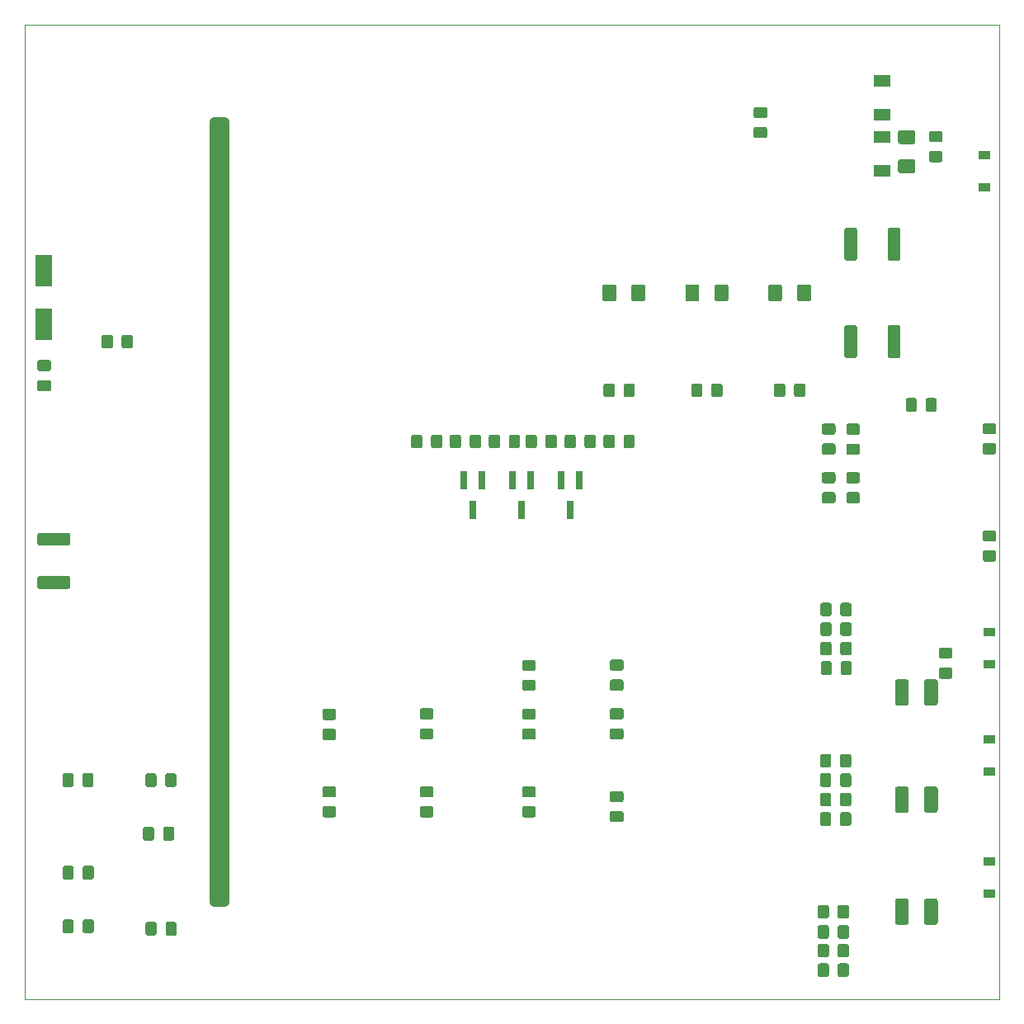
<source format=gbr>
%TF.GenerationSoftware,KiCad,Pcbnew,(5.1.5)-3*%
%TF.CreationDate,2020-03-17T21:32:34+01:00*%
%TF.ProjectId,KicadJE-EuroPowerSupply2-PCB,4b696361-644a-4452-9d45-75726f506f77,Rev A*%
%TF.SameCoordinates,Original*%
%TF.FileFunction,Paste,Bot*%
%TF.FilePolarity,Positive*%
%FSLAX46Y46*%
G04 Gerber Fmt 4.6, Leading zero omitted, Abs format (unit mm)*
G04 Created by KiCad (PCBNEW (5.1.5)-3) date 2020-03-17 21:32:34*
%MOMM*%
%LPD*%
G04 APERTURE LIST*
%ADD10C,1.000000*%
%ADD11C,0.050000*%
%ADD12C,0.150000*%
%ADD13R,1.700000X3.300000*%
%ADD14R,1.200000X0.900000*%
%ADD15R,1.700000X1.300000*%
%ADD16R,0.800000X1.900000*%
G04 APERTURE END LIST*
D10*
X69500000Y-60000000D02*
X70500000Y-60000000D01*
X69500000Y-140000000D02*
X70500000Y-140000000D01*
X70500000Y-60000000D02*
X70500000Y-140000000D01*
X69500000Y-60000000D02*
X69500000Y-140000000D01*
D11*
X50000000Y-150000000D02*
X50000000Y-50000000D01*
X150000000Y-150000000D02*
X50000000Y-150000000D01*
X150000000Y-50000000D02*
X150000000Y-150000000D01*
X50000000Y-50000000D02*
X150000000Y-50000000D01*
D12*
G36*
X81724505Y-120186203D02*
G01*
X81748773Y-120189803D01*
X81772572Y-120195764D01*
X81795671Y-120204029D01*
X81817850Y-120214519D01*
X81838893Y-120227131D01*
X81858599Y-120241746D01*
X81876777Y-120258222D01*
X81893253Y-120276400D01*
X81907868Y-120296106D01*
X81920480Y-120317149D01*
X81930970Y-120339328D01*
X81939235Y-120362427D01*
X81945196Y-120386226D01*
X81948796Y-120410494D01*
X81950000Y-120434998D01*
X81950000Y-121085000D01*
X81948796Y-121109504D01*
X81945196Y-121133772D01*
X81939235Y-121157571D01*
X81930970Y-121180670D01*
X81920480Y-121202849D01*
X81907868Y-121223892D01*
X81893253Y-121243598D01*
X81876777Y-121261776D01*
X81858599Y-121278252D01*
X81838893Y-121292867D01*
X81817850Y-121305479D01*
X81795671Y-121315969D01*
X81772572Y-121324234D01*
X81748773Y-121330195D01*
X81724505Y-121333795D01*
X81700001Y-121334999D01*
X80799999Y-121334999D01*
X80775495Y-121333795D01*
X80751227Y-121330195D01*
X80727428Y-121324234D01*
X80704329Y-121315969D01*
X80682150Y-121305479D01*
X80661107Y-121292867D01*
X80641401Y-121278252D01*
X80623223Y-121261776D01*
X80606747Y-121243598D01*
X80592132Y-121223892D01*
X80579520Y-121202849D01*
X80569030Y-121180670D01*
X80560765Y-121157571D01*
X80554804Y-121133772D01*
X80551204Y-121109504D01*
X80550000Y-121085000D01*
X80550000Y-120434998D01*
X80551204Y-120410494D01*
X80554804Y-120386226D01*
X80560765Y-120362427D01*
X80569030Y-120339328D01*
X80579520Y-120317149D01*
X80592132Y-120296106D01*
X80606747Y-120276400D01*
X80623223Y-120258222D01*
X80641401Y-120241746D01*
X80661107Y-120227131D01*
X80682150Y-120214519D01*
X80704329Y-120204029D01*
X80727428Y-120195764D01*
X80751227Y-120189803D01*
X80775495Y-120186203D01*
X80799999Y-120184999D01*
X81700001Y-120184999D01*
X81724505Y-120186203D01*
G37*
G36*
X81724505Y-122236203D02*
G01*
X81748773Y-122239803D01*
X81772572Y-122245764D01*
X81795671Y-122254029D01*
X81817850Y-122264519D01*
X81838893Y-122277131D01*
X81858599Y-122291746D01*
X81876777Y-122308222D01*
X81893253Y-122326400D01*
X81907868Y-122346106D01*
X81920480Y-122367149D01*
X81930970Y-122389328D01*
X81939235Y-122412427D01*
X81945196Y-122436226D01*
X81948796Y-122460494D01*
X81950000Y-122484998D01*
X81950000Y-123135000D01*
X81948796Y-123159504D01*
X81945196Y-123183772D01*
X81939235Y-123207571D01*
X81930970Y-123230670D01*
X81920480Y-123252849D01*
X81907868Y-123273892D01*
X81893253Y-123293598D01*
X81876777Y-123311776D01*
X81858599Y-123328252D01*
X81838893Y-123342867D01*
X81817850Y-123355479D01*
X81795671Y-123365969D01*
X81772572Y-123374234D01*
X81748773Y-123380195D01*
X81724505Y-123383795D01*
X81700001Y-123384999D01*
X80799999Y-123384999D01*
X80775495Y-123383795D01*
X80751227Y-123380195D01*
X80727428Y-123374234D01*
X80704329Y-123365969D01*
X80682150Y-123355479D01*
X80661107Y-123342867D01*
X80641401Y-123328252D01*
X80623223Y-123311776D01*
X80606747Y-123293598D01*
X80592132Y-123273892D01*
X80579520Y-123252849D01*
X80569030Y-123230670D01*
X80560765Y-123207571D01*
X80554804Y-123183772D01*
X80551204Y-123159504D01*
X80550000Y-123135000D01*
X80550000Y-122484998D01*
X80551204Y-122460494D01*
X80554804Y-122436226D01*
X80560765Y-122412427D01*
X80569030Y-122389328D01*
X80579520Y-122367149D01*
X80592132Y-122346106D01*
X80606747Y-122326400D01*
X80623223Y-122308222D01*
X80641401Y-122291746D01*
X80661107Y-122277131D01*
X80682150Y-122264519D01*
X80704329Y-122254029D01*
X80727428Y-122245764D01*
X80751227Y-122239803D01*
X80775495Y-122236203D01*
X80799999Y-122234999D01*
X81700001Y-122234999D01*
X81724505Y-122236203D01*
G37*
G36*
X91724505Y-120126204D02*
G01*
X91748773Y-120129804D01*
X91772572Y-120135765D01*
X91795671Y-120144030D01*
X91817850Y-120154520D01*
X91838893Y-120167132D01*
X91858599Y-120181747D01*
X91876777Y-120198223D01*
X91893253Y-120216401D01*
X91907868Y-120236107D01*
X91920480Y-120257150D01*
X91930970Y-120279329D01*
X91939235Y-120302428D01*
X91945196Y-120326227D01*
X91948796Y-120350495D01*
X91950000Y-120374999D01*
X91950000Y-121025001D01*
X91948796Y-121049505D01*
X91945196Y-121073773D01*
X91939235Y-121097572D01*
X91930970Y-121120671D01*
X91920480Y-121142850D01*
X91907868Y-121163893D01*
X91893253Y-121183599D01*
X91876777Y-121201777D01*
X91858599Y-121218253D01*
X91838893Y-121232868D01*
X91817850Y-121245480D01*
X91795671Y-121255970D01*
X91772572Y-121264235D01*
X91748773Y-121270196D01*
X91724505Y-121273796D01*
X91700001Y-121275000D01*
X90799999Y-121275000D01*
X90775495Y-121273796D01*
X90751227Y-121270196D01*
X90727428Y-121264235D01*
X90704329Y-121255970D01*
X90682150Y-121245480D01*
X90661107Y-121232868D01*
X90641401Y-121218253D01*
X90623223Y-121201777D01*
X90606747Y-121183599D01*
X90592132Y-121163893D01*
X90579520Y-121142850D01*
X90569030Y-121120671D01*
X90560765Y-121097572D01*
X90554804Y-121073773D01*
X90551204Y-121049505D01*
X90550000Y-121025001D01*
X90550000Y-120374999D01*
X90551204Y-120350495D01*
X90554804Y-120326227D01*
X90560765Y-120302428D01*
X90569030Y-120279329D01*
X90579520Y-120257150D01*
X90592132Y-120236107D01*
X90606747Y-120216401D01*
X90623223Y-120198223D01*
X90641401Y-120181747D01*
X90661107Y-120167132D01*
X90682150Y-120154520D01*
X90704329Y-120144030D01*
X90727428Y-120135765D01*
X90751227Y-120129804D01*
X90775495Y-120126204D01*
X90799999Y-120125000D01*
X91700001Y-120125000D01*
X91724505Y-120126204D01*
G37*
G36*
X91724505Y-122176204D02*
G01*
X91748773Y-122179804D01*
X91772572Y-122185765D01*
X91795671Y-122194030D01*
X91817850Y-122204520D01*
X91838893Y-122217132D01*
X91858599Y-122231747D01*
X91876777Y-122248223D01*
X91893253Y-122266401D01*
X91907868Y-122286107D01*
X91920480Y-122307150D01*
X91930970Y-122329329D01*
X91939235Y-122352428D01*
X91945196Y-122376227D01*
X91948796Y-122400495D01*
X91950000Y-122424999D01*
X91950000Y-123075001D01*
X91948796Y-123099505D01*
X91945196Y-123123773D01*
X91939235Y-123147572D01*
X91930970Y-123170671D01*
X91920480Y-123192850D01*
X91907868Y-123213893D01*
X91893253Y-123233599D01*
X91876777Y-123251777D01*
X91858599Y-123268253D01*
X91838893Y-123282868D01*
X91817850Y-123295480D01*
X91795671Y-123305970D01*
X91772572Y-123314235D01*
X91748773Y-123320196D01*
X91724505Y-123323796D01*
X91700001Y-123325000D01*
X90799999Y-123325000D01*
X90775495Y-123323796D01*
X90751227Y-123320196D01*
X90727428Y-123314235D01*
X90704329Y-123305970D01*
X90682150Y-123295480D01*
X90661107Y-123282868D01*
X90641401Y-123268253D01*
X90623223Y-123251777D01*
X90606747Y-123233599D01*
X90592132Y-123213893D01*
X90579520Y-123192850D01*
X90569030Y-123170671D01*
X90560765Y-123147572D01*
X90554804Y-123123773D01*
X90551204Y-123099505D01*
X90550000Y-123075001D01*
X90550000Y-122424999D01*
X90551204Y-122400495D01*
X90554804Y-122376227D01*
X90560765Y-122352428D01*
X90569030Y-122329329D01*
X90579520Y-122307150D01*
X90592132Y-122286107D01*
X90606747Y-122266401D01*
X90623223Y-122248223D01*
X90641401Y-122231747D01*
X90661107Y-122217132D01*
X90682150Y-122204520D01*
X90704329Y-122194030D01*
X90727428Y-122185765D01*
X90751227Y-122179804D01*
X90775495Y-122176204D01*
X90799999Y-122175000D01*
X91700001Y-122175000D01*
X91724505Y-122176204D01*
G37*
G36*
X111224505Y-122176204D02*
G01*
X111248773Y-122179804D01*
X111272572Y-122185765D01*
X111295671Y-122194030D01*
X111317850Y-122204520D01*
X111338893Y-122217132D01*
X111358599Y-122231747D01*
X111376777Y-122248223D01*
X111393253Y-122266401D01*
X111407868Y-122286107D01*
X111420480Y-122307150D01*
X111430970Y-122329329D01*
X111439235Y-122352428D01*
X111445196Y-122376227D01*
X111448796Y-122400495D01*
X111450000Y-122424999D01*
X111450000Y-123075001D01*
X111448796Y-123099505D01*
X111445196Y-123123773D01*
X111439235Y-123147572D01*
X111430970Y-123170671D01*
X111420480Y-123192850D01*
X111407868Y-123213893D01*
X111393253Y-123233599D01*
X111376777Y-123251777D01*
X111358599Y-123268253D01*
X111338893Y-123282868D01*
X111317850Y-123295480D01*
X111295671Y-123305970D01*
X111272572Y-123314235D01*
X111248773Y-123320196D01*
X111224505Y-123323796D01*
X111200001Y-123325000D01*
X110299999Y-123325000D01*
X110275495Y-123323796D01*
X110251227Y-123320196D01*
X110227428Y-123314235D01*
X110204329Y-123305970D01*
X110182150Y-123295480D01*
X110161107Y-123282868D01*
X110141401Y-123268253D01*
X110123223Y-123251777D01*
X110106747Y-123233599D01*
X110092132Y-123213893D01*
X110079520Y-123192850D01*
X110069030Y-123170671D01*
X110060765Y-123147572D01*
X110054804Y-123123773D01*
X110051204Y-123099505D01*
X110050000Y-123075001D01*
X110050000Y-122424999D01*
X110051204Y-122400495D01*
X110054804Y-122376227D01*
X110060765Y-122352428D01*
X110069030Y-122329329D01*
X110079520Y-122307150D01*
X110092132Y-122286107D01*
X110106747Y-122266401D01*
X110123223Y-122248223D01*
X110141401Y-122231747D01*
X110161107Y-122217132D01*
X110182150Y-122204520D01*
X110204329Y-122194030D01*
X110227428Y-122185765D01*
X110251227Y-122179804D01*
X110275495Y-122176204D01*
X110299999Y-122175000D01*
X111200001Y-122175000D01*
X111224505Y-122176204D01*
G37*
G36*
X111224505Y-120126204D02*
G01*
X111248773Y-120129804D01*
X111272572Y-120135765D01*
X111295671Y-120144030D01*
X111317850Y-120154520D01*
X111338893Y-120167132D01*
X111358599Y-120181747D01*
X111376777Y-120198223D01*
X111393253Y-120216401D01*
X111407868Y-120236107D01*
X111420480Y-120257150D01*
X111430970Y-120279329D01*
X111439235Y-120302428D01*
X111445196Y-120326227D01*
X111448796Y-120350495D01*
X111450000Y-120374999D01*
X111450000Y-121025001D01*
X111448796Y-121049505D01*
X111445196Y-121073773D01*
X111439235Y-121097572D01*
X111430970Y-121120671D01*
X111420480Y-121142850D01*
X111407868Y-121163893D01*
X111393253Y-121183599D01*
X111376777Y-121201777D01*
X111358599Y-121218253D01*
X111338893Y-121232868D01*
X111317850Y-121245480D01*
X111295671Y-121255970D01*
X111272572Y-121264235D01*
X111248773Y-121270196D01*
X111224505Y-121273796D01*
X111200001Y-121275000D01*
X110299999Y-121275000D01*
X110275495Y-121273796D01*
X110251227Y-121270196D01*
X110227428Y-121264235D01*
X110204329Y-121255970D01*
X110182150Y-121245480D01*
X110161107Y-121232868D01*
X110141401Y-121218253D01*
X110123223Y-121201777D01*
X110106747Y-121183599D01*
X110092132Y-121163893D01*
X110079520Y-121142850D01*
X110069030Y-121120671D01*
X110060765Y-121097572D01*
X110054804Y-121073773D01*
X110051204Y-121049505D01*
X110050000Y-121025001D01*
X110050000Y-120374999D01*
X110051204Y-120350495D01*
X110054804Y-120326227D01*
X110060765Y-120302428D01*
X110069030Y-120279329D01*
X110079520Y-120257150D01*
X110092132Y-120236107D01*
X110106747Y-120216401D01*
X110123223Y-120198223D01*
X110141401Y-120181747D01*
X110161107Y-120167132D01*
X110182150Y-120154520D01*
X110204329Y-120144030D01*
X110227428Y-120135765D01*
X110251227Y-120129804D01*
X110275495Y-120126204D01*
X110299999Y-120125000D01*
X111200001Y-120125000D01*
X111224505Y-120126204D01*
G37*
G36*
X102224505Y-120151204D02*
G01*
X102248773Y-120154804D01*
X102272572Y-120160765D01*
X102295671Y-120169030D01*
X102317850Y-120179520D01*
X102338893Y-120192132D01*
X102358599Y-120206747D01*
X102376777Y-120223223D01*
X102393253Y-120241401D01*
X102407868Y-120261107D01*
X102420480Y-120282150D01*
X102430970Y-120304329D01*
X102439235Y-120327428D01*
X102445196Y-120351227D01*
X102448796Y-120375495D01*
X102450000Y-120399999D01*
X102450000Y-121050001D01*
X102448796Y-121074505D01*
X102445196Y-121098773D01*
X102439235Y-121122572D01*
X102430970Y-121145671D01*
X102420480Y-121167850D01*
X102407868Y-121188893D01*
X102393253Y-121208599D01*
X102376777Y-121226777D01*
X102358599Y-121243253D01*
X102338893Y-121257868D01*
X102317850Y-121270480D01*
X102295671Y-121280970D01*
X102272572Y-121289235D01*
X102248773Y-121295196D01*
X102224505Y-121298796D01*
X102200001Y-121300000D01*
X101299999Y-121300000D01*
X101275495Y-121298796D01*
X101251227Y-121295196D01*
X101227428Y-121289235D01*
X101204329Y-121280970D01*
X101182150Y-121270480D01*
X101161107Y-121257868D01*
X101141401Y-121243253D01*
X101123223Y-121226777D01*
X101106747Y-121208599D01*
X101092132Y-121188893D01*
X101079520Y-121167850D01*
X101069030Y-121145671D01*
X101060765Y-121122572D01*
X101054804Y-121098773D01*
X101051204Y-121074505D01*
X101050000Y-121050001D01*
X101050000Y-120399999D01*
X101051204Y-120375495D01*
X101054804Y-120351227D01*
X101060765Y-120327428D01*
X101069030Y-120304329D01*
X101079520Y-120282150D01*
X101092132Y-120261107D01*
X101106747Y-120241401D01*
X101123223Y-120223223D01*
X101141401Y-120206747D01*
X101161107Y-120192132D01*
X101182150Y-120179520D01*
X101204329Y-120169030D01*
X101227428Y-120160765D01*
X101251227Y-120154804D01*
X101275495Y-120151204D01*
X101299999Y-120150000D01*
X102200001Y-120150000D01*
X102224505Y-120151204D01*
G37*
G36*
X102224505Y-122201204D02*
G01*
X102248773Y-122204804D01*
X102272572Y-122210765D01*
X102295671Y-122219030D01*
X102317850Y-122229520D01*
X102338893Y-122242132D01*
X102358599Y-122256747D01*
X102376777Y-122273223D01*
X102393253Y-122291401D01*
X102407868Y-122311107D01*
X102420480Y-122332150D01*
X102430970Y-122354329D01*
X102439235Y-122377428D01*
X102445196Y-122401227D01*
X102448796Y-122425495D01*
X102450000Y-122449999D01*
X102450000Y-123100001D01*
X102448796Y-123124505D01*
X102445196Y-123148773D01*
X102439235Y-123172572D01*
X102430970Y-123195671D01*
X102420480Y-123217850D01*
X102407868Y-123238893D01*
X102393253Y-123258599D01*
X102376777Y-123276777D01*
X102358599Y-123293253D01*
X102338893Y-123307868D01*
X102317850Y-123320480D01*
X102295671Y-123330970D01*
X102272572Y-123339235D01*
X102248773Y-123345196D01*
X102224505Y-123348796D01*
X102200001Y-123350000D01*
X101299999Y-123350000D01*
X101275495Y-123348796D01*
X101251227Y-123345196D01*
X101227428Y-123339235D01*
X101204329Y-123330970D01*
X101182150Y-123320480D01*
X101161107Y-123307868D01*
X101141401Y-123293253D01*
X101123223Y-123276777D01*
X101106747Y-123258599D01*
X101092132Y-123238893D01*
X101079520Y-123217850D01*
X101069030Y-123195671D01*
X101060765Y-123172572D01*
X101054804Y-123148773D01*
X101051204Y-123124505D01*
X101050000Y-123100001D01*
X101050000Y-122449999D01*
X101051204Y-122425495D01*
X101054804Y-122401227D01*
X101060765Y-122377428D01*
X101069030Y-122354329D01*
X101079520Y-122332150D01*
X101092132Y-122311107D01*
X101106747Y-122291401D01*
X101123223Y-122273223D01*
X101141401Y-122256747D01*
X101161107Y-122242132D01*
X101182150Y-122229520D01*
X101204329Y-122219030D01*
X101227428Y-122210765D01*
X101251227Y-122204804D01*
X101275495Y-122201204D01*
X101299999Y-122200000D01*
X102200001Y-122200000D01*
X102224505Y-122201204D01*
G37*
G36*
X102224505Y-117201204D02*
G01*
X102248773Y-117204804D01*
X102272572Y-117210765D01*
X102295671Y-117219030D01*
X102317850Y-117229520D01*
X102338893Y-117242132D01*
X102358599Y-117256747D01*
X102376777Y-117273223D01*
X102393253Y-117291401D01*
X102407868Y-117311107D01*
X102420480Y-117332150D01*
X102430970Y-117354329D01*
X102439235Y-117377428D01*
X102445196Y-117401227D01*
X102448796Y-117425495D01*
X102450000Y-117449999D01*
X102450000Y-118100001D01*
X102448796Y-118124505D01*
X102445196Y-118148773D01*
X102439235Y-118172572D01*
X102430970Y-118195671D01*
X102420480Y-118217850D01*
X102407868Y-118238893D01*
X102393253Y-118258599D01*
X102376777Y-118276777D01*
X102358599Y-118293253D01*
X102338893Y-118307868D01*
X102317850Y-118320480D01*
X102295671Y-118330970D01*
X102272572Y-118339235D01*
X102248773Y-118345196D01*
X102224505Y-118348796D01*
X102200001Y-118350000D01*
X101299999Y-118350000D01*
X101275495Y-118348796D01*
X101251227Y-118345196D01*
X101227428Y-118339235D01*
X101204329Y-118330970D01*
X101182150Y-118320480D01*
X101161107Y-118307868D01*
X101141401Y-118293253D01*
X101123223Y-118276777D01*
X101106747Y-118258599D01*
X101092132Y-118238893D01*
X101079520Y-118217850D01*
X101069030Y-118195671D01*
X101060765Y-118172572D01*
X101054804Y-118148773D01*
X101051204Y-118124505D01*
X101050000Y-118100001D01*
X101050000Y-117449999D01*
X101051204Y-117425495D01*
X101054804Y-117401227D01*
X101060765Y-117377428D01*
X101069030Y-117354329D01*
X101079520Y-117332150D01*
X101092132Y-117311107D01*
X101106747Y-117291401D01*
X101123223Y-117273223D01*
X101141401Y-117256747D01*
X101161107Y-117242132D01*
X101182150Y-117229520D01*
X101204329Y-117219030D01*
X101227428Y-117210765D01*
X101251227Y-117204804D01*
X101275495Y-117201204D01*
X101299999Y-117200000D01*
X102200001Y-117200000D01*
X102224505Y-117201204D01*
G37*
G36*
X102224505Y-115151204D02*
G01*
X102248773Y-115154804D01*
X102272572Y-115160765D01*
X102295671Y-115169030D01*
X102317850Y-115179520D01*
X102338893Y-115192132D01*
X102358599Y-115206747D01*
X102376777Y-115223223D01*
X102393253Y-115241401D01*
X102407868Y-115261107D01*
X102420480Y-115282150D01*
X102430970Y-115304329D01*
X102439235Y-115327428D01*
X102445196Y-115351227D01*
X102448796Y-115375495D01*
X102450000Y-115399999D01*
X102450000Y-116050001D01*
X102448796Y-116074505D01*
X102445196Y-116098773D01*
X102439235Y-116122572D01*
X102430970Y-116145671D01*
X102420480Y-116167850D01*
X102407868Y-116188893D01*
X102393253Y-116208599D01*
X102376777Y-116226777D01*
X102358599Y-116243253D01*
X102338893Y-116257868D01*
X102317850Y-116270480D01*
X102295671Y-116280970D01*
X102272572Y-116289235D01*
X102248773Y-116295196D01*
X102224505Y-116298796D01*
X102200001Y-116300000D01*
X101299999Y-116300000D01*
X101275495Y-116298796D01*
X101251227Y-116295196D01*
X101227428Y-116289235D01*
X101204329Y-116280970D01*
X101182150Y-116270480D01*
X101161107Y-116257868D01*
X101141401Y-116243253D01*
X101123223Y-116226777D01*
X101106747Y-116208599D01*
X101092132Y-116188893D01*
X101079520Y-116167850D01*
X101069030Y-116145671D01*
X101060765Y-116122572D01*
X101054804Y-116098773D01*
X101051204Y-116074505D01*
X101050000Y-116050001D01*
X101050000Y-115399999D01*
X101051204Y-115375495D01*
X101054804Y-115351227D01*
X101060765Y-115327428D01*
X101069030Y-115304329D01*
X101079520Y-115282150D01*
X101092132Y-115261107D01*
X101106747Y-115241401D01*
X101123223Y-115223223D01*
X101141401Y-115206747D01*
X101161107Y-115192132D01*
X101182150Y-115179520D01*
X101204329Y-115169030D01*
X101227428Y-115160765D01*
X101251227Y-115154804D01*
X101275495Y-115151204D01*
X101299999Y-115150000D01*
X102200001Y-115150000D01*
X102224505Y-115151204D01*
G37*
G36*
X111224505Y-115126204D02*
G01*
X111248773Y-115129804D01*
X111272572Y-115135765D01*
X111295671Y-115144030D01*
X111317850Y-115154520D01*
X111338893Y-115167132D01*
X111358599Y-115181747D01*
X111376777Y-115198223D01*
X111393253Y-115216401D01*
X111407868Y-115236107D01*
X111420480Y-115257150D01*
X111430970Y-115279329D01*
X111439235Y-115302428D01*
X111445196Y-115326227D01*
X111448796Y-115350495D01*
X111450000Y-115374999D01*
X111450000Y-116025001D01*
X111448796Y-116049505D01*
X111445196Y-116073773D01*
X111439235Y-116097572D01*
X111430970Y-116120671D01*
X111420480Y-116142850D01*
X111407868Y-116163893D01*
X111393253Y-116183599D01*
X111376777Y-116201777D01*
X111358599Y-116218253D01*
X111338893Y-116232868D01*
X111317850Y-116245480D01*
X111295671Y-116255970D01*
X111272572Y-116264235D01*
X111248773Y-116270196D01*
X111224505Y-116273796D01*
X111200001Y-116275000D01*
X110299999Y-116275000D01*
X110275495Y-116273796D01*
X110251227Y-116270196D01*
X110227428Y-116264235D01*
X110204329Y-116255970D01*
X110182150Y-116245480D01*
X110161107Y-116232868D01*
X110141401Y-116218253D01*
X110123223Y-116201777D01*
X110106747Y-116183599D01*
X110092132Y-116163893D01*
X110079520Y-116142850D01*
X110069030Y-116120671D01*
X110060765Y-116097572D01*
X110054804Y-116073773D01*
X110051204Y-116049505D01*
X110050000Y-116025001D01*
X110050000Y-115374999D01*
X110051204Y-115350495D01*
X110054804Y-115326227D01*
X110060765Y-115302428D01*
X110069030Y-115279329D01*
X110079520Y-115257150D01*
X110092132Y-115236107D01*
X110106747Y-115216401D01*
X110123223Y-115198223D01*
X110141401Y-115181747D01*
X110161107Y-115167132D01*
X110182150Y-115154520D01*
X110204329Y-115144030D01*
X110227428Y-115135765D01*
X110251227Y-115129804D01*
X110275495Y-115126204D01*
X110299999Y-115125000D01*
X111200001Y-115125000D01*
X111224505Y-115126204D01*
G37*
G36*
X111224505Y-117176204D02*
G01*
X111248773Y-117179804D01*
X111272572Y-117185765D01*
X111295671Y-117194030D01*
X111317850Y-117204520D01*
X111338893Y-117217132D01*
X111358599Y-117231747D01*
X111376777Y-117248223D01*
X111393253Y-117266401D01*
X111407868Y-117286107D01*
X111420480Y-117307150D01*
X111430970Y-117329329D01*
X111439235Y-117352428D01*
X111445196Y-117376227D01*
X111448796Y-117400495D01*
X111450000Y-117424999D01*
X111450000Y-118075001D01*
X111448796Y-118099505D01*
X111445196Y-118123773D01*
X111439235Y-118147572D01*
X111430970Y-118170671D01*
X111420480Y-118192850D01*
X111407868Y-118213893D01*
X111393253Y-118233599D01*
X111376777Y-118251777D01*
X111358599Y-118268253D01*
X111338893Y-118282868D01*
X111317850Y-118295480D01*
X111295671Y-118305970D01*
X111272572Y-118314235D01*
X111248773Y-118320196D01*
X111224505Y-118323796D01*
X111200001Y-118325000D01*
X110299999Y-118325000D01*
X110275495Y-118323796D01*
X110251227Y-118320196D01*
X110227428Y-118314235D01*
X110204329Y-118305970D01*
X110182150Y-118295480D01*
X110161107Y-118282868D01*
X110141401Y-118268253D01*
X110123223Y-118251777D01*
X110106747Y-118233599D01*
X110092132Y-118213893D01*
X110079520Y-118192850D01*
X110069030Y-118170671D01*
X110060765Y-118147572D01*
X110054804Y-118123773D01*
X110051204Y-118099505D01*
X110050000Y-118075001D01*
X110050000Y-117424999D01*
X110051204Y-117400495D01*
X110054804Y-117376227D01*
X110060765Y-117352428D01*
X110069030Y-117329329D01*
X110079520Y-117307150D01*
X110092132Y-117286107D01*
X110106747Y-117266401D01*
X110123223Y-117248223D01*
X110141401Y-117231747D01*
X110161107Y-117217132D01*
X110182150Y-117204520D01*
X110204329Y-117194030D01*
X110227428Y-117185765D01*
X110251227Y-117179804D01*
X110275495Y-117176204D01*
X110299999Y-117175000D01*
X111200001Y-117175000D01*
X111224505Y-117176204D01*
G37*
G36*
X81724505Y-130176204D02*
G01*
X81748773Y-130179804D01*
X81772572Y-130185765D01*
X81795671Y-130194030D01*
X81817850Y-130204520D01*
X81838893Y-130217132D01*
X81858599Y-130231747D01*
X81876777Y-130248223D01*
X81893253Y-130266401D01*
X81907868Y-130286107D01*
X81920480Y-130307150D01*
X81930970Y-130329329D01*
X81939235Y-130352428D01*
X81945196Y-130376227D01*
X81948796Y-130400495D01*
X81950000Y-130424999D01*
X81950000Y-131075001D01*
X81948796Y-131099505D01*
X81945196Y-131123773D01*
X81939235Y-131147572D01*
X81930970Y-131170671D01*
X81920480Y-131192850D01*
X81907868Y-131213893D01*
X81893253Y-131233599D01*
X81876777Y-131251777D01*
X81858599Y-131268253D01*
X81838893Y-131282868D01*
X81817850Y-131295480D01*
X81795671Y-131305970D01*
X81772572Y-131314235D01*
X81748773Y-131320196D01*
X81724505Y-131323796D01*
X81700001Y-131325000D01*
X80799999Y-131325000D01*
X80775495Y-131323796D01*
X80751227Y-131320196D01*
X80727428Y-131314235D01*
X80704329Y-131305970D01*
X80682150Y-131295480D01*
X80661107Y-131282868D01*
X80641401Y-131268253D01*
X80623223Y-131251777D01*
X80606747Y-131233599D01*
X80592132Y-131213893D01*
X80579520Y-131192850D01*
X80569030Y-131170671D01*
X80560765Y-131147572D01*
X80554804Y-131123773D01*
X80551204Y-131099505D01*
X80550000Y-131075001D01*
X80550000Y-130424999D01*
X80551204Y-130400495D01*
X80554804Y-130376227D01*
X80560765Y-130352428D01*
X80569030Y-130329329D01*
X80579520Y-130307150D01*
X80592132Y-130286107D01*
X80606747Y-130266401D01*
X80623223Y-130248223D01*
X80641401Y-130231747D01*
X80661107Y-130217132D01*
X80682150Y-130204520D01*
X80704329Y-130194030D01*
X80727428Y-130185765D01*
X80751227Y-130179804D01*
X80775495Y-130176204D01*
X80799999Y-130175000D01*
X81700001Y-130175000D01*
X81724505Y-130176204D01*
G37*
G36*
X81724505Y-128126204D02*
G01*
X81748773Y-128129804D01*
X81772572Y-128135765D01*
X81795671Y-128144030D01*
X81817850Y-128154520D01*
X81838893Y-128167132D01*
X81858599Y-128181747D01*
X81876777Y-128198223D01*
X81893253Y-128216401D01*
X81907868Y-128236107D01*
X81920480Y-128257150D01*
X81930970Y-128279329D01*
X81939235Y-128302428D01*
X81945196Y-128326227D01*
X81948796Y-128350495D01*
X81950000Y-128374999D01*
X81950000Y-129025001D01*
X81948796Y-129049505D01*
X81945196Y-129073773D01*
X81939235Y-129097572D01*
X81930970Y-129120671D01*
X81920480Y-129142850D01*
X81907868Y-129163893D01*
X81893253Y-129183599D01*
X81876777Y-129201777D01*
X81858599Y-129218253D01*
X81838893Y-129232868D01*
X81817850Y-129245480D01*
X81795671Y-129255970D01*
X81772572Y-129264235D01*
X81748773Y-129270196D01*
X81724505Y-129273796D01*
X81700001Y-129275000D01*
X80799999Y-129275000D01*
X80775495Y-129273796D01*
X80751227Y-129270196D01*
X80727428Y-129264235D01*
X80704329Y-129255970D01*
X80682150Y-129245480D01*
X80661107Y-129232868D01*
X80641401Y-129218253D01*
X80623223Y-129201777D01*
X80606747Y-129183599D01*
X80592132Y-129163893D01*
X80579520Y-129142850D01*
X80569030Y-129120671D01*
X80560765Y-129097572D01*
X80554804Y-129073773D01*
X80551204Y-129049505D01*
X80550000Y-129025001D01*
X80550000Y-128374999D01*
X80551204Y-128350495D01*
X80554804Y-128326227D01*
X80560765Y-128302428D01*
X80569030Y-128279329D01*
X80579520Y-128257150D01*
X80592132Y-128236107D01*
X80606747Y-128216401D01*
X80623223Y-128198223D01*
X80641401Y-128181747D01*
X80661107Y-128167132D01*
X80682150Y-128154520D01*
X80704329Y-128144030D01*
X80727428Y-128135765D01*
X80751227Y-128129804D01*
X80775495Y-128126204D01*
X80799999Y-128125000D01*
X81700001Y-128125000D01*
X81724505Y-128126204D01*
G37*
G36*
X102224505Y-130176204D02*
G01*
X102248773Y-130179804D01*
X102272572Y-130185765D01*
X102295671Y-130194030D01*
X102317850Y-130204520D01*
X102338893Y-130217132D01*
X102358599Y-130231747D01*
X102376777Y-130248223D01*
X102393253Y-130266401D01*
X102407868Y-130286107D01*
X102420480Y-130307150D01*
X102430970Y-130329329D01*
X102439235Y-130352428D01*
X102445196Y-130376227D01*
X102448796Y-130400495D01*
X102450000Y-130424999D01*
X102450000Y-131075001D01*
X102448796Y-131099505D01*
X102445196Y-131123773D01*
X102439235Y-131147572D01*
X102430970Y-131170671D01*
X102420480Y-131192850D01*
X102407868Y-131213893D01*
X102393253Y-131233599D01*
X102376777Y-131251777D01*
X102358599Y-131268253D01*
X102338893Y-131282868D01*
X102317850Y-131295480D01*
X102295671Y-131305970D01*
X102272572Y-131314235D01*
X102248773Y-131320196D01*
X102224505Y-131323796D01*
X102200001Y-131325000D01*
X101299999Y-131325000D01*
X101275495Y-131323796D01*
X101251227Y-131320196D01*
X101227428Y-131314235D01*
X101204329Y-131305970D01*
X101182150Y-131295480D01*
X101161107Y-131282868D01*
X101141401Y-131268253D01*
X101123223Y-131251777D01*
X101106747Y-131233599D01*
X101092132Y-131213893D01*
X101079520Y-131192850D01*
X101069030Y-131170671D01*
X101060765Y-131147572D01*
X101054804Y-131123773D01*
X101051204Y-131099505D01*
X101050000Y-131075001D01*
X101050000Y-130424999D01*
X101051204Y-130400495D01*
X101054804Y-130376227D01*
X101060765Y-130352428D01*
X101069030Y-130329329D01*
X101079520Y-130307150D01*
X101092132Y-130286107D01*
X101106747Y-130266401D01*
X101123223Y-130248223D01*
X101141401Y-130231747D01*
X101161107Y-130217132D01*
X101182150Y-130204520D01*
X101204329Y-130194030D01*
X101227428Y-130185765D01*
X101251227Y-130179804D01*
X101275495Y-130176204D01*
X101299999Y-130175000D01*
X102200001Y-130175000D01*
X102224505Y-130176204D01*
G37*
G36*
X102224505Y-128126204D02*
G01*
X102248773Y-128129804D01*
X102272572Y-128135765D01*
X102295671Y-128144030D01*
X102317850Y-128154520D01*
X102338893Y-128167132D01*
X102358599Y-128181747D01*
X102376777Y-128198223D01*
X102393253Y-128216401D01*
X102407868Y-128236107D01*
X102420480Y-128257150D01*
X102430970Y-128279329D01*
X102439235Y-128302428D01*
X102445196Y-128326227D01*
X102448796Y-128350495D01*
X102450000Y-128374999D01*
X102450000Y-129025001D01*
X102448796Y-129049505D01*
X102445196Y-129073773D01*
X102439235Y-129097572D01*
X102430970Y-129120671D01*
X102420480Y-129142850D01*
X102407868Y-129163893D01*
X102393253Y-129183599D01*
X102376777Y-129201777D01*
X102358599Y-129218253D01*
X102338893Y-129232868D01*
X102317850Y-129245480D01*
X102295671Y-129255970D01*
X102272572Y-129264235D01*
X102248773Y-129270196D01*
X102224505Y-129273796D01*
X102200001Y-129275000D01*
X101299999Y-129275000D01*
X101275495Y-129273796D01*
X101251227Y-129270196D01*
X101227428Y-129264235D01*
X101204329Y-129255970D01*
X101182150Y-129245480D01*
X101161107Y-129232868D01*
X101141401Y-129218253D01*
X101123223Y-129201777D01*
X101106747Y-129183599D01*
X101092132Y-129163893D01*
X101079520Y-129142850D01*
X101069030Y-129120671D01*
X101060765Y-129097572D01*
X101054804Y-129073773D01*
X101051204Y-129049505D01*
X101050000Y-129025001D01*
X101050000Y-128374999D01*
X101051204Y-128350495D01*
X101054804Y-128326227D01*
X101060765Y-128302428D01*
X101069030Y-128279329D01*
X101079520Y-128257150D01*
X101092132Y-128236107D01*
X101106747Y-128216401D01*
X101123223Y-128198223D01*
X101141401Y-128181747D01*
X101161107Y-128167132D01*
X101182150Y-128154520D01*
X101204329Y-128144030D01*
X101227428Y-128135765D01*
X101251227Y-128129804D01*
X101275495Y-128126204D01*
X101299999Y-128125000D01*
X102200001Y-128125000D01*
X102224505Y-128126204D01*
G37*
G36*
X111224505Y-130676204D02*
G01*
X111248773Y-130679804D01*
X111272572Y-130685765D01*
X111295671Y-130694030D01*
X111317850Y-130704520D01*
X111338893Y-130717132D01*
X111358599Y-130731747D01*
X111376777Y-130748223D01*
X111393253Y-130766401D01*
X111407868Y-130786107D01*
X111420480Y-130807150D01*
X111430970Y-130829329D01*
X111439235Y-130852428D01*
X111445196Y-130876227D01*
X111448796Y-130900495D01*
X111450000Y-130924999D01*
X111450000Y-131575001D01*
X111448796Y-131599505D01*
X111445196Y-131623773D01*
X111439235Y-131647572D01*
X111430970Y-131670671D01*
X111420480Y-131692850D01*
X111407868Y-131713893D01*
X111393253Y-131733599D01*
X111376777Y-131751777D01*
X111358599Y-131768253D01*
X111338893Y-131782868D01*
X111317850Y-131795480D01*
X111295671Y-131805970D01*
X111272572Y-131814235D01*
X111248773Y-131820196D01*
X111224505Y-131823796D01*
X111200001Y-131825000D01*
X110299999Y-131825000D01*
X110275495Y-131823796D01*
X110251227Y-131820196D01*
X110227428Y-131814235D01*
X110204329Y-131805970D01*
X110182150Y-131795480D01*
X110161107Y-131782868D01*
X110141401Y-131768253D01*
X110123223Y-131751777D01*
X110106747Y-131733599D01*
X110092132Y-131713893D01*
X110079520Y-131692850D01*
X110069030Y-131670671D01*
X110060765Y-131647572D01*
X110054804Y-131623773D01*
X110051204Y-131599505D01*
X110050000Y-131575001D01*
X110050000Y-130924999D01*
X110051204Y-130900495D01*
X110054804Y-130876227D01*
X110060765Y-130852428D01*
X110069030Y-130829329D01*
X110079520Y-130807150D01*
X110092132Y-130786107D01*
X110106747Y-130766401D01*
X110123223Y-130748223D01*
X110141401Y-130731747D01*
X110161107Y-130717132D01*
X110182150Y-130704520D01*
X110204329Y-130694030D01*
X110227428Y-130685765D01*
X110251227Y-130679804D01*
X110275495Y-130676204D01*
X110299999Y-130675000D01*
X111200001Y-130675000D01*
X111224505Y-130676204D01*
G37*
G36*
X111224505Y-128626204D02*
G01*
X111248773Y-128629804D01*
X111272572Y-128635765D01*
X111295671Y-128644030D01*
X111317850Y-128654520D01*
X111338893Y-128667132D01*
X111358599Y-128681747D01*
X111376777Y-128698223D01*
X111393253Y-128716401D01*
X111407868Y-128736107D01*
X111420480Y-128757150D01*
X111430970Y-128779329D01*
X111439235Y-128802428D01*
X111445196Y-128826227D01*
X111448796Y-128850495D01*
X111450000Y-128874999D01*
X111450000Y-129525001D01*
X111448796Y-129549505D01*
X111445196Y-129573773D01*
X111439235Y-129597572D01*
X111430970Y-129620671D01*
X111420480Y-129642850D01*
X111407868Y-129663893D01*
X111393253Y-129683599D01*
X111376777Y-129701777D01*
X111358599Y-129718253D01*
X111338893Y-129732868D01*
X111317850Y-129745480D01*
X111295671Y-129755970D01*
X111272572Y-129764235D01*
X111248773Y-129770196D01*
X111224505Y-129773796D01*
X111200001Y-129775000D01*
X110299999Y-129775000D01*
X110275495Y-129773796D01*
X110251227Y-129770196D01*
X110227428Y-129764235D01*
X110204329Y-129755970D01*
X110182150Y-129745480D01*
X110161107Y-129732868D01*
X110141401Y-129718253D01*
X110123223Y-129701777D01*
X110106747Y-129683599D01*
X110092132Y-129663893D01*
X110079520Y-129642850D01*
X110069030Y-129620671D01*
X110060765Y-129597572D01*
X110054804Y-129573773D01*
X110051204Y-129549505D01*
X110050000Y-129525001D01*
X110050000Y-128874999D01*
X110051204Y-128850495D01*
X110054804Y-128826227D01*
X110060765Y-128802428D01*
X110069030Y-128779329D01*
X110079520Y-128757150D01*
X110092132Y-128736107D01*
X110106747Y-128716401D01*
X110123223Y-128698223D01*
X110141401Y-128681747D01*
X110161107Y-128667132D01*
X110182150Y-128654520D01*
X110204329Y-128644030D01*
X110227428Y-128635765D01*
X110251227Y-128629804D01*
X110275495Y-128626204D01*
X110299999Y-128625000D01*
X111200001Y-128625000D01*
X111224505Y-128626204D01*
G37*
G36*
X91724505Y-130176204D02*
G01*
X91748773Y-130179804D01*
X91772572Y-130185765D01*
X91795671Y-130194030D01*
X91817850Y-130204520D01*
X91838893Y-130217132D01*
X91858599Y-130231747D01*
X91876777Y-130248223D01*
X91893253Y-130266401D01*
X91907868Y-130286107D01*
X91920480Y-130307150D01*
X91930970Y-130329329D01*
X91939235Y-130352428D01*
X91945196Y-130376227D01*
X91948796Y-130400495D01*
X91950000Y-130424999D01*
X91950000Y-131075001D01*
X91948796Y-131099505D01*
X91945196Y-131123773D01*
X91939235Y-131147572D01*
X91930970Y-131170671D01*
X91920480Y-131192850D01*
X91907868Y-131213893D01*
X91893253Y-131233599D01*
X91876777Y-131251777D01*
X91858599Y-131268253D01*
X91838893Y-131282868D01*
X91817850Y-131295480D01*
X91795671Y-131305970D01*
X91772572Y-131314235D01*
X91748773Y-131320196D01*
X91724505Y-131323796D01*
X91700001Y-131325000D01*
X90799999Y-131325000D01*
X90775495Y-131323796D01*
X90751227Y-131320196D01*
X90727428Y-131314235D01*
X90704329Y-131305970D01*
X90682150Y-131295480D01*
X90661107Y-131282868D01*
X90641401Y-131268253D01*
X90623223Y-131251777D01*
X90606747Y-131233599D01*
X90592132Y-131213893D01*
X90579520Y-131192850D01*
X90569030Y-131170671D01*
X90560765Y-131147572D01*
X90554804Y-131123773D01*
X90551204Y-131099505D01*
X90550000Y-131075001D01*
X90550000Y-130424999D01*
X90551204Y-130400495D01*
X90554804Y-130376227D01*
X90560765Y-130352428D01*
X90569030Y-130329329D01*
X90579520Y-130307150D01*
X90592132Y-130286107D01*
X90606747Y-130266401D01*
X90623223Y-130248223D01*
X90641401Y-130231747D01*
X90661107Y-130217132D01*
X90682150Y-130204520D01*
X90704329Y-130194030D01*
X90727428Y-130185765D01*
X90751227Y-130179804D01*
X90775495Y-130176204D01*
X90799999Y-130175000D01*
X91700001Y-130175000D01*
X91724505Y-130176204D01*
G37*
G36*
X91724505Y-128126204D02*
G01*
X91748773Y-128129804D01*
X91772572Y-128135765D01*
X91795671Y-128144030D01*
X91817850Y-128154520D01*
X91838893Y-128167132D01*
X91858599Y-128181747D01*
X91876777Y-128198223D01*
X91893253Y-128216401D01*
X91907868Y-128236107D01*
X91920480Y-128257150D01*
X91930970Y-128279329D01*
X91939235Y-128302428D01*
X91945196Y-128326227D01*
X91948796Y-128350495D01*
X91950000Y-128374999D01*
X91950000Y-129025001D01*
X91948796Y-129049505D01*
X91945196Y-129073773D01*
X91939235Y-129097572D01*
X91930970Y-129120671D01*
X91920480Y-129142850D01*
X91907868Y-129163893D01*
X91893253Y-129183599D01*
X91876777Y-129201777D01*
X91858599Y-129218253D01*
X91838893Y-129232868D01*
X91817850Y-129245480D01*
X91795671Y-129255970D01*
X91772572Y-129264235D01*
X91748773Y-129270196D01*
X91724505Y-129273796D01*
X91700001Y-129275000D01*
X90799999Y-129275000D01*
X90775495Y-129273796D01*
X90751227Y-129270196D01*
X90727428Y-129264235D01*
X90704329Y-129255970D01*
X90682150Y-129245480D01*
X90661107Y-129232868D01*
X90641401Y-129218253D01*
X90623223Y-129201777D01*
X90606747Y-129183599D01*
X90592132Y-129163893D01*
X90579520Y-129142850D01*
X90569030Y-129120671D01*
X90560765Y-129097572D01*
X90554804Y-129073773D01*
X90551204Y-129049505D01*
X90550000Y-129025001D01*
X90550000Y-128374999D01*
X90551204Y-128350495D01*
X90554804Y-128326227D01*
X90560765Y-128302428D01*
X90569030Y-128279329D01*
X90579520Y-128257150D01*
X90592132Y-128236107D01*
X90606747Y-128216401D01*
X90623223Y-128198223D01*
X90641401Y-128181747D01*
X90661107Y-128167132D01*
X90682150Y-128154520D01*
X90704329Y-128144030D01*
X90727428Y-128135765D01*
X90751227Y-128129804D01*
X90775495Y-128126204D01*
X90799999Y-128125000D01*
X91700001Y-128125000D01*
X91724505Y-128126204D01*
G37*
G36*
X112374505Y-86801204D02*
G01*
X112398773Y-86804804D01*
X112422572Y-86810765D01*
X112445671Y-86819030D01*
X112467850Y-86829520D01*
X112488893Y-86842132D01*
X112508599Y-86856747D01*
X112526777Y-86873223D01*
X112543253Y-86891401D01*
X112557868Y-86911107D01*
X112570480Y-86932150D01*
X112580970Y-86954329D01*
X112589235Y-86977428D01*
X112595196Y-87001227D01*
X112598796Y-87025495D01*
X112600000Y-87049999D01*
X112600000Y-87950001D01*
X112598796Y-87974505D01*
X112595196Y-87998773D01*
X112589235Y-88022572D01*
X112580970Y-88045671D01*
X112570480Y-88067850D01*
X112557868Y-88088893D01*
X112543253Y-88108599D01*
X112526777Y-88126777D01*
X112508599Y-88143253D01*
X112488893Y-88157868D01*
X112467850Y-88170480D01*
X112445671Y-88180970D01*
X112422572Y-88189235D01*
X112398773Y-88195196D01*
X112374505Y-88198796D01*
X112350001Y-88200000D01*
X111699999Y-88200000D01*
X111675495Y-88198796D01*
X111651227Y-88195196D01*
X111627428Y-88189235D01*
X111604329Y-88180970D01*
X111582150Y-88170480D01*
X111561107Y-88157868D01*
X111541401Y-88143253D01*
X111523223Y-88126777D01*
X111506747Y-88108599D01*
X111492132Y-88088893D01*
X111479520Y-88067850D01*
X111469030Y-88045671D01*
X111460765Y-88022572D01*
X111454804Y-87998773D01*
X111451204Y-87974505D01*
X111450000Y-87950001D01*
X111450000Y-87049999D01*
X111451204Y-87025495D01*
X111454804Y-87001227D01*
X111460765Y-86977428D01*
X111469030Y-86954329D01*
X111479520Y-86932150D01*
X111492132Y-86911107D01*
X111506747Y-86891401D01*
X111523223Y-86873223D01*
X111541401Y-86856747D01*
X111561107Y-86842132D01*
X111582150Y-86829520D01*
X111604329Y-86819030D01*
X111627428Y-86810765D01*
X111651227Y-86804804D01*
X111675495Y-86801204D01*
X111699999Y-86800000D01*
X112350001Y-86800000D01*
X112374505Y-86801204D01*
G37*
G36*
X110324505Y-86801204D02*
G01*
X110348773Y-86804804D01*
X110372572Y-86810765D01*
X110395671Y-86819030D01*
X110417850Y-86829520D01*
X110438893Y-86842132D01*
X110458599Y-86856747D01*
X110476777Y-86873223D01*
X110493253Y-86891401D01*
X110507868Y-86911107D01*
X110520480Y-86932150D01*
X110530970Y-86954329D01*
X110539235Y-86977428D01*
X110545196Y-87001227D01*
X110548796Y-87025495D01*
X110550000Y-87049999D01*
X110550000Y-87950001D01*
X110548796Y-87974505D01*
X110545196Y-87998773D01*
X110539235Y-88022572D01*
X110530970Y-88045671D01*
X110520480Y-88067850D01*
X110507868Y-88088893D01*
X110493253Y-88108599D01*
X110476777Y-88126777D01*
X110458599Y-88143253D01*
X110438893Y-88157868D01*
X110417850Y-88170480D01*
X110395671Y-88180970D01*
X110372572Y-88189235D01*
X110348773Y-88195196D01*
X110324505Y-88198796D01*
X110300001Y-88200000D01*
X109649999Y-88200000D01*
X109625495Y-88198796D01*
X109601227Y-88195196D01*
X109577428Y-88189235D01*
X109554329Y-88180970D01*
X109532150Y-88170480D01*
X109511107Y-88157868D01*
X109491401Y-88143253D01*
X109473223Y-88126777D01*
X109456747Y-88108599D01*
X109442132Y-88088893D01*
X109429520Y-88067850D01*
X109419030Y-88045671D01*
X109410765Y-88022572D01*
X109404804Y-87998773D01*
X109401204Y-87974505D01*
X109400000Y-87950001D01*
X109400000Y-87049999D01*
X109401204Y-87025495D01*
X109404804Y-87001227D01*
X109410765Y-86977428D01*
X109419030Y-86954329D01*
X109429520Y-86932150D01*
X109442132Y-86911107D01*
X109456747Y-86891401D01*
X109473223Y-86873223D01*
X109491401Y-86856747D01*
X109511107Y-86842132D01*
X109532150Y-86829520D01*
X109554329Y-86819030D01*
X109577428Y-86810765D01*
X109601227Y-86804804D01*
X109625495Y-86801204D01*
X109649999Y-86800000D01*
X110300001Y-86800000D01*
X110324505Y-86801204D01*
G37*
G36*
X121374505Y-86801204D02*
G01*
X121398773Y-86804804D01*
X121422572Y-86810765D01*
X121445671Y-86819030D01*
X121467850Y-86829520D01*
X121488893Y-86842132D01*
X121508599Y-86856747D01*
X121526777Y-86873223D01*
X121543253Y-86891401D01*
X121557868Y-86911107D01*
X121570480Y-86932150D01*
X121580970Y-86954329D01*
X121589235Y-86977428D01*
X121595196Y-87001227D01*
X121598796Y-87025495D01*
X121600000Y-87049999D01*
X121600000Y-87950001D01*
X121598796Y-87974505D01*
X121595196Y-87998773D01*
X121589235Y-88022572D01*
X121580970Y-88045671D01*
X121570480Y-88067850D01*
X121557868Y-88088893D01*
X121543253Y-88108599D01*
X121526777Y-88126777D01*
X121508599Y-88143253D01*
X121488893Y-88157868D01*
X121467850Y-88170480D01*
X121445671Y-88180970D01*
X121422572Y-88189235D01*
X121398773Y-88195196D01*
X121374505Y-88198796D01*
X121350001Y-88200000D01*
X120699999Y-88200000D01*
X120675495Y-88198796D01*
X120651227Y-88195196D01*
X120627428Y-88189235D01*
X120604329Y-88180970D01*
X120582150Y-88170480D01*
X120561107Y-88157868D01*
X120541401Y-88143253D01*
X120523223Y-88126777D01*
X120506747Y-88108599D01*
X120492132Y-88088893D01*
X120479520Y-88067850D01*
X120469030Y-88045671D01*
X120460765Y-88022572D01*
X120454804Y-87998773D01*
X120451204Y-87974505D01*
X120450000Y-87950001D01*
X120450000Y-87049999D01*
X120451204Y-87025495D01*
X120454804Y-87001227D01*
X120460765Y-86977428D01*
X120469030Y-86954329D01*
X120479520Y-86932150D01*
X120492132Y-86911107D01*
X120506747Y-86891401D01*
X120523223Y-86873223D01*
X120541401Y-86856747D01*
X120561107Y-86842132D01*
X120582150Y-86829520D01*
X120604329Y-86819030D01*
X120627428Y-86810765D01*
X120651227Y-86804804D01*
X120675495Y-86801204D01*
X120699999Y-86800000D01*
X121350001Y-86800000D01*
X121374505Y-86801204D01*
G37*
G36*
X119324505Y-86801204D02*
G01*
X119348773Y-86804804D01*
X119372572Y-86810765D01*
X119395671Y-86819030D01*
X119417850Y-86829520D01*
X119438893Y-86842132D01*
X119458599Y-86856747D01*
X119476777Y-86873223D01*
X119493253Y-86891401D01*
X119507868Y-86911107D01*
X119520480Y-86932150D01*
X119530970Y-86954329D01*
X119539235Y-86977428D01*
X119545196Y-87001227D01*
X119548796Y-87025495D01*
X119550000Y-87049999D01*
X119550000Y-87950001D01*
X119548796Y-87974505D01*
X119545196Y-87998773D01*
X119539235Y-88022572D01*
X119530970Y-88045671D01*
X119520480Y-88067850D01*
X119507868Y-88088893D01*
X119493253Y-88108599D01*
X119476777Y-88126777D01*
X119458599Y-88143253D01*
X119438893Y-88157868D01*
X119417850Y-88170480D01*
X119395671Y-88180970D01*
X119372572Y-88189235D01*
X119348773Y-88195196D01*
X119324505Y-88198796D01*
X119300001Y-88200000D01*
X118649999Y-88200000D01*
X118625495Y-88198796D01*
X118601227Y-88195196D01*
X118577428Y-88189235D01*
X118554329Y-88180970D01*
X118532150Y-88170480D01*
X118511107Y-88157868D01*
X118491401Y-88143253D01*
X118473223Y-88126777D01*
X118456747Y-88108599D01*
X118442132Y-88088893D01*
X118429520Y-88067850D01*
X118419030Y-88045671D01*
X118410765Y-88022572D01*
X118404804Y-87998773D01*
X118401204Y-87974505D01*
X118400000Y-87950001D01*
X118400000Y-87049999D01*
X118401204Y-87025495D01*
X118404804Y-87001227D01*
X118410765Y-86977428D01*
X118419030Y-86954329D01*
X118429520Y-86932150D01*
X118442132Y-86911107D01*
X118456747Y-86891401D01*
X118473223Y-86873223D01*
X118491401Y-86856747D01*
X118511107Y-86842132D01*
X118532150Y-86829520D01*
X118554329Y-86819030D01*
X118577428Y-86810765D01*
X118601227Y-86804804D01*
X118625495Y-86801204D01*
X118649999Y-86800000D01*
X119300001Y-86800000D01*
X119324505Y-86801204D01*
G37*
G36*
X113462004Y-76626204D02*
G01*
X113486273Y-76629804D01*
X113510071Y-76635765D01*
X113533171Y-76644030D01*
X113555349Y-76654520D01*
X113576393Y-76667133D01*
X113596098Y-76681747D01*
X113614277Y-76698223D01*
X113630753Y-76716402D01*
X113645367Y-76736107D01*
X113657980Y-76757151D01*
X113668470Y-76779329D01*
X113676735Y-76802429D01*
X113682696Y-76826227D01*
X113686296Y-76850496D01*
X113687500Y-76875000D01*
X113687500Y-78125000D01*
X113686296Y-78149504D01*
X113682696Y-78173773D01*
X113676735Y-78197571D01*
X113668470Y-78220671D01*
X113657980Y-78242849D01*
X113645367Y-78263893D01*
X113630753Y-78283598D01*
X113614277Y-78301777D01*
X113596098Y-78318253D01*
X113576393Y-78332867D01*
X113555349Y-78345480D01*
X113533171Y-78355970D01*
X113510071Y-78364235D01*
X113486273Y-78370196D01*
X113462004Y-78373796D01*
X113437500Y-78375000D01*
X112512500Y-78375000D01*
X112487996Y-78373796D01*
X112463727Y-78370196D01*
X112439929Y-78364235D01*
X112416829Y-78355970D01*
X112394651Y-78345480D01*
X112373607Y-78332867D01*
X112353902Y-78318253D01*
X112335723Y-78301777D01*
X112319247Y-78283598D01*
X112304633Y-78263893D01*
X112292020Y-78242849D01*
X112281530Y-78220671D01*
X112273265Y-78197571D01*
X112267304Y-78173773D01*
X112263704Y-78149504D01*
X112262500Y-78125000D01*
X112262500Y-76875000D01*
X112263704Y-76850496D01*
X112267304Y-76826227D01*
X112273265Y-76802429D01*
X112281530Y-76779329D01*
X112292020Y-76757151D01*
X112304633Y-76736107D01*
X112319247Y-76716402D01*
X112335723Y-76698223D01*
X112353902Y-76681747D01*
X112373607Y-76667133D01*
X112394651Y-76654520D01*
X112416829Y-76644030D01*
X112439929Y-76635765D01*
X112463727Y-76629804D01*
X112487996Y-76626204D01*
X112512500Y-76625000D01*
X113437500Y-76625000D01*
X113462004Y-76626204D01*
G37*
G36*
X110487004Y-76626204D02*
G01*
X110511273Y-76629804D01*
X110535071Y-76635765D01*
X110558171Y-76644030D01*
X110580349Y-76654520D01*
X110601393Y-76667133D01*
X110621098Y-76681747D01*
X110639277Y-76698223D01*
X110655753Y-76716402D01*
X110670367Y-76736107D01*
X110682980Y-76757151D01*
X110693470Y-76779329D01*
X110701735Y-76802429D01*
X110707696Y-76826227D01*
X110711296Y-76850496D01*
X110712500Y-76875000D01*
X110712500Y-78125000D01*
X110711296Y-78149504D01*
X110707696Y-78173773D01*
X110701735Y-78197571D01*
X110693470Y-78220671D01*
X110682980Y-78242849D01*
X110670367Y-78263893D01*
X110655753Y-78283598D01*
X110639277Y-78301777D01*
X110621098Y-78318253D01*
X110601393Y-78332867D01*
X110580349Y-78345480D01*
X110558171Y-78355970D01*
X110535071Y-78364235D01*
X110511273Y-78370196D01*
X110487004Y-78373796D01*
X110462500Y-78375000D01*
X109537500Y-78375000D01*
X109512996Y-78373796D01*
X109488727Y-78370196D01*
X109464929Y-78364235D01*
X109441829Y-78355970D01*
X109419651Y-78345480D01*
X109398607Y-78332867D01*
X109378902Y-78318253D01*
X109360723Y-78301777D01*
X109344247Y-78283598D01*
X109329633Y-78263893D01*
X109317020Y-78242849D01*
X109306530Y-78220671D01*
X109298265Y-78197571D01*
X109292304Y-78173773D01*
X109288704Y-78149504D01*
X109287500Y-78125000D01*
X109287500Y-76875000D01*
X109288704Y-76850496D01*
X109292304Y-76826227D01*
X109298265Y-76802429D01*
X109306530Y-76779329D01*
X109317020Y-76757151D01*
X109329633Y-76736107D01*
X109344247Y-76716402D01*
X109360723Y-76698223D01*
X109378902Y-76681747D01*
X109398607Y-76667133D01*
X109419651Y-76654520D01*
X109441829Y-76644030D01*
X109464929Y-76635765D01*
X109488727Y-76629804D01*
X109512996Y-76626204D01*
X109537500Y-76625000D01*
X110462500Y-76625000D01*
X110487004Y-76626204D01*
G37*
G36*
X121974504Y-76626204D02*
G01*
X121998773Y-76629804D01*
X122022571Y-76635765D01*
X122045671Y-76644030D01*
X122067849Y-76654520D01*
X122088893Y-76667133D01*
X122108598Y-76681747D01*
X122126777Y-76698223D01*
X122143253Y-76716402D01*
X122157867Y-76736107D01*
X122170480Y-76757151D01*
X122180970Y-76779329D01*
X122189235Y-76802429D01*
X122195196Y-76826227D01*
X122198796Y-76850496D01*
X122200000Y-76875000D01*
X122200000Y-78125000D01*
X122198796Y-78149504D01*
X122195196Y-78173773D01*
X122189235Y-78197571D01*
X122180970Y-78220671D01*
X122170480Y-78242849D01*
X122157867Y-78263893D01*
X122143253Y-78283598D01*
X122126777Y-78301777D01*
X122108598Y-78318253D01*
X122088893Y-78332867D01*
X122067849Y-78345480D01*
X122045671Y-78355970D01*
X122022571Y-78364235D01*
X121998773Y-78370196D01*
X121974504Y-78373796D01*
X121950000Y-78375000D01*
X121025000Y-78375000D01*
X121000496Y-78373796D01*
X120976227Y-78370196D01*
X120952429Y-78364235D01*
X120929329Y-78355970D01*
X120907151Y-78345480D01*
X120886107Y-78332867D01*
X120866402Y-78318253D01*
X120848223Y-78301777D01*
X120831747Y-78283598D01*
X120817133Y-78263893D01*
X120804520Y-78242849D01*
X120794030Y-78220671D01*
X120785765Y-78197571D01*
X120779804Y-78173773D01*
X120776204Y-78149504D01*
X120775000Y-78125000D01*
X120775000Y-76875000D01*
X120776204Y-76850496D01*
X120779804Y-76826227D01*
X120785765Y-76802429D01*
X120794030Y-76779329D01*
X120804520Y-76757151D01*
X120817133Y-76736107D01*
X120831747Y-76716402D01*
X120848223Y-76698223D01*
X120866402Y-76681747D01*
X120886107Y-76667133D01*
X120907151Y-76654520D01*
X120929329Y-76644030D01*
X120952429Y-76635765D01*
X120976227Y-76629804D01*
X121000496Y-76626204D01*
X121025000Y-76625000D01*
X121950000Y-76625000D01*
X121974504Y-76626204D01*
G37*
G36*
X118999504Y-76626204D02*
G01*
X119023773Y-76629804D01*
X119047571Y-76635765D01*
X119070671Y-76644030D01*
X119092849Y-76654520D01*
X119113893Y-76667133D01*
X119133598Y-76681747D01*
X119151777Y-76698223D01*
X119168253Y-76716402D01*
X119182867Y-76736107D01*
X119195480Y-76757151D01*
X119205970Y-76779329D01*
X119214235Y-76802429D01*
X119220196Y-76826227D01*
X119223796Y-76850496D01*
X119225000Y-76875000D01*
X119225000Y-78125000D01*
X119223796Y-78149504D01*
X119220196Y-78173773D01*
X119214235Y-78197571D01*
X119205970Y-78220671D01*
X119195480Y-78242849D01*
X119182867Y-78263893D01*
X119168253Y-78283598D01*
X119151777Y-78301777D01*
X119133598Y-78318253D01*
X119113893Y-78332867D01*
X119092849Y-78345480D01*
X119070671Y-78355970D01*
X119047571Y-78364235D01*
X119023773Y-78370196D01*
X118999504Y-78373796D01*
X118975000Y-78375000D01*
X118050000Y-78375000D01*
X118025496Y-78373796D01*
X118001227Y-78370196D01*
X117977429Y-78364235D01*
X117954329Y-78355970D01*
X117932151Y-78345480D01*
X117911107Y-78332867D01*
X117891402Y-78318253D01*
X117873223Y-78301777D01*
X117856747Y-78283598D01*
X117842133Y-78263893D01*
X117829520Y-78242849D01*
X117819030Y-78220671D01*
X117810765Y-78197571D01*
X117804804Y-78173773D01*
X117801204Y-78149504D01*
X117800000Y-78125000D01*
X117800000Y-76875000D01*
X117801204Y-76850496D01*
X117804804Y-76826227D01*
X117810765Y-76802429D01*
X117819030Y-76779329D01*
X117829520Y-76757151D01*
X117842133Y-76736107D01*
X117856747Y-76716402D01*
X117873223Y-76698223D01*
X117891402Y-76681747D01*
X117911107Y-76667133D01*
X117932151Y-76654520D01*
X117954329Y-76644030D01*
X117977429Y-76635765D01*
X118001227Y-76629804D01*
X118025496Y-76626204D01*
X118050000Y-76625000D01*
X118975000Y-76625000D01*
X118999504Y-76626204D01*
G37*
G36*
X144974505Y-113901204D02*
G01*
X144998773Y-113904804D01*
X145022572Y-113910765D01*
X145045671Y-113919030D01*
X145067850Y-113929520D01*
X145088893Y-113942132D01*
X145108599Y-113956747D01*
X145126777Y-113973223D01*
X145143253Y-113991401D01*
X145157868Y-114011107D01*
X145170480Y-114032150D01*
X145180970Y-114054329D01*
X145189235Y-114077428D01*
X145195196Y-114101227D01*
X145198796Y-114125495D01*
X145200000Y-114149999D01*
X145200000Y-114800001D01*
X145198796Y-114824505D01*
X145195196Y-114848773D01*
X145189235Y-114872572D01*
X145180970Y-114895671D01*
X145170480Y-114917850D01*
X145157868Y-114938893D01*
X145143253Y-114958599D01*
X145126777Y-114976777D01*
X145108599Y-114993253D01*
X145088893Y-115007868D01*
X145067850Y-115020480D01*
X145045671Y-115030970D01*
X145022572Y-115039235D01*
X144998773Y-115045196D01*
X144974505Y-115048796D01*
X144950001Y-115050000D01*
X144049999Y-115050000D01*
X144025495Y-115048796D01*
X144001227Y-115045196D01*
X143977428Y-115039235D01*
X143954329Y-115030970D01*
X143932150Y-115020480D01*
X143911107Y-115007868D01*
X143891401Y-114993253D01*
X143873223Y-114976777D01*
X143856747Y-114958599D01*
X143842132Y-114938893D01*
X143829520Y-114917850D01*
X143819030Y-114895671D01*
X143810765Y-114872572D01*
X143804804Y-114848773D01*
X143801204Y-114824505D01*
X143800000Y-114800001D01*
X143800000Y-114149999D01*
X143801204Y-114125495D01*
X143804804Y-114101227D01*
X143810765Y-114077428D01*
X143819030Y-114054329D01*
X143829520Y-114032150D01*
X143842132Y-114011107D01*
X143856747Y-113991401D01*
X143873223Y-113973223D01*
X143891401Y-113956747D01*
X143911107Y-113942132D01*
X143932150Y-113929520D01*
X143954329Y-113919030D01*
X143977428Y-113910765D01*
X144001227Y-113904804D01*
X144025495Y-113901204D01*
X144049999Y-113900000D01*
X144950001Y-113900000D01*
X144974505Y-113901204D01*
G37*
G36*
X144974505Y-115951204D02*
G01*
X144998773Y-115954804D01*
X145022572Y-115960765D01*
X145045671Y-115969030D01*
X145067850Y-115979520D01*
X145088893Y-115992132D01*
X145108599Y-116006747D01*
X145126777Y-116023223D01*
X145143253Y-116041401D01*
X145157868Y-116061107D01*
X145170480Y-116082150D01*
X145180970Y-116104329D01*
X145189235Y-116127428D01*
X145195196Y-116151227D01*
X145198796Y-116175495D01*
X145200000Y-116199999D01*
X145200000Y-116850001D01*
X145198796Y-116874505D01*
X145195196Y-116898773D01*
X145189235Y-116922572D01*
X145180970Y-116945671D01*
X145170480Y-116967850D01*
X145157868Y-116988893D01*
X145143253Y-117008599D01*
X145126777Y-117026777D01*
X145108599Y-117043253D01*
X145088893Y-117057868D01*
X145067850Y-117070480D01*
X145045671Y-117080970D01*
X145022572Y-117089235D01*
X144998773Y-117095196D01*
X144974505Y-117098796D01*
X144950001Y-117100000D01*
X144049999Y-117100000D01*
X144025495Y-117098796D01*
X144001227Y-117095196D01*
X143977428Y-117089235D01*
X143954329Y-117080970D01*
X143932150Y-117070480D01*
X143911107Y-117057868D01*
X143891401Y-117043253D01*
X143873223Y-117026777D01*
X143856747Y-117008599D01*
X143842132Y-116988893D01*
X143829520Y-116967850D01*
X143819030Y-116945671D01*
X143810765Y-116922572D01*
X143804804Y-116898773D01*
X143801204Y-116874505D01*
X143800000Y-116850001D01*
X143800000Y-116199999D01*
X143801204Y-116175495D01*
X143804804Y-116151227D01*
X143810765Y-116127428D01*
X143819030Y-116104329D01*
X143829520Y-116082150D01*
X143842132Y-116061107D01*
X143856747Y-116041401D01*
X143873223Y-116023223D01*
X143891401Y-116006747D01*
X143911107Y-115992132D01*
X143932150Y-115979520D01*
X143954329Y-115969030D01*
X143977428Y-115960765D01*
X144001227Y-115954804D01*
X144025495Y-115951204D01*
X144049999Y-115950000D01*
X144950001Y-115950000D01*
X144974505Y-115951204D01*
G37*
G36*
X127487004Y-76626204D02*
G01*
X127511273Y-76629804D01*
X127535071Y-76635765D01*
X127558171Y-76644030D01*
X127580349Y-76654520D01*
X127601393Y-76667133D01*
X127621098Y-76681747D01*
X127639277Y-76698223D01*
X127655753Y-76716402D01*
X127670367Y-76736107D01*
X127682980Y-76757151D01*
X127693470Y-76779329D01*
X127701735Y-76802429D01*
X127707696Y-76826227D01*
X127711296Y-76850496D01*
X127712500Y-76875000D01*
X127712500Y-78125000D01*
X127711296Y-78149504D01*
X127707696Y-78173773D01*
X127701735Y-78197571D01*
X127693470Y-78220671D01*
X127682980Y-78242849D01*
X127670367Y-78263893D01*
X127655753Y-78283598D01*
X127639277Y-78301777D01*
X127621098Y-78318253D01*
X127601393Y-78332867D01*
X127580349Y-78345480D01*
X127558171Y-78355970D01*
X127535071Y-78364235D01*
X127511273Y-78370196D01*
X127487004Y-78373796D01*
X127462500Y-78375000D01*
X126537500Y-78375000D01*
X126512996Y-78373796D01*
X126488727Y-78370196D01*
X126464929Y-78364235D01*
X126441829Y-78355970D01*
X126419651Y-78345480D01*
X126398607Y-78332867D01*
X126378902Y-78318253D01*
X126360723Y-78301777D01*
X126344247Y-78283598D01*
X126329633Y-78263893D01*
X126317020Y-78242849D01*
X126306530Y-78220671D01*
X126298265Y-78197571D01*
X126292304Y-78173773D01*
X126288704Y-78149504D01*
X126287500Y-78125000D01*
X126287500Y-76875000D01*
X126288704Y-76850496D01*
X126292304Y-76826227D01*
X126298265Y-76802429D01*
X126306530Y-76779329D01*
X126317020Y-76757151D01*
X126329633Y-76736107D01*
X126344247Y-76716402D01*
X126360723Y-76698223D01*
X126378902Y-76681747D01*
X126398607Y-76667133D01*
X126419651Y-76654520D01*
X126441829Y-76644030D01*
X126464929Y-76635765D01*
X126488727Y-76629804D01*
X126512996Y-76626204D01*
X126537500Y-76625000D01*
X127462500Y-76625000D01*
X127487004Y-76626204D01*
G37*
G36*
X130462004Y-76626204D02*
G01*
X130486273Y-76629804D01*
X130510071Y-76635765D01*
X130533171Y-76644030D01*
X130555349Y-76654520D01*
X130576393Y-76667133D01*
X130596098Y-76681747D01*
X130614277Y-76698223D01*
X130630753Y-76716402D01*
X130645367Y-76736107D01*
X130657980Y-76757151D01*
X130668470Y-76779329D01*
X130676735Y-76802429D01*
X130682696Y-76826227D01*
X130686296Y-76850496D01*
X130687500Y-76875000D01*
X130687500Y-78125000D01*
X130686296Y-78149504D01*
X130682696Y-78173773D01*
X130676735Y-78197571D01*
X130668470Y-78220671D01*
X130657980Y-78242849D01*
X130645367Y-78263893D01*
X130630753Y-78283598D01*
X130614277Y-78301777D01*
X130596098Y-78318253D01*
X130576393Y-78332867D01*
X130555349Y-78345480D01*
X130533171Y-78355970D01*
X130510071Y-78364235D01*
X130486273Y-78370196D01*
X130462004Y-78373796D01*
X130437500Y-78375000D01*
X129512500Y-78375000D01*
X129487996Y-78373796D01*
X129463727Y-78370196D01*
X129439929Y-78364235D01*
X129416829Y-78355970D01*
X129394651Y-78345480D01*
X129373607Y-78332867D01*
X129353902Y-78318253D01*
X129335723Y-78301777D01*
X129319247Y-78283598D01*
X129304633Y-78263893D01*
X129292020Y-78242849D01*
X129281530Y-78220671D01*
X129273265Y-78197571D01*
X129267304Y-78173773D01*
X129263704Y-78149504D01*
X129262500Y-78125000D01*
X129262500Y-76875000D01*
X129263704Y-76850496D01*
X129267304Y-76826227D01*
X129273265Y-76802429D01*
X129281530Y-76779329D01*
X129292020Y-76757151D01*
X129304633Y-76736107D01*
X129319247Y-76716402D01*
X129335723Y-76698223D01*
X129353902Y-76681747D01*
X129373607Y-76667133D01*
X129394651Y-76654520D01*
X129416829Y-76644030D01*
X129439929Y-76635765D01*
X129463727Y-76629804D01*
X129487996Y-76626204D01*
X129512500Y-76625000D01*
X130437500Y-76625000D01*
X130462004Y-76626204D01*
G37*
G36*
X129874505Y-86801204D02*
G01*
X129898773Y-86804804D01*
X129922572Y-86810765D01*
X129945671Y-86819030D01*
X129967850Y-86829520D01*
X129988893Y-86842132D01*
X130008599Y-86856747D01*
X130026777Y-86873223D01*
X130043253Y-86891401D01*
X130057868Y-86911107D01*
X130070480Y-86932150D01*
X130080970Y-86954329D01*
X130089235Y-86977428D01*
X130095196Y-87001227D01*
X130098796Y-87025495D01*
X130100000Y-87049999D01*
X130100000Y-87950001D01*
X130098796Y-87974505D01*
X130095196Y-87998773D01*
X130089235Y-88022572D01*
X130080970Y-88045671D01*
X130070480Y-88067850D01*
X130057868Y-88088893D01*
X130043253Y-88108599D01*
X130026777Y-88126777D01*
X130008599Y-88143253D01*
X129988893Y-88157868D01*
X129967850Y-88170480D01*
X129945671Y-88180970D01*
X129922572Y-88189235D01*
X129898773Y-88195196D01*
X129874505Y-88198796D01*
X129850001Y-88200000D01*
X129199999Y-88200000D01*
X129175495Y-88198796D01*
X129151227Y-88195196D01*
X129127428Y-88189235D01*
X129104329Y-88180970D01*
X129082150Y-88170480D01*
X129061107Y-88157868D01*
X129041401Y-88143253D01*
X129023223Y-88126777D01*
X129006747Y-88108599D01*
X128992132Y-88088893D01*
X128979520Y-88067850D01*
X128969030Y-88045671D01*
X128960765Y-88022572D01*
X128954804Y-87998773D01*
X128951204Y-87974505D01*
X128950000Y-87950001D01*
X128950000Y-87049999D01*
X128951204Y-87025495D01*
X128954804Y-87001227D01*
X128960765Y-86977428D01*
X128969030Y-86954329D01*
X128979520Y-86932150D01*
X128992132Y-86911107D01*
X129006747Y-86891401D01*
X129023223Y-86873223D01*
X129041401Y-86856747D01*
X129061107Y-86842132D01*
X129082150Y-86829520D01*
X129104329Y-86819030D01*
X129127428Y-86810765D01*
X129151227Y-86804804D01*
X129175495Y-86801204D01*
X129199999Y-86800000D01*
X129850001Y-86800000D01*
X129874505Y-86801204D01*
G37*
G36*
X127824505Y-86801204D02*
G01*
X127848773Y-86804804D01*
X127872572Y-86810765D01*
X127895671Y-86819030D01*
X127917850Y-86829520D01*
X127938893Y-86842132D01*
X127958599Y-86856747D01*
X127976777Y-86873223D01*
X127993253Y-86891401D01*
X128007868Y-86911107D01*
X128020480Y-86932150D01*
X128030970Y-86954329D01*
X128039235Y-86977428D01*
X128045196Y-87001227D01*
X128048796Y-87025495D01*
X128050000Y-87049999D01*
X128050000Y-87950001D01*
X128048796Y-87974505D01*
X128045196Y-87998773D01*
X128039235Y-88022572D01*
X128030970Y-88045671D01*
X128020480Y-88067850D01*
X128007868Y-88088893D01*
X127993253Y-88108599D01*
X127976777Y-88126777D01*
X127958599Y-88143253D01*
X127938893Y-88157868D01*
X127917850Y-88170480D01*
X127895671Y-88180970D01*
X127872572Y-88189235D01*
X127848773Y-88195196D01*
X127824505Y-88198796D01*
X127800001Y-88200000D01*
X127149999Y-88200000D01*
X127125495Y-88198796D01*
X127101227Y-88195196D01*
X127077428Y-88189235D01*
X127054329Y-88180970D01*
X127032150Y-88170480D01*
X127011107Y-88157868D01*
X126991401Y-88143253D01*
X126973223Y-88126777D01*
X126956747Y-88108599D01*
X126942132Y-88088893D01*
X126929520Y-88067850D01*
X126919030Y-88045671D01*
X126910765Y-88022572D01*
X126904804Y-87998773D01*
X126901204Y-87974505D01*
X126900000Y-87950001D01*
X126900000Y-87049999D01*
X126901204Y-87025495D01*
X126904804Y-87001227D01*
X126910765Y-86977428D01*
X126919030Y-86954329D01*
X126929520Y-86932150D01*
X126942132Y-86911107D01*
X126956747Y-86891401D01*
X126973223Y-86873223D01*
X126991401Y-86856747D01*
X127011107Y-86842132D01*
X127032150Y-86829520D01*
X127054329Y-86819030D01*
X127077428Y-86810765D01*
X127101227Y-86804804D01*
X127125495Y-86801204D01*
X127149999Y-86800000D01*
X127800001Y-86800000D01*
X127824505Y-86801204D01*
G37*
G36*
X135474505Y-95901204D02*
G01*
X135498773Y-95904804D01*
X135522572Y-95910765D01*
X135545671Y-95919030D01*
X135567850Y-95929520D01*
X135588893Y-95942132D01*
X135608599Y-95956747D01*
X135626777Y-95973223D01*
X135643253Y-95991401D01*
X135657868Y-96011107D01*
X135670480Y-96032150D01*
X135680970Y-96054329D01*
X135689235Y-96077428D01*
X135695196Y-96101227D01*
X135698796Y-96125495D01*
X135700000Y-96149999D01*
X135700000Y-96800001D01*
X135698796Y-96824505D01*
X135695196Y-96848773D01*
X135689235Y-96872572D01*
X135680970Y-96895671D01*
X135670480Y-96917850D01*
X135657868Y-96938893D01*
X135643253Y-96958599D01*
X135626777Y-96976777D01*
X135608599Y-96993253D01*
X135588893Y-97007868D01*
X135567850Y-97020480D01*
X135545671Y-97030970D01*
X135522572Y-97039235D01*
X135498773Y-97045196D01*
X135474505Y-97048796D01*
X135450001Y-97050000D01*
X134549999Y-97050000D01*
X134525495Y-97048796D01*
X134501227Y-97045196D01*
X134477428Y-97039235D01*
X134454329Y-97030970D01*
X134432150Y-97020480D01*
X134411107Y-97007868D01*
X134391401Y-96993253D01*
X134373223Y-96976777D01*
X134356747Y-96958599D01*
X134342132Y-96938893D01*
X134329520Y-96917850D01*
X134319030Y-96895671D01*
X134310765Y-96872572D01*
X134304804Y-96848773D01*
X134301204Y-96824505D01*
X134300000Y-96800001D01*
X134300000Y-96149999D01*
X134301204Y-96125495D01*
X134304804Y-96101227D01*
X134310765Y-96077428D01*
X134319030Y-96054329D01*
X134329520Y-96032150D01*
X134342132Y-96011107D01*
X134356747Y-95991401D01*
X134373223Y-95973223D01*
X134391401Y-95956747D01*
X134411107Y-95942132D01*
X134432150Y-95929520D01*
X134454329Y-95919030D01*
X134477428Y-95910765D01*
X134501227Y-95904804D01*
X134525495Y-95901204D01*
X134549999Y-95900000D01*
X135450001Y-95900000D01*
X135474505Y-95901204D01*
G37*
G36*
X135474505Y-97951204D02*
G01*
X135498773Y-97954804D01*
X135522572Y-97960765D01*
X135545671Y-97969030D01*
X135567850Y-97979520D01*
X135588893Y-97992132D01*
X135608599Y-98006747D01*
X135626777Y-98023223D01*
X135643253Y-98041401D01*
X135657868Y-98061107D01*
X135670480Y-98082150D01*
X135680970Y-98104329D01*
X135689235Y-98127428D01*
X135695196Y-98151227D01*
X135698796Y-98175495D01*
X135700000Y-98199999D01*
X135700000Y-98850001D01*
X135698796Y-98874505D01*
X135695196Y-98898773D01*
X135689235Y-98922572D01*
X135680970Y-98945671D01*
X135670480Y-98967850D01*
X135657868Y-98988893D01*
X135643253Y-99008599D01*
X135626777Y-99026777D01*
X135608599Y-99043253D01*
X135588893Y-99057868D01*
X135567850Y-99070480D01*
X135545671Y-99080970D01*
X135522572Y-99089235D01*
X135498773Y-99095196D01*
X135474505Y-99098796D01*
X135450001Y-99100000D01*
X134549999Y-99100000D01*
X134525495Y-99098796D01*
X134501227Y-99095196D01*
X134477428Y-99089235D01*
X134454329Y-99080970D01*
X134432150Y-99070480D01*
X134411107Y-99057868D01*
X134391401Y-99043253D01*
X134373223Y-99026777D01*
X134356747Y-99008599D01*
X134342132Y-98988893D01*
X134329520Y-98967850D01*
X134319030Y-98945671D01*
X134310765Y-98922572D01*
X134304804Y-98898773D01*
X134301204Y-98874505D01*
X134300000Y-98850001D01*
X134300000Y-98199999D01*
X134301204Y-98175495D01*
X134304804Y-98151227D01*
X134310765Y-98127428D01*
X134319030Y-98104329D01*
X134329520Y-98082150D01*
X134342132Y-98061107D01*
X134356747Y-98041401D01*
X134373223Y-98023223D01*
X134391401Y-98006747D01*
X134411107Y-97992132D01*
X134432150Y-97979520D01*
X134454329Y-97969030D01*
X134477428Y-97960765D01*
X134501227Y-97954804D01*
X134525495Y-97951204D01*
X134549999Y-97950000D01*
X135450001Y-97950000D01*
X135474505Y-97951204D01*
G37*
G36*
X149474505Y-90876204D02*
G01*
X149498773Y-90879804D01*
X149522572Y-90885765D01*
X149545671Y-90894030D01*
X149567850Y-90904520D01*
X149588893Y-90917132D01*
X149608599Y-90931747D01*
X149626777Y-90948223D01*
X149643253Y-90966401D01*
X149657868Y-90986107D01*
X149670480Y-91007150D01*
X149680970Y-91029329D01*
X149689235Y-91052428D01*
X149695196Y-91076227D01*
X149698796Y-91100495D01*
X149700000Y-91124999D01*
X149700000Y-91775001D01*
X149698796Y-91799505D01*
X149695196Y-91823773D01*
X149689235Y-91847572D01*
X149680970Y-91870671D01*
X149670480Y-91892850D01*
X149657868Y-91913893D01*
X149643253Y-91933599D01*
X149626777Y-91951777D01*
X149608599Y-91968253D01*
X149588893Y-91982868D01*
X149567850Y-91995480D01*
X149545671Y-92005970D01*
X149522572Y-92014235D01*
X149498773Y-92020196D01*
X149474505Y-92023796D01*
X149450001Y-92025000D01*
X148549999Y-92025000D01*
X148525495Y-92023796D01*
X148501227Y-92020196D01*
X148477428Y-92014235D01*
X148454329Y-92005970D01*
X148432150Y-91995480D01*
X148411107Y-91982868D01*
X148391401Y-91968253D01*
X148373223Y-91951777D01*
X148356747Y-91933599D01*
X148342132Y-91913893D01*
X148329520Y-91892850D01*
X148319030Y-91870671D01*
X148310765Y-91847572D01*
X148304804Y-91823773D01*
X148301204Y-91799505D01*
X148300000Y-91775001D01*
X148300000Y-91124999D01*
X148301204Y-91100495D01*
X148304804Y-91076227D01*
X148310765Y-91052428D01*
X148319030Y-91029329D01*
X148329520Y-91007150D01*
X148342132Y-90986107D01*
X148356747Y-90966401D01*
X148373223Y-90948223D01*
X148391401Y-90931747D01*
X148411107Y-90917132D01*
X148432150Y-90904520D01*
X148454329Y-90894030D01*
X148477428Y-90885765D01*
X148501227Y-90879804D01*
X148525495Y-90876204D01*
X148549999Y-90875000D01*
X149450001Y-90875000D01*
X149474505Y-90876204D01*
G37*
G36*
X149474505Y-92926204D02*
G01*
X149498773Y-92929804D01*
X149522572Y-92935765D01*
X149545671Y-92944030D01*
X149567850Y-92954520D01*
X149588893Y-92967132D01*
X149608599Y-92981747D01*
X149626777Y-92998223D01*
X149643253Y-93016401D01*
X149657868Y-93036107D01*
X149670480Y-93057150D01*
X149680970Y-93079329D01*
X149689235Y-93102428D01*
X149695196Y-93126227D01*
X149698796Y-93150495D01*
X149700000Y-93174999D01*
X149700000Y-93825001D01*
X149698796Y-93849505D01*
X149695196Y-93873773D01*
X149689235Y-93897572D01*
X149680970Y-93920671D01*
X149670480Y-93942850D01*
X149657868Y-93963893D01*
X149643253Y-93983599D01*
X149626777Y-94001777D01*
X149608599Y-94018253D01*
X149588893Y-94032868D01*
X149567850Y-94045480D01*
X149545671Y-94055970D01*
X149522572Y-94064235D01*
X149498773Y-94070196D01*
X149474505Y-94073796D01*
X149450001Y-94075000D01*
X148549999Y-94075000D01*
X148525495Y-94073796D01*
X148501227Y-94070196D01*
X148477428Y-94064235D01*
X148454329Y-94055970D01*
X148432150Y-94045480D01*
X148411107Y-94032868D01*
X148391401Y-94018253D01*
X148373223Y-94001777D01*
X148356747Y-93983599D01*
X148342132Y-93963893D01*
X148329520Y-93942850D01*
X148319030Y-93920671D01*
X148310765Y-93897572D01*
X148304804Y-93873773D01*
X148301204Y-93849505D01*
X148300000Y-93825001D01*
X148300000Y-93174999D01*
X148301204Y-93150495D01*
X148304804Y-93126227D01*
X148310765Y-93102428D01*
X148319030Y-93079329D01*
X148329520Y-93057150D01*
X148342132Y-93036107D01*
X148356747Y-93016401D01*
X148373223Y-92998223D01*
X148391401Y-92981747D01*
X148411107Y-92967132D01*
X148432150Y-92954520D01*
X148454329Y-92944030D01*
X148477428Y-92935765D01*
X148501227Y-92929804D01*
X148525495Y-92926204D01*
X148549999Y-92925000D01*
X149450001Y-92925000D01*
X149474505Y-92926204D01*
G37*
G36*
X135474505Y-92976204D02*
G01*
X135498773Y-92979804D01*
X135522572Y-92985765D01*
X135545671Y-92994030D01*
X135567850Y-93004520D01*
X135588893Y-93017132D01*
X135608599Y-93031747D01*
X135626777Y-93048223D01*
X135643253Y-93066401D01*
X135657868Y-93086107D01*
X135670480Y-93107150D01*
X135680970Y-93129329D01*
X135689235Y-93152428D01*
X135695196Y-93176227D01*
X135698796Y-93200495D01*
X135700000Y-93224999D01*
X135700000Y-93875001D01*
X135698796Y-93899505D01*
X135695196Y-93923773D01*
X135689235Y-93947572D01*
X135680970Y-93970671D01*
X135670480Y-93992850D01*
X135657868Y-94013893D01*
X135643253Y-94033599D01*
X135626777Y-94051777D01*
X135608599Y-94068253D01*
X135588893Y-94082868D01*
X135567850Y-94095480D01*
X135545671Y-94105970D01*
X135522572Y-94114235D01*
X135498773Y-94120196D01*
X135474505Y-94123796D01*
X135450001Y-94125000D01*
X134549999Y-94125000D01*
X134525495Y-94123796D01*
X134501227Y-94120196D01*
X134477428Y-94114235D01*
X134454329Y-94105970D01*
X134432150Y-94095480D01*
X134411107Y-94082868D01*
X134391401Y-94068253D01*
X134373223Y-94051777D01*
X134356747Y-94033599D01*
X134342132Y-94013893D01*
X134329520Y-93992850D01*
X134319030Y-93970671D01*
X134310765Y-93947572D01*
X134304804Y-93923773D01*
X134301204Y-93899505D01*
X134300000Y-93875001D01*
X134300000Y-93224999D01*
X134301204Y-93200495D01*
X134304804Y-93176227D01*
X134310765Y-93152428D01*
X134319030Y-93129329D01*
X134329520Y-93107150D01*
X134342132Y-93086107D01*
X134356747Y-93066401D01*
X134373223Y-93048223D01*
X134391401Y-93031747D01*
X134411107Y-93017132D01*
X134432150Y-93004520D01*
X134454329Y-92994030D01*
X134477428Y-92985765D01*
X134501227Y-92979804D01*
X134525495Y-92976204D01*
X134549999Y-92975000D01*
X135450001Y-92975000D01*
X135474505Y-92976204D01*
G37*
G36*
X135474505Y-90926204D02*
G01*
X135498773Y-90929804D01*
X135522572Y-90935765D01*
X135545671Y-90944030D01*
X135567850Y-90954520D01*
X135588893Y-90967132D01*
X135608599Y-90981747D01*
X135626777Y-90998223D01*
X135643253Y-91016401D01*
X135657868Y-91036107D01*
X135670480Y-91057150D01*
X135680970Y-91079329D01*
X135689235Y-91102428D01*
X135695196Y-91126227D01*
X135698796Y-91150495D01*
X135700000Y-91174999D01*
X135700000Y-91825001D01*
X135698796Y-91849505D01*
X135695196Y-91873773D01*
X135689235Y-91897572D01*
X135680970Y-91920671D01*
X135670480Y-91942850D01*
X135657868Y-91963893D01*
X135643253Y-91983599D01*
X135626777Y-92001777D01*
X135608599Y-92018253D01*
X135588893Y-92032868D01*
X135567850Y-92045480D01*
X135545671Y-92055970D01*
X135522572Y-92064235D01*
X135498773Y-92070196D01*
X135474505Y-92073796D01*
X135450001Y-92075000D01*
X134549999Y-92075000D01*
X134525495Y-92073796D01*
X134501227Y-92070196D01*
X134477428Y-92064235D01*
X134454329Y-92055970D01*
X134432150Y-92045480D01*
X134411107Y-92032868D01*
X134391401Y-92018253D01*
X134373223Y-92001777D01*
X134356747Y-91983599D01*
X134342132Y-91963893D01*
X134329520Y-91942850D01*
X134319030Y-91920671D01*
X134310765Y-91897572D01*
X134304804Y-91873773D01*
X134301204Y-91849505D01*
X134300000Y-91825001D01*
X134300000Y-91174999D01*
X134301204Y-91150495D01*
X134304804Y-91126227D01*
X134310765Y-91102428D01*
X134319030Y-91079329D01*
X134329520Y-91057150D01*
X134342132Y-91036107D01*
X134356747Y-91016401D01*
X134373223Y-90998223D01*
X134391401Y-90981747D01*
X134411107Y-90967132D01*
X134432150Y-90954520D01*
X134454329Y-90944030D01*
X134477428Y-90935765D01*
X134501227Y-90929804D01*
X134525495Y-90926204D01*
X134549999Y-90925000D01*
X135450001Y-90925000D01*
X135474505Y-90926204D01*
G37*
G36*
X141149504Y-63788704D02*
G01*
X141173773Y-63792304D01*
X141197571Y-63798265D01*
X141220671Y-63806530D01*
X141242849Y-63817020D01*
X141263893Y-63829633D01*
X141283598Y-63844247D01*
X141301777Y-63860723D01*
X141318253Y-63878902D01*
X141332867Y-63898607D01*
X141345480Y-63919651D01*
X141355970Y-63941829D01*
X141364235Y-63964929D01*
X141370196Y-63988727D01*
X141373796Y-64012996D01*
X141375000Y-64037500D01*
X141375000Y-64962500D01*
X141373796Y-64987004D01*
X141370196Y-65011273D01*
X141364235Y-65035071D01*
X141355970Y-65058171D01*
X141345480Y-65080349D01*
X141332867Y-65101393D01*
X141318253Y-65121098D01*
X141301777Y-65139277D01*
X141283598Y-65155753D01*
X141263893Y-65170367D01*
X141242849Y-65182980D01*
X141220671Y-65193470D01*
X141197571Y-65201735D01*
X141173773Y-65207696D01*
X141149504Y-65211296D01*
X141125000Y-65212500D01*
X139875000Y-65212500D01*
X139850496Y-65211296D01*
X139826227Y-65207696D01*
X139802429Y-65201735D01*
X139779329Y-65193470D01*
X139757151Y-65182980D01*
X139736107Y-65170367D01*
X139716402Y-65155753D01*
X139698223Y-65139277D01*
X139681747Y-65121098D01*
X139667133Y-65101393D01*
X139654520Y-65080349D01*
X139644030Y-65058171D01*
X139635765Y-65035071D01*
X139629804Y-65011273D01*
X139626204Y-64987004D01*
X139625000Y-64962500D01*
X139625000Y-64037500D01*
X139626204Y-64012996D01*
X139629804Y-63988727D01*
X139635765Y-63964929D01*
X139644030Y-63941829D01*
X139654520Y-63919651D01*
X139667133Y-63898607D01*
X139681747Y-63878902D01*
X139698223Y-63860723D01*
X139716402Y-63844247D01*
X139736107Y-63829633D01*
X139757151Y-63817020D01*
X139779329Y-63806530D01*
X139802429Y-63798265D01*
X139826227Y-63792304D01*
X139850496Y-63788704D01*
X139875000Y-63787500D01*
X141125000Y-63787500D01*
X141149504Y-63788704D01*
G37*
G36*
X141149504Y-60813704D02*
G01*
X141173773Y-60817304D01*
X141197571Y-60823265D01*
X141220671Y-60831530D01*
X141242849Y-60842020D01*
X141263893Y-60854633D01*
X141283598Y-60869247D01*
X141301777Y-60885723D01*
X141318253Y-60903902D01*
X141332867Y-60923607D01*
X141345480Y-60944651D01*
X141355970Y-60966829D01*
X141364235Y-60989929D01*
X141370196Y-61013727D01*
X141373796Y-61037996D01*
X141375000Y-61062500D01*
X141375000Y-61987500D01*
X141373796Y-62012004D01*
X141370196Y-62036273D01*
X141364235Y-62060071D01*
X141355970Y-62083171D01*
X141345480Y-62105349D01*
X141332867Y-62126393D01*
X141318253Y-62146098D01*
X141301777Y-62164277D01*
X141283598Y-62180753D01*
X141263893Y-62195367D01*
X141242849Y-62207980D01*
X141220671Y-62218470D01*
X141197571Y-62226735D01*
X141173773Y-62232696D01*
X141149504Y-62236296D01*
X141125000Y-62237500D01*
X139875000Y-62237500D01*
X139850496Y-62236296D01*
X139826227Y-62232696D01*
X139802429Y-62226735D01*
X139779329Y-62218470D01*
X139757151Y-62207980D01*
X139736107Y-62195367D01*
X139716402Y-62180753D01*
X139698223Y-62164277D01*
X139681747Y-62146098D01*
X139667133Y-62126393D01*
X139654520Y-62105349D01*
X139644030Y-62083171D01*
X139635765Y-62060071D01*
X139629804Y-62036273D01*
X139626204Y-62012004D01*
X139625000Y-61987500D01*
X139625000Y-61062500D01*
X139626204Y-61037996D01*
X139629804Y-61013727D01*
X139635765Y-60989929D01*
X139644030Y-60966829D01*
X139654520Y-60944651D01*
X139667133Y-60923607D01*
X139681747Y-60903902D01*
X139698223Y-60885723D01*
X139716402Y-60869247D01*
X139736107Y-60854633D01*
X139757151Y-60842020D01*
X139779329Y-60831530D01*
X139802429Y-60823265D01*
X139826227Y-60817304D01*
X139850496Y-60813704D01*
X139875000Y-60812500D01*
X141125000Y-60812500D01*
X141149504Y-60813704D01*
G37*
G36*
X149474505Y-101876204D02*
G01*
X149498773Y-101879804D01*
X149522572Y-101885765D01*
X149545671Y-101894030D01*
X149567850Y-101904520D01*
X149588893Y-101917132D01*
X149608599Y-101931747D01*
X149626777Y-101948223D01*
X149643253Y-101966401D01*
X149657868Y-101986107D01*
X149670480Y-102007150D01*
X149680970Y-102029329D01*
X149689235Y-102052428D01*
X149695196Y-102076227D01*
X149698796Y-102100495D01*
X149700000Y-102124999D01*
X149700000Y-102775001D01*
X149698796Y-102799505D01*
X149695196Y-102823773D01*
X149689235Y-102847572D01*
X149680970Y-102870671D01*
X149670480Y-102892850D01*
X149657868Y-102913893D01*
X149643253Y-102933599D01*
X149626777Y-102951777D01*
X149608599Y-102968253D01*
X149588893Y-102982868D01*
X149567850Y-102995480D01*
X149545671Y-103005970D01*
X149522572Y-103014235D01*
X149498773Y-103020196D01*
X149474505Y-103023796D01*
X149450001Y-103025000D01*
X148549999Y-103025000D01*
X148525495Y-103023796D01*
X148501227Y-103020196D01*
X148477428Y-103014235D01*
X148454329Y-103005970D01*
X148432150Y-102995480D01*
X148411107Y-102982868D01*
X148391401Y-102968253D01*
X148373223Y-102951777D01*
X148356747Y-102933599D01*
X148342132Y-102913893D01*
X148329520Y-102892850D01*
X148319030Y-102870671D01*
X148310765Y-102847572D01*
X148304804Y-102823773D01*
X148301204Y-102799505D01*
X148300000Y-102775001D01*
X148300000Y-102124999D01*
X148301204Y-102100495D01*
X148304804Y-102076227D01*
X148310765Y-102052428D01*
X148319030Y-102029329D01*
X148329520Y-102007150D01*
X148342132Y-101986107D01*
X148356747Y-101966401D01*
X148373223Y-101948223D01*
X148391401Y-101931747D01*
X148411107Y-101917132D01*
X148432150Y-101904520D01*
X148454329Y-101894030D01*
X148477428Y-101885765D01*
X148501227Y-101879804D01*
X148525495Y-101876204D01*
X148549999Y-101875000D01*
X149450001Y-101875000D01*
X149474505Y-101876204D01*
G37*
G36*
X149474505Y-103926204D02*
G01*
X149498773Y-103929804D01*
X149522572Y-103935765D01*
X149545671Y-103944030D01*
X149567850Y-103954520D01*
X149588893Y-103967132D01*
X149608599Y-103981747D01*
X149626777Y-103998223D01*
X149643253Y-104016401D01*
X149657868Y-104036107D01*
X149670480Y-104057150D01*
X149680970Y-104079329D01*
X149689235Y-104102428D01*
X149695196Y-104126227D01*
X149698796Y-104150495D01*
X149700000Y-104174999D01*
X149700000Y-104825001D01*
X149698796Y-104849505D01*
X149695196Y-104873773D01*
X149689235Y-104897572D01*
X149680970Y-104920671D01*
X149670480Y-104942850D01*
X149657868Y-104963893D01*
X149643253Y-104983599D01*
X149626777Y-105001777D01*
X149608599Y-105018253D01*
X149588893Y-105032868D01*
X149567850Y-105045480D01*
X149545671Y-105055970D01*
X149522572Y-105064235D01*
X149498773Y-105070196D01*
X149474505Y-105073796D01*
X149450001Y-105075000D01*
X148549999Y-105075000D01*
X148525495Y-105073796D01*
X148501227Y-105070196D01*
X148477428Y-105064235D01*
X148454329Y-105055970D01*
X148432150Y-105045480D01*
X148411107Y-105032868D01*
X148391401Y-105018253D01*
X148373223Y-105001777D01*
X148356747Y-104983599D01*
X148342132Y-104963893D01*
X148329520Y-104942850D01*
X148319030Y-104920671D01*
X148310765Y-104897572D01*
X148304804Y-104873773D01*
X148301204Y-104849505D01*
X148300000Y-104825001D01*
X148300000Y-104174999D01*
X148301204Y-104150495D01*
X148304804Y-104126227D01*
X148310765Y-104102428D01*
X148319030Y-104079329D01*
X148329520Y-104057150D01*
X148342132Y-104036107D01*
X148356747Y-104016401D01*
X148373223Y-103998223D01*
X148391401Y-103981747D01*
X148411107Y-103967132D01*
X148432150Y-103954520D01*
X148454329Y-103944030D01*
X148477428Y-103935765D01*
X148501227Y-103929804D01*
X148525495Y-103926204D01*
X148549999Y-103925000D01*
X149450001Y-103925000D01*
X149474505Y-103926204D01*
G37*
D13*
X52000000Y-80750000D03*
X52000000Y-75250000D03*
D14*
X149000000Y-123350000D03*
X149000000Y-126650000D03*
X149000000Y-112350000D03*
X149000000Y-115650000D03*
X149000000Y-135850000D03*
X149000000Y-139150000D03*
X148500000Y-66650000D03*
X148500000Y-63350000D03*
D15*
X138000000Y-55750000D03*
X138000000Y-59250000D03*
X138000000Y-65000000D03*
X138000000Y-61500000D03*
D12*
G36*
X54474504Y-106576204D02*
G01*
X54498773Y-106579804D01*
X54522571Y-106585765D01*
X54545671Y-106594030D01*
X54567849Y-106604520D01*
X54588893Y-106617133D01*
X54608598Y-106631747D01*
X54626777Y-106648223D01*
X54643253Y-106666402D01*
X54657867Y-106686107D01*
X54670480Y-106707151D01*
X54680970Y-106729329D01*
X54689235Y-106752429D01*
X54695196Y-106776227D01*
X54698796Y-106800496D01*
X54700000Y-106825000D01*
X54700000Y-107625000D01*
X54698796Y-107649504D01*
X54695196Y-107673773D01*
X54689235Y-107697571D01*
X54680970Y-107720671D01*
X54670480Y-107742849D01*
X54657867Y-107763893D01*
X54643253Y-107783598D01*
X54626777Y-107801777D01*
X54608598Y-107818253D01*
X54588893Y-107832867D01*
X54567849Y-107845480D01*
X54545671Y-107855970D01*
X54522571Y-107864235D01*
X54498773Y-107870196D01*
X54474504Y-107873796D01*
X54450000Y-107875000D01*
X51550000Y-107875000D01*
X51525496Y-107873796D01*
X51501227Y-107870196D01*
X51477429Y-107864235D01*
X51454329Y-107855970D01*
X51432151Y-107845480D01*
X51411107Y-107832867D01*
X51391402Y-107818253D01*
X51373223Y-107801777D01*
X51356747Y-107783598D01*
X51342133Y-107763893D01*
X51329520Y-107742849D01*
X51319030Y-107720671D01*
X51310765Y-107697571D01*
X51304804Y-107673773D01*
X51301204Y-107649504D01*
X51300000Y-107625000D01*
X51300000Y-106825000D01*
X51301204Y-106800496D01*
X51304804Y-106776227D01*
X51310765Y-106752429D01*
X51319030Y-106729329D01*
X51329520Y-106707151D01*
X51342133Y-106686107D01*
X51356747Y-106666402D01*
X51373223Y-106648223D01*
X51391402Y-106631747D01*
X51411107Y-106617133D01*
X51432151Y-106604520D01*
X51454329Y-106594030D01*
X51477429Y-106585765D01*
X51501227Y-106579804D01*
X51525496Y-106576204D01*
X51550000Y-106575000D01*
X54450000Y-106575000D01*
X54474504Y-106576204D01*
G37*
G36*
X54474504Y-102126204D02*
G01*
X54498773Y-102129804D01*
X54522571Y-102135765D01*
X54545671Y-102144030D01*
X54567849Y-102154520D01*
X54588893Y-102167133D01*
X54608598Y-102181747D01*
X54626777Y-102198223D01*
X54643253Y-102216402D01*
X54657867Y-102236107D01*
X54670480Y-102257151D01*
X54680970Y-102279329D01*
X54689235Y-102302429D01*
X54695196Y-102326227D01*
X54698796Y-102350496D01*
X54700000Y-102375000D01*
X54700000Y-103175000D01*
X54698796Y-103199504D01*
X54695196Y-103223773D01*
X54689235Y-103247571D01*
X54680970Y-103270671D01*
X54670480Y-103292849D01*
X54657867Y-103313893D01*
X54643253Y-103333598D01*
X54626777Y-103351777D01*
X54608598Y-103368253D01*
X54588893Y-103382867D01*
X54567849Y-103395480D01*
X54545671Y-103405970D01*
X54522571Y-103414235D01*
X54498773Y-103420196D01*
X54474504Y-103423796D01*
X54450000Y-103425000D01*
X51550000Y-103425000D01*
X51525496Y-103423796D01*
X51501227Y-103420196D01*
X51477429Y-103414235D01*
X51454329Y-103405970D01*
X51432151Y-103395480D01*
X51411107Y-103382867D01*
X51391402Y-103368253D01*
X51373223Y-103351777D01*
X51356747Y-103333598D01*
X51342133Y-103313893D01*
X51329520Y-103292849D01*
X51319030Y-103270671D01*
X51310765Y-103247571D01*
X51304804Y-103223773D01*
X51301204Y-103199504D01*
X51300000Y-103175000D01*
X51300000Y-102375000D01*
X51301204Y-102350496D01*
X51304804Y-102326227D01*
X51310765Y-102302429D01*
X51319030Y-102279329D01*
X51329520Y-102257151D01*
X51342133Y-102236107D01*
X51356747Y-102216402D01*
X51373223Y-102198223D01*
X51391402Y-102181747D01*
X51411107Y-102167133D01*
X51432151Y-102154520D01*
X51454329Y-102144030D01*
X51477429Y-102135765D01*
X51501227Y-102129804D01*
X51525496Y-102126204D01*
X51550000Y-102125000D01*
X54450000Y-102125000D01*
X54474504Y-102126204D01*
G37*
G36*
X139649504Y-70801204D02*
G01*
X139673773Y-70804804D01*
X139697571Y-70810765D01*
X139720671Y-70819030D01*
X139742849Y-70829520D01*
X139763893Y-70842133D01*
X139783598Y-70856747D01*
X139801777Y-70873223D01*
X139818253Y-70891402D01*
X139832867Y-70911107D01*
X139845480Y-70932151D01*
X139855970Y-70954329D01*
X139864235Y-70977429D01*
X139870196Y-71001227D01*
X139873796Y-71025496D01*
X139875000Y-71050000D01*
X139875000Y-73950000D01*
X139873796Y-73974504D01*
X139870196Y-73998773D01*
X139864235Y-74022571D01*
X139855970Y-74045671D01*
X139845480Y-74067849D01*
X139832867Y-74088893D01*
X139818253Y-74108598D01*
X139801777Y-74126777D01*
X139783598Y-74143253D01*
X139763893Y-74157867D01*
X139742849Y-74170480D01*
X139720671Y-74180970D01*
X139697571Y-74189235D01*
X139673773Y-74195196D01*
X139649504Y-74198796D01*
X139625000Y-74200000D01*
X138825000Y-74200000D01*
X138800496Y-74198796D01*
X138776227Y-74195196D01*
X138752429Y-74189235D01*
X138729329Y-74180970D01*
X138707151Y-74170480D01*
X138686107Y-74157867D01*
X138666402Y-74143253D01*
X138648223Y-74126777D01*
X138631747Y-74108598D01*
X138617133Y-74088893D01*
X138604520Y-74067849D01*
X138594030Y-74045671D01*
X138585765Y-74022571D01*
X138579804Y-73998773D01*
X138576204Y-73974504D01*
X138575000Y-73950000D01*
X138575000Y-71050000D01*
X138576204Y-71025496D01*
X138579804Y-71001227D01*
X138585765Y-70977429D01*
X138594030Y-70954329D01*
X138604520Y-70932151D01*
X138617133Y-70911107D01*
X138631747Y-70891402D01*
X138648223Y-70873223D01*
X138666402Y-70856747D01*
X138686107Y-70842133D01*
X138707151Y-70829520D01*
X138729329Y-70819030D01*
X138752429Y-70810765D01*
X138776227Y-70804804D01*
X138800496Y-70801204D01*
X138825000Y-70800000D01*
X139625000Y-70800000D01*
X139649504Y-70801204D01*
G37*
G36*
X135199504Y-70801204D02*
G01*
X135223773Y-70804804D01*
X135247571Y-70810765D01*
X135270671Y-70819030D01*
X135292849Y-70829520D01*
X135313893Y-70842133D01*
X135333598Y-70856747D01*
X135351777Y-70873223D01*
X135368253Y-70891402D01*
X135382867Y-70911107D01*
X135395480Y-70932151D01*
X135405970Y-70954329D01*
X135414235Y-70977429D01*
X135420196Y-71001227D01*
X135423796Y-71025496D01*
X135425000Y-71050000D01*
X135425000Y-73950000D01*
X135423796Y-73974504D01*
X135420196Y-73998773D01*
X135414235Y-74022571D01*
X135405970Y-74045671D01*
X135395480Y-74067849D01*
X135382867Y-74088893D01*
X135368253Y-74108598D01*
X135351777Y-74126777D01*
X135333598Y-74143253D01*
X135313893Y-74157867D01*
X135292849Y-74170480D01*
X135270671Y-74180970D01*
X135247571Y-74189235D01*
X135223773Y-74195196D01*
X135199504Y-74198796D01*
X135175000Y-74200000D01*
X134375000Y-74200000D01*
X134350496Y-74198796D01*
X134326227Y-74195196D01*
X134302429Y-74189235D01*
X134279329Y-74180970D01*
X134257151Y-74170480D01*
X134236107Y-74157867D01*
X134216402Y-74143253D01*
X134198223Y-74126777D01*
X134181747Y-74108598D01*
X134167133Y-74088893D01*
X134154520Y-74067849D01*
X134144030Y-74045671D01*
X134135765Y-74022571D01*
X134129804Y-73998773D01*
X134126204Y-73974504D01*
X134125000Y-73950000D01*
X134125000Y-71050000D01*
X134126204Y-71025496D01*
X134129804Y-71001227D01*
X134135765Y-70977429D01*
X134144030Y-70954329D01*
X134154520Y-70932151D01*
X134167133Y-70911107D01*
X134181747Y-70891402D01*
X134198223Y-70873223D01*
X134216402Y-70856747D01*
X134236107Y-70842133D01*
X134257151Y-70829520D01*
X134279329Y-70819030D01*
X134302429Y-70810765D01*
X134326227Y-70804804D01*
X134350496Y-70801204D01*
X134375000Y-70800000D01*
X135175000Y-70800000D01*
X135199504Y-70801204D01*
G37*
G36*
X139649504Y-80801204D02*
G01*
X139673773Y-80804804D01*
X139697571Y-80810765D01*
X139720671Y-80819030D01*
X139742849Y-80829520D01*
X139763893Y-80842133D01*
X139783598Y-80856747D01*
X139801777Y-80873223D01*
X139818253Y-80891402D01*
X139832867Y-80911107D01*
X139845480Y-80932151D01*
X139855970Y-80954329D01*
X139864235Y-80977429D01*
X139870196Y-81001227D01*
X139873796Y-81025496D01*
X139875000Y-81050000D01*
X139875000Y-83950000D01*
X139873796Y-83974504D01*
X139870196Y-83998773D01*
X139864235Y-84022571D01*
X139855970Y-84045671D01*
X139845480Y-84067849D01*
X139832867Y-84088893D01*
X139818253Y-84108598D01*
X139801777Y-84126777D01*
X139783598Y-84143253D01*
X139763893Y-84157867D01*
X139742849Y-84170480D01*
X139720671Y-84180970D01*
X139697571Y-84189235D01*
X139673773Y-84195196D01*
X139649504Y-84198796D01*
X139625000Y-84200000D01*
X138825000Y-84200000D01*
X138800496Y-84198796D01*
X138776227Y-84195196D01*
X138752429Y-84189235D01*
X138729329Y-84180970D01*
X138707151Y-84170480D01*
X138686107Y-84157867D01*
X138666402Y-84143253D01*
X138648223Y-84126777D01*
X138631747Y-84108598D01*
X138617133Y-84088893D01*
X138604520Y-84067849D01*
X138594030Y-84045671D01*
X138585765Y-84022571D01*
X138579804Y-83998773D01*
X138576204Y-83974504D01*
X138575000Y-83950000D01*
X138575000Y-81050000D01*
X138576204Y-81025496D01*
X138579804Y-81001227D01*
X138585765Y-80977429D01*
X138594030Y-80954329D01*
X138604520Y-80932151D01*
X138617133Y-80911107D01*
X138631747Y-80891402D01*
X138648223Y-80873223D01*
X138666402Y-80856747D01*
X138686107Y-80842133D01*
X138707151Y-80829520D01*
X138729329Y-80819030D01*
X138752429Y-80810765D01*
X138776227Y-80804804D01*
X138800496Y-80801204D01*
X138825000Y-80800000D01*
X139625000Y-80800000D01*
X139649504Y-80801204D01*
G37*
G36*
X135199504Y-80801204D02*
G01*
X135223773Y-80804804D01*
X135247571Y-80810765D01*
X135270671Y-80819030D01*
X135292849Y-80829520D01*
X135313893Y-80842133D01*
X135333598Y-80856747D01*
X135351777Y-80873223D01*
X135368253Y-80891402D01*
X135382867Y-80911107D01*
X135395480Y-80932151D01*
X135405970Y-80954329D01*
X135414235Y-80977429D01*
X135420196Y-81001227D01*
X135423796Y-81025496D01*
X135425000Y-81050000D01*
X135425000Y-83950000D01*
X135423796Y-83974504D01*
X135420196Y-83998773D01*
X135414235Y-84022571D01*
X135405970Y-84045671D01*
X135395480Y-84067849D01*
X135382867Y-84088893D01*
X135368253Y-84108598D01*
X135351777Y-84126777D01*
X135333598Y-84143253D01*
X135313893Y-84157867D01*
X135292849Y-84170480D01*
X135270671Y-84180970D01*
X135247571Y-84189235D01*
X135223773Y-84195196D01*
X135199504Y-84198796D01*
X135175000Y-84200000D01*
X134375000Y-84200000D01*
X134350496Y-84198796D01*
X134326227Y-84195196D01*
X134302429Y-84189235D01*
X134279329Y-84180970D01*
X134257151Y-84170480D01*
X134236107Y-84157867D01*
X134216402Y-84143253D01*
X134198223Y-84126777D01*
X134181747Y-84108598D01*
X134167133Y-84088893D01*
X134154520Y-84067849D01*
X134144030Y-84045671D01*
X134135765Y-84022571D01*
X134129804Y-83998773D01*
X134126204Y-83974504D01*
X134125000Y-83950000D01*
X134125000Y-81050000D01*
X134126204Y-81025496D01*
X134129804Y-81001227D01*
X134135765Y-80977429D01*
X134144030Y-80954329D01*
X134154520Y-80932151D01*
X134167133Y-80911107D01*
X134181747Y-80891402D01*
X134198223Y-80873223D01*
X134216402Y-80856747D01*
X134236107Y-80842133D01*
X134257151Y-80829520D01*
X134279329Y-80819030D01*
X134302429Y-80810765D01*
X134326227Y-80804804D01*
X134350496Y-80801204D01*
X134375000Y-80800000D01*
X135175000Y-80800000D01*
X135199504Y-80801204D01*
G37*
G36*
X140499504Y-128176204D02*
G01*
X140523773Y-128179804D01*
X140547571Y-128185765D01*
X140570671Y-128194030D01*
X140592849Y-128204520D01*
X140613893Y-128217133D01*
X140633598Y-128231747D01*
X140651777Y-128248223D01*
X140668253Y-128266402D01*
X140682867Y-128286107D01*
X140695480Y-128307151D01*
X140705970Y-128329329D01*
X140714235Y-128352429D01*
X140720196Y-128376227D01*
X140723796Y-128400496D01*
X140725000Y-128425000D01*
X140725000Y-130575000D01*
X140723796Y-130599504D01*
X140720196Y-130623773D01*
X140714235Y-130647571D01*
X140705970Y-130670671D01*
X140695480Y-130692849D01*
X140682867Y-130713893D01*
X140668253Y-130733598D01*
X140651777Y-130751777D01*
X140633598Y-130768253D01*
X140613893Y-130782867D01*
X140592849Y-130795480D01*
X140570671Y-130805970D01*
X140547571Y-130814235D01*
X140523773Y-130820196D01*
X140499504Y-130823796D01*
X140475000Y-130825000D01*
X139550000Y-130825000D01*
X139525496Y-130823796D01*
X139501227Y-130820196D01*
X139477429Y-130814235D01*
X139454329Y-130805970D01*
X139432151Y-130795480D01*
X139411107Y-130782867D01*
X139391402Y-130768253D01*
X139373223Y-130751777D01*
X139356747Y-130733598D01*
X139342133Y-130713893D01*
X139329520Y-130692849D01*
X139319030Y-130670671D01*
X139310765Y-130647571D01*
X139304804Y-130623773D01*
X139301204Y-130599504D01*
X139300000Y-130575000D01*
X139300000Y-128425000D01*
X139301204Y-128400496D01*
X139304804Y-128376227D01*
X139310765Y-128352429D01*
X139319030Y-128329329D01*
X139329520Y-128307151D01*
X139342133Y-128286107D01*
X139356747Y-128266402D01*
X139373223Y-128248223D01*
X139391402Y-128231747D01*
X139411107Y-128217133D01*
X139432151Y-128204520D01*
X139454329Y-128194030D01*
X139477429Y-128185765D01*
X139501227Y-128179804D01*
X139525496Y-128176204D01*
X139550000Y-128175000D01*
X140475000Y-128175000D01*
X140499504Y-128176204D01*
G37*
G36*
X143474504Y-128176204D02*
G01*
X143498773Y-128179804D01*
X143522571Y-128185765D01*
X143545671Y-128194030D01*
X143567849Y-128204520D01*
X143588893Y-128217133D01*
X143608598Y-128231747D01*
X143626777Y-128248223D01*
X143643253Y-128266402D01*
X143657867Y-128286107D01*
X143670480Y-128307151D01*
X143680970Y-128329329D01*
X143689235Y-128352429D01*
X143695196Y-128376227D01*
X143698796Y-128400496D01*
X143700000Y-128425000D01*
X143700000Y-130575000D01*
X143698796Y-130599504D01*
X143695196Y-130623773D01*
X143689235Y-130647571D01*
X143680970Y-130670671D01*
X143670480Y-130692849D01*
X143657867Y-130713893D01*
X143643253Y-130733598D01*
X143626777Y-130751777D01*
X143608598Y-130768253D01*
X143588893Y-130782867D01*
X143567849Y-130795480D01*
X143545671Y-130805970D01*
X143522571Y-130814235D01*
X143498773Y-130820196D01*
X143474504Y-130823796D01*
X143450000Y-130825000D01*
X142525000Y-130825000D01*
X142500496Y-130823796D01*
X142476227Y-130820196D01*
X142452429Y-130814235D01*
X142429329Y-130805970D01*
X142407151Y-130795480D01*
X142386107Y-130782867D01*
X142366402Y-130768253D01*
X142348223Y-130751777D01*
X142331747Y-130733598D01*
X142317133Y-130713893D01*
X142304520Y-130692849D01*
X142294030Y-130670671D01*
X142285765Y-130647571D01*
X142279804Y-130623773D01*
X142276204Y-130599504D01*
X142275000Y-130575000D01*
X142275000Y-128425000D01*
X142276204Y-128400496D01*
X142279804Y-128376227D01*
X142285765Y-128352429D01*
X142294030Y-128329329D01*
X142304520Y-128307151D01*
X142317133Y-128286107D01*
X142331747Y-128266402D01*
X142348223Y-128248223D01*
X142366402Y-128231747D01*
X142386107Y-128217133D01*
X142407151Y-128204520D01*
X142429329Y-128194030D01*
X142452429Y-128185765D01*
X142476227Y-128179804D01*
X142500496Y-128176204D01*
X142525000Y-128175000D01*
X143450000Y-128175000D01*
X143474504Y-128176204D01*
G37*
G36*
X143474504Y-117176204D02*
G01*
X143498773Y-117179804D01*
X143522571Y-117185765D01*
X143545671Y-117194030D01*
X143567849Y-117204520D01*
X143588893Y-117217133D01*
X143608598Y-117231747D01*
X143626777Y-117248223D01*
X143643253Y-117266402D01*
X143657867Y-117286107D01*
X143670480Y-117307151D01*
X143680970Y-117329329D01*
X143689235Y-117352429D01*
X143695196Y-117376227D01*
X143698796Y-117400496D01*
X143700000Y-117425000D01*
X143700000Y-119575000D01*
X143698796Y-119599504D01*
X143695196Y-119623773D01*
X143689235Y-119647571D01*
X143680970Y-119670671D01*
X143670480Y-119692849D01*
X143657867Y-119713893D01*
X143643253Y-119733598D01*
X143626777Y-119751777D01*
X143608598Y-119768253D01*
X143588893Y-119782867D01*
X143567849Y-119795480D01*
X143545671Y-119805970D01*
X143522571Y-119814235D01*
X143498773Y-119820196D01*
X143474504Y-119823796D01*
X143450000Y-119825000D01*
X142525000Y-119825000D01*
X142500496Y-119823796D01*
X142476227Y-119820196D01*
X142452429Y-119814235D01*
X142429329Y-119805970D01*
X142407151Y-119795480D01*
X142386107Y-119782867D01*
X142366402Y-119768253D01*
X142348223Y-119751777D01*
X142331747Y-119733598D01*
X142317133Y-119713893D01*
X142304520Y-119692849D01*
X142294030Y-119670671D01*
X142285765Y-119647571D01*
X142279804Y-119623773D01*
X142276204Y-119599504D01*
X142275000Y-119575000D01*
X142275000Y-117425000D01*
X142276204Y-117400496D01*
X142279804Y-117376227D01*
X142285765Y-117352429D01*
X142294030Y-117329329D01*
X142304520Y-117307151D01*
X142317133Y-117286107D01*
X142331747Y-117266402D01*
X142348223Y-117248223D01*
X142366402Y-117231747D01*
X142386107Y-117217133D01*
X142407151Y-117204520D01*
X142429329Y-117194030D01*
X142452429Y-117185765D01*
X142476227Y-117179804D01*
X142500496Y-117176204D01*
X142525000Y-117175000D01*
X143450000Y-117175000D01*
X143474504Y-117176204D01*
G37*
G36*
X140499504Y-117176204D02*
G01*
X140523773Y-117179804D01*
X140547571Y-117185765D01*
X140570671Y-117194030D01*
X140592849Y-117204520D01*
X140613893Y-117217133D01*
X140633598Y-117231747D01*
X140651777Y-117248223D01*
X140668253Y-117266402D01*
X140682867Y-117286107D01*
X140695480Y-117307151D01*
X140705970Y-117329329D01*
X140714235Y-117352429D01*
X140720196Y-117376227D01*
X140723796Y-117400496D01*
X140725000Y-117425000D01*
X140725000Y-119575000D01*
X140723796Y-119599504D01*
X140720196Y-119623773D01*
X140714235Y-119647571D01*
X140705970Y-119670671D01*
X140695480Y-119692849D01*
X140682867Y-119713893D01*
X140668253Y-119733598D01*
X140651777Y-119751777D01*
X140633598Y-119768253D01*
X140613893Y-119782867D01*
X140592849Y-119795480D01*
X140570671Y-119805970D01*
X140547571Y-119814235D01*
X140523773Y-119820196D01*
X140499504Y-119823796D01*
X140475000Y-119825000D01*
X139550000Y-119825000D01*
X139525496Y-119823796D01*
X139501227Y-119820196D01*
X139477429Y-119814235D01*
X139454329Y-119805970D01*
X139432151Y-119795480D01*
X139411107Y-119782867D01*
X139391402Y-119768253D01*
X139373223Y-119751777D01*
X139356747Y-119733598D01*
X139342133Y-119713893D01*
X139329520Y-119692849D01*
X139319030Y-119670671D01*
X139310765Y-119647571D01*
X139304804Y-119623773D01*
X139301204Y-119599504D01*
X139300000Y-119575000D01*
X139300000Y-117425000D01*
X139301204Y-117400496D01*
X139304804Y-117376227D01*
X139310765Y-117352429D01*
X139319030Y-117329329D01*
X139329520Y-117307151D01*
X139342133Y-117286107D01*
X139356747Y-117266402D01*
X139373223Y-117248223D01*
X139391402Y-117231747D01*
X139411107Y-117217133D01*
X139432151Y-117204520D01*
X139454329Y-117194030D01*
X139477429Y-117185765D01*
X139501227Y-117179804D01*
X139525496Y-117176204D01*
X139550000Y-117175000D01*
X140475000Y-117175000D01*
X140499504Y-117176204D01*
G37*
G36*
X143474504Y-139676204D02*
G01*
X143498773Y-139679804D01*
X143522571Y-139685765D01*
X143545671Y-139694030D01*
X143567849Y-139704520D01*
X143588893Y-139717133D01*
X143608598Y-139731747D01*
X143626777Y-139748223D01*
X143643253Y-139766402D01*
X143657867Y-139786107D01*
X143670480Y-139807151D01*
X143680970Y-139829329D01*
X143689235Y-139852429D01*
X143695196Y-139876227D01*
X143698796Y-139900496D01*
X143700000Y-139925000D01*
X143700000Y-142075000D01*
X143698796Y-142099504D01*
X143695196Y-142123773D01*
X143689235Y-142147571D01*
X143680970Y-142170671D01*
X143670480Y-142192849D01*
X143657867Y-142213893D01*
X143643253Y-142233598D01*
X143626777Y-142251777D01*
X143608598Y-142268253D01*
X143588893Y-142282867D01*
X143567849Y-142295480D01*
X143545671Y-142305970D01*
X143522571Y-142314235D01*
X143498773Y-142320196D01*
X143474504Y-142323796D01*
X143450000Y-142325000D01*
X142525000Y-142325000D01*
X142500496Y-142323796D01*
X142476227Y-142320196D01*
X142452429Y-142314235D01*
X142429329Y-142305970D01*
X142407151Y-142295480D01*
X142386107Y-142282867D01*
X142366402Y-142268253D01*
X142348223Y-142251777D01*
X142331747Y-142233598D01*
X142317133Y-142213893D01*
X142304520Y-142192849D01*
X142294030Y-142170671D01*
X142285765Y-142147571D01*
X142279804Y-142123773D01*
X142276204Y-142099504D01*
X142275000Y-142075000D01*
X142275000Y-139925000D01*
X142276204Y-139900496D01*
X142279804Y-139876227D01*
X142285765Y-139852429D01*
X142294030Y-139829329D01*
X142304520Y-139807151D01*
X142317133Y-139786107D01*
X142331747Y-139766402D01*
X142348223Y-139748223D01*
X142366402Y-139731747D01*
X142386107Y-139717133D01*
X142407151Y-139704520D01*
X142429329Y-139694030D01*
X142452429Y-139685765D01*
X142476227Y-139679804D01*
X142500496Y-139676204D01*
X142525000Y-139675000D01*
X143450000Y-139675000D01*
X143474504Y-139676204D01*
G37*
G36*
X140499504Y-139676204D02*
G01*
X140523773Y-139679804D01*
X140547571Y-139685765D01*
X140570671Y-139694030D01*
X140592849Y-139704520D01*
X140613893Y-139717133D01*
X140633598Y-139731747D01*
X140651777Y-139748223D01*
X140668253Y-139766402D01*
X140682867Y-139786107D01*
X140695480Y-139807151D01*
X140705970Y-139829329D01*
X140714235Y-139852429D01*
X140720196Y-139876227D01*
X140723796Y-139900496D01*
X140725000Y-139925000D01*
X140725000Y-142075000D01*
X140723796Y-142099504D01*
X140720196Y-142123773D01*
X140714235Y-142147571D01*
X140705970Y-142170671D01*
X140695480Y-142192849D01*
X140682867Y-142213893D01*
X140668253Y-142233598D01*
X140651777Y-142251777D01*
X140633598Y-142268253D01*
X140613893Y-142282867D01*
X140592849Y-142295480D01*
X140570671Y-142305970D01*
X140547571Y-142314235D01*
X140523773Y-142320196D01*
X140499504Y-142323796D01*
X140475000Y-142325000D01*
X139550000Y-142325000D01*
X139525496Y-142323796D01*
X139501227Y-142320196D01*
X139477429Y-142314235D01*
X139454329Y-142305970D01*
X139432151Y-142295480D01*
X139411107Y-142282867D01*
X139391402Y-142268253D01*
X139373223Y-142251777D01*
X139356747Y-142233598D01*
X139342133Y-142213893D01*
X139329520Y-142192849D01*
X139319030Y-142170671D01*
X139310765Y-142147571D01*
X139304804Y-142123773D01*
X139301204Y-142099504D01*
X139300000Y-142075000D01*
X139300000Y-139925000D01*
X139301204Y-139900496D01*
X139304804Y-139876227D01*
X139310765Y-139852429D01*
X139319030Y-139829329D01*
X139329520Y-139807151D01*
X139342133Y-139786107D01*
X139356747Y-139766402D01*
X139373223Y-139748223D01*
X139391402Y-139731747D01*
X139411107Y-139717133D01*
X139432151Y-139704520D01*
X139454329Y-139694030D01*
X139477429Y-139685765D01*
X139501227Y-139679804D01*
X139525496Y-139676204D01*
X139550000Y-139675000D01*
X140475000Y-139675000D01*
X140499504Y-139676204D01*
G37*
G36*
X52474505Y-86451204D02*
G01*
X52498773Y-86454804D01*
X52522572Y-86460765D01*
X52545671Y-86469030D01*
X52567850Y-86479520D01*
X52588893Y-86492132D01*
X52608599Y-86506747D01*
X52626777Y-86523223D01*
X52643253Y-86541401D01*
X52657868Y-86561107D01*
X52670480Y-86582150D01*
X52680970Y-86604329D01*
X52689235Y-86627428D01*
X52695196Y-86651227D01*
X52698796Y-86675495D01*
X52700000Y-86699999D01*
X52700000Y-87350001D01*
X52698796Y-87374505D01*
X52695196Y-87398773D01*
X52689235Y-87422572D01*
X52680970Y-87445671D01*
X52670480Y-87467850D01*
X52657868Y-87488893D01*
X52643253Y-87508599D01*
X52626777Y-87526777D01*
X52608599Y-87543253D01*
X52588893Y-87557868D01*
X52567850Y-87570480D01*
X52545671Y-87580970D01*
X52522572Y-87589235D01*
X52498773Y-87595196D01*
X52474505Y-87598796D01*
X52450001Y-87600000D01*
X51549999Y-87600000D01*
X51525495Y-87598796D01*
X51501227Y-87595196D01*
X51477428Y-87589235D01*
X51454329Y-87580970D01*
X51432150Y-87570480D01*
X51411107Y-87557868D01*
X51391401Y-87543253D01*
X51373223Y-87526777D01*
X51356747Y-87508599D01*
X51342132Y-87488893D01*
X51329520Y-87467850D01*
X51319030Y-87445671D01*
X51310765Y-87422572D01*
X51304804Y-87398773D01*
X51301204Y-87374505D01*
X51300000Y-87350001D01*
X51300000Y-86699999D01*
X51301204Y-86675495D01*
X51304804Y-86651227D01*
X51310765Y-86627428D01*
X51319030Y-86604329D01*
X51329520Y-86582150D01*
X51342132Y-86561107D01*
X51356747Y-86541401D01*
X51373223Y-86523223D01*
X51391401Y-86506747D01*
X51411107Y-86492132D01*
X51432150Y-86479520D01*
X51454329Y-86469030D01*
X51477428Y-86460765D01*
X51501227Y-86454804D01*
X51525495Y-86451204D01*
X51549999Y-86450000D01*
X52450001Y-86450000D01*
X52474505Y-86451204D01*
G37*
G36*
X52474505Y-84401204D02*
G01*
X52498773Y-84404804D01*
X52522572Y-84410765D01*
X52545671Y-84419030D01*
X52567850Y-84429520D01*
X52588893Y-84442132D01*
X52608599Y-84456747D01*
X52626777Y-84473223D01*
X52643253Y-84491401D01*
X52657868Y-84511107D01*
X52670480Y-84532150D01*
X52680970Y-84554329D01*
X52689235Y-84577428D01*
X52695196Y-84601227D01*
X52698796Y-84625495D01*
X52700000Y-84649999D01*
X52700000Y-85300001D01*
X52698796Y-85324505D01*
X52695196Y-85348773D01*
X52689235Y-85372572D01*
X52680970Y-85395671D01*
X52670480Y-85417850D01*
X52657868Y-85438893D01*
X52643253Y-85458599D01*
X52626777Y-85476777D01*
X52608599Y-85493253D01*
X52588893Y-85507868D01*
X52567850Y-85520480D01*
X52545671Y-85530970D01*
X52522572Y-85539235D01*
X52498773Y-85545196D01*
X52474505Y-85548796D01*
X52450001Y-85550000D01*
X51549999Y-85550000D01*
X51525495Y-85548796D01*
X51501227Y-85545196D01*
X51477428Y-85539235D01*
X51454329Y-85530970D01*
X51432150Y-85520480D01*
X51411107Y-85507868D01*
X51391401Y-85493253D01*
X51373223Y-85476777D01*
X51356747Y-85458599D01*
X51342132Y-85438893D01*
X51329520Y-85417850D01*
X51319030Y-85395671D01*
X51310765Y-85372572D01*
X51304804Y-85348773D01*
X51301204Y-85324505D01*
X51300000Y-85300001D01*
X51300000Y-84649999D01*
X51301204Y-84625495D01*
X51304804Y-84601227D01*
X51310765Y-84577428D01*
X51319030Y-84554329D01*
X51329520Y-84532150D01*
X51342132Y-84511107D01*
X51356747Y-84491401D01*
X51373223Y-84473223D01*
X51391401Y-84456747D01*
X51411107Y-84442132D01*
X51432150Y-84429520D01*
X51454329Y-84419030D01*
X51477428Y-84410765D01*
X51501227Y-84404804D01*
X51525495Y-84401204D01*
X51549999Y-84400000D01*
X52450001Y-84400000D01*
X52474505Y-84401204D01*
G37*
G36*
X60874505Y-81801204D02*
G01*
X60898773Y-81804804D01*
X60922572Y-81810765D01*
X60945671Y-81819030D01*
X60967850Y-81829520D01*
X60988893Y-81842132D01*
X61008599Y-81856747D01*
X61026777Y-81873223D01*
X61043253Y-81891401D01*
X61057868Y-81911107D01*
X61070480Y-81932150D01*
X61080970Y-81954329D01*
X61089235Y-81977428D01*
X61095196Y-82001227D01*
X61098796Y-82025495D01*
X61100000Y-82049999D01*
X61100000Y-82950001D01*
X61098796Y-82974505D01*
X61095196Y-82998773D01*
X61089235Y-83022572D01*
X61080970Y-83045671D01*
X61070480Y-83067850D01*
X61057868Y-83088893D01*
X61043253Y-83108599D01*
X61026777Y-83126777D01*
X61008599Y-83143253D01*
X60988893Y-83157868D01*
X60967850Y-83170480D01*
X60945671Y-83180970D01*
X60922572Y-83189235D01*
X60898773Y-83195196D01*
X60874505Y-83198796D01*
X60850001Y-83200000D01*
X60199999Y-83200000D01*
X60175495Y-83198796D01*
X60151227Y-83195196D01*
X60127428Y-83189235D01*
X60104329Y-83180970D01*
X60082150Y-83170480D01*
X60061107Y-83157868D01*
X60041401Y-83143253D01*
X60023223Y-83126777D01*
X60006747Y-83108599D01*
X59992132Y-83088893D01*
X59979520Y-83067850D01*
X59969030Y-83045671D01*
X59960765Y-83022572D01*
X59954804Y-82998773D01*
X59951204Y-82974505D01*
X59950000Y-82950001D01*
X59950000Y-82049999D01*
X59951204Y-82025495D01*
X59954804Y-82001227D01*
X59960765Y-81977428D01*
X59969030Y-81954329D01*
X59979520Y-81932150D01*
X59992132Y-81911107D01*
X60006747Y-81891401D01*
X60023223Y-81873223D01*
X60041401Y-81856747D01*
X60061107Y-81842132D01*
X60082150Y-81829520D01*
X60104329Y-81819030D01*
X60127428Y-81810765D01*
X60151227Y-81804804D01*
X60175495Y-81801204D01*
X60199999Y-81800000D01*
X60850001Y-81800000D01*
X60874505Y-81801204D01*
G37*
G36*
X58824505Y-81801204D02*
G01*
X58848773Y-81804804D01*
X58872572Y-81810765D01*
X58895671Y-81819030D01*
X58917850Y-81829520D01*
X58938893Y-81842132D01*
X58958599Y-81856747D01*
X58976777Y-81873223D01*
X58993253Y-81891401D01*
X59007868Y-81911107D01*
X59020480Y-81932150D01*
X59030970Y-81954329D01*
X59039235Y-81977428D01*
X59045196Y-82001227D01*
X59048796Y-82025495D01*
X59050000Y-82049999D01*
X59050000Y-82950001D01*
X59048796Y-82974505D01*
X59045196Y-82998773D01*
X59039235Y-83022572D01*
X59030970Y-83045671D01*
X59020480Y-83067850D01*
X59007868Y-83088893D01*
X58993253Y-83108599D01*
X58976777Y-83126777D01*
X58958599Y-83143253D01*
X58938893Y-83157868D01*
X58917850Y-83170480D01*
X58895671Y-83180970D01*
X58872572Y-83189235D01*
X58848773Y-83195196D01*
X58824505Y-83198796D01*
X58800001Y-83200000D01*
X58149999Y-83200000D01*
X58125495Y-83198796D01*
X58101227Y-83195196D01*
X58077428Y-83189235D01*
X58054329Y-83180970D01*
X58032150Y-83170480D01*
X58011107Y-83157868D01*
X57991401Y-83143253D01*
X57973223Y-83126777D01*
X57956747Y-83108599D01*
X57942132Y-83088893D01*
X57929520Y-83067850D01*
X57919030Y-83045671D01*
X57910765Y-83022572D01*
X57904804Y-82998773D01*
X57901204Y-82974505D01*
X57900000Y-82950001D01*
X57900000Y-82049999D01*
X57901204Y-82025495D01*
X57904804Y-82001227D01*
X57910765Y-81977428D01*
X57919030Y-81954329D01*
X57929520Y-81932150D01*
X57942132Y-81911107D01*
X57956747Y-81891401D01*
X57973223Y-81873223D01*
X57991401Y-81856747D01*
X58011107Y-81842132D01*
X58032150Y-81829520D01*
X58054329Y-81819030D01*
X58077428Y-81810765D01*
X58101227Y-81804804D01*
X58125495Y-81801204D01*
X58149999Y-81800000D01*
X58800001Y-81800000D01*
X58824505Y-81801204D01*
G37*
G36*
X56849505Y-126801204D02*
G01*
X56873773Y-126804804D01*
X56897572Y-126810765D01*
X56920671Y-126819030D01*
X56942850Y-126829520D01*
X56963893Y-126842132D01*
X56983599Y-126856747D01*
X57001777Y-126873223D01*
X57018253Y-126891401D01*
X57032868Y-126911107D01*
X57045480Y-126932150D01*
X57055970Y-126954329D01*
X57064235Y-126977428D01*
X57070196Y-127001227D01*
X57073796Y-127025495D01*
X57075000Y-127049999D01*
X57075000Y-127950001D01*
X57073796Y-127974505D01*
X57070196Y-127998773D01*
X57064235Y-128022572D01*
X57055970Y-128045671D01*
X57045480Y-128067850D01*
X57032868Y-128088893D01*
X57018253Y-128108599D01*
X57001777Y-128126777D01*
X56983599Y-128143253D01*
X56963893Y-128157868D01*
X56942850Y-128170480D01*
X56920671Y-128180970D01*
X56897572Y-128189235D01*
X56873773Y-128195196D01*
X56849505Y-128198796D01*
X56825001Y-128200000D01*
X56174999Y-128200000D01*
X56150495Y-128198796D01*
X56126227Y-128195196D01*
X56102428Y-128189235D01*
X56079329Y-128180970D01*
X56057150Y-128170480D01*
X56036107Y-128157868D01*
X56016401Y-128143253D01*
X55998223Y-128126777D01*
X55981747Y-128108599D01*
X55967132Y-128088893D01*
X55954520Y-128067850D01*
X55944030Y-128045671D01*
X55935765Y-128022572D01*
X55929804Y-127998773D01*
X55926204Y-127974505D01*
X55925000Y-127950001D01*
X55925000Y-127049999D01*
X55926204Y-127025495D01*
X55929804Y-127001227D01*
X55935765Y-126977428D01*
X55944030Y-126954329D01*
X55954520Y-126932150D01*
X55967132Y-126911107D01*
X55981747Y-126891401D01*
X55998223Y-126873223D01*
X56016401Y-126856747D01*
X56036107Y-126842132D01*
X56057150Y-126829520D01*
X56079329Y-126819030D01*
X56102428Y-126810765D01*
X56126227Y-126804804D01*
X56150495Y-126801204D01*
X56174999Y-126800000D01*
X56825001Y-126800000D01*
X56849505Y-126801204D01*
G37*
G36*
X54799505Y-126801204D02*
G01*
X54823773Y-126804804D01*
X54847572Y-126810765D01*
X54870671Y-126819030D01*
X54892850Y-126829520D01*
X54913893Y-126842132D01*
X54933599Y-126856747D01*
X54951777Y-126873223D01*
X54968253Y-126891401D01*
X54982868Y-126911107D01*
X54995480Y-126932150D01*
X55005970Y-126954329D01*
X55014235Y-126977428D01*
X55020196Y-127001227D01*
X55023796Y-127025495D01*
X55025000Y-127049999D01*
X55025000Y-127950001D01*
X55023796Y-127974505D01*
X55020196Y-127998773D01*
X55014235Y-128022572D01*
X55005970Y-128045671D01*
X54995480Y-128067850D01*
X54982868Y-128088893D01*
X54968253Y-128108599D01*
X54951777Y-128126777D01*
X54933599Y-128143253D01*
X54913893Y-128157868D01*
X54892850Y-128170480D01*
X54870671Y-128180970D01*
X54847572Y-128189235D01*
X54823773Y-128195196D01*
X54799505Y-128198796D01*
X54775001Y-128200000D01*
X54124999Y-128200000D01*
X54100495Y-128198796D01*
X54076227Y-128195196D01*
X54052428Y-128189235D01*
X54029329Y-128180970D01*
X54007150Y-128170480D01*
X53986107Y-128157868D01*
X53966401Y-128143253D01*
X53948223Y-128126777D01*
X53931747Y-128108599D01*
X53917132Y-128088893D01*
X53904520Y-128067850D01*
X53894030Y-128045671D01*
X53885765Y-128022572D01*
X53879804Y-127998773D01*
X53876204Y-127974505D01*
X53875000Y-127950001D01*
X53875000Y-127049999D01*
X53876204Y-127025495D01*
X53879804Y-127001227D01*
X53885765Y-126977428D01*
X53894030Y-126954329D01*
X53904520Y-126932150D01*
X53917132Y-126911107D01*
X53931747Y-126891401D01*
X53948223Y-126873223D01*
X53966401Y-126856747D01*
X53986107Y-126842132D01*
X54007150Y-126829520D01*
X54029329Y-126819030D01*
X54052428Y-126810765D01*
X54076227Y-126804804D01*
X54100495Y-126801204D01*
X54124999Y-126800000D01*
X54775001Y-126800000D01*
X54799505Y-126801204D01*
G37*
G36*
X54824505Y-136301204D02*
G01*
X54848773Y-136304804D01*
X54872572Y-136310765D01*
X54895671Y-136319030D01*
X54917850Y-136329520D01*
X54938893Y-136342132D01*
X54958599Y-136356747D01*
X54976777Y-136373223D01*
X54993253Y-136391401D01*
X55007868Y-136411107D01*
X55020480Y-136432150D01*
X55030970Y-136454329D01*
X55039235Y-136477428D01*
X55045196Y-136501227D01*
X55048796Y-136525495D01*
X55050000Y-136549999D01*
X55050000Y-137450001D01*
X55048796Y-137474505D01*
X55045196Y-137498773D01*
X55039235Y-137522572D01*
X55030970Y-137545671D01*
X55020480Y-137567850D01*
X55007868Y-137588893D01*
X54993253Y-137608599D01*
X54976777Y-137626777D01*
X54958599Y-137643253D01*
X54938893Y-137657868D01*
X54917850Y-137670480D01*
X54895671Y-137680970D01*
X54872572Y-137689235D01*
X54848773Y-137695196D01*
X54824505Y-137698796D01*
X54800001Y-137700000D01*
X54149999Y-137700000D01*
X54125495Y-137698796D01*
X54101227Y-137695196D01*
X54077428Y-137689235D01*
X54054329Y-137680970D01*
X54032150Y-137670480D01*
X54011107Y-137657868D01*
X53991401Y-137643253D01*
X53973223Y-137626777D01*
X53956747Y-137608599D01*
X53942132Y-137588893D01*
X53929520Y-137567850D01*
X53919030Y-137545671D01*
X53910765Y-137522572D01*
X53904804Y-137498773D01*
X53901204Y-137474505D01*
X53900000Y-137450001D01*
X53900000Y-136549999D01*
X53901204Y-136525495D01*
X53904804Y-136501227D01*
X53910765Y-136477428D01*
X53919030Y-136454329D01*
X53929520Y-136432150D01*
X53942132Y-136411107D01*
X53956747Y-136391401D01*
X53973223Y-136373223D01*
X53991401Y-136356747D01*
X54011107Y-136342132D01*
X54032150Y-136329520D01*
X54054329Y-136319030D01*
X54077428Y-136310765D01*
X54101227Y-136304804D01*
X54125495Y-136301204D01*
X54149999Y-136300000D01*
X54800001Y-136300000D01*
X54824505Y-136301204D01*
G37*
G36*
X56874505Y-136301204D02*
G01*
X56898773Y-136304804D01*
X56922572Y-136310765D01*
X56945671Y-136319030D01*
X56967850Y-136329520D01*
X56988893Y-136342132D01*
X57008599Y-136356747D01*
X57026777Y-136373223D01*
X57043253Y-136391401D01*
X57057868Y-136411107D01*
X57070480Y-136432150D01*
X57080970Y-136454329D01*
X57089235Y-136477428D01*
X57095196Y-136501227D01*
X57098796Y-136525495D01*
X57100000Y-136549999D01*
X57100000Y-137450001D01*
X57098796Y-137474505D01*
X57095196Y-137498773D01*
X57089235Y-137522572D01*
X57080970Y-137545671D01*
X57070480Y-137567850D01*
X57057868Y-137588893D01*
X57043253Y-137608599D01*
X57026777Y-137626777D01*
X57008599Y-137643253D01*
X56988893Y-137657868D01*
X56967850Y-137670480D01*
X56945671Y-137680970D01*
X56922572Y-137689235D01*
X56898773Y-137695196D01*
X56874505Y-137698796D01*
X56850001Y-137700000D01*
X56199999Y-137700000D01*
X56175495Y-137698796D01*
X56151227Y-137695196D01*
X56127428Y-137689235D01*
X56104329Y-137680970D01*
X56082150Y-137670480D01*
X56061107Y-137657868D01*
X56041401Y-137643253D01*
X56023223Y-137626777D01*
X56006747Y-137608599D01*
X55992132Y-137588893D01*
X55979520Y-137567850D01*
X55969030Y-137545671D01*
X55960765Y-137522572D01*
X55954804Y-137498773D01*
X55951204Y-137474505D01*
X55950000Y-137450001D01*
X55950000Y-136549999D01*
X55951204Y-136525495D01*
X55954804Y-136501227D01*
X55960765Y-136477428D01*
X55969030Y-136454329D01*
X55979520Y-136432150D01*
X55992132Y-136411107D01*
X56006747Y-136391401D01*
X56023223Y-136373223D01*
X56041401Y-136356747D01*
X56061107Y-136342132D01*
X56082150Y-136329520D01*
X56104329Y-136319030D01*
X56127428Y-136310765D01*
X56151227Y-136304804D01*
X56175495Y-136301204D01*
X56199999Y-136300000D01*
X56850001Y-136300000D01*
X56874505Y-136301204D01*
G37*
G36*
X56874505Y-141801204D02*
G01*
X56898773Y-141804804D01*
X56922572Y-141810765D01*
X56945671Y-141819030D01*
X56967850Y-141829520D01*
X56988893Y-141842132D01*
X57008599Y-141856747D01*
X57026777Y-141873223D01*
X57043253Y-141891401D01*
X57057868Y-141911107D01*
X57070480Y-141932150D01*
X57080970Y-141954329D01*
X57089235Y-141977428D01*
X57095196Y-142001227D01*
X57098796Y-142025495D01*
X57100000Y-142049999D01*
X57100000Y-142950001D01*
X57098796Y-142974505D01*
X57095196Y-142998773D01*
X57089235Y-143022572D01*
X57080970Y-143045671D01*
X57070480Y-143067850D01*
X57057868Y-143088893D01*
X57043253Y-143108599D01*
X57026777Y-143126777D01*
X57008599Y-143143253D01*
X56988893Y-143157868D01*
X56967850Y-143170480D01*
X56945671Y-143180970D01*
X56922572Y-143189235D01*
X56898773Y-143195196D01*
X56874505Y-143198796D01*
X56850001Y-143200000D01*
X56199999Y-143200000D01*
X56175495Y-143198796D01*
X56151227Y-143195196D01*
X56127428Y-143189235D01*
X56104329Y-143180970D01*
X56082150Y-143170480D01*
X56061107Y-143157868D01*
X56041401Y-143143253D01*
X56023223Y-143126777D01*
X56006747Y-143108599D01*
X55992132Y-143088893D01*
X55979520Y-143067850D01*
X55969030Y-143045671D01*
X55960765Y-143022572D01*
X55954804Y-142998773D01*
X55951204Y-142974505D01*
X55950000Y-142950001D01*
X55950000Y-142049999D01*
X55951204Y-142025495D01*
X55954804Y-142001227D01*
X55960765Y-141977428D01*
X55969030Y-141954329D01*
X55979520Y-141932150D01*
X55992132Y-141911107D01*
X56006747Y-141891401D01*
X56023223Y-141873223D01*
X56041401Y-141856747D01*
X56061107Y-141842132D01*
X56082150Y-141829520D01*
X56104329Y-141819030D01*
X56127428Y-141810765D01*
X56151227Y-141804804D01*
X56175495Y-141801204D01*
X56199999Y-141800000D01*
X56850001Y-141800000D01*
X56874505Y-141801204D01*
G37*
G36*
X54824505Y-141801204D02*
G01*
X54848773Y-141804804D01*
X54872572Y-141810765D01*
X54895671Y-141819030D01*
X54917850Y-141829520D01*
X54938893Y-141842132D01*
X54958599Y-141856747D01*
X54976777Y-141873223D01*
X54993253Y-141891401D01*
X55007868Y-141911107D01*
X55020480Y-141932150D01*
X55030970Y-141954329D01*
X55039235Y-141977428D01*
X55045196Y-142001227D01*
X55048796Y-142025495D01*
X55050000Y-142049999D01*
X55050000Y-142950001D01*
X55048796Y-142974505D01*
X55045196Y-142998773D01*
X55039235Y-143022572D01*
X55030970Y-143045671D01*
X55020480Y-143067850D01*
X55007868Y-143088893D01*
X54993253Y-143108599D01*
X54976777Y-143126777D01*
X54958599Y-143143253D01*
X54938893Y-143157868D01*
X54917850Y-143170480D01*
X54895671Y-143180970D01*
X54872572Y-143189235D01*
X54848773Y-143195196D01*
X54824505Y-143198796D01*
X54800001Y-143200000D01*
X54149999Y-143200000D01*
X54125495Y-143198796D01*
X54101227Y-143195196D01*
X54077428Y-143189235D01*
X54054329Y-143180970D01*
X54032150Y-143170480D01*
X54011107Y-143157868D01*
X53991401Y-143143253D01*
X53973223Y-143126777D01*
X53956747Y-143108599D01*
X53942132Y-143088893D01*
X53929520Y-143067850D01*
X53919030Y-143045671D01*
X53910765Y-143022572D01*
X53904804Y-142998773D01*
X53901204Y-142974505D01*
X53900000Y-142950001D01*
X53900000Y-142049999D01*
X53901204Y-142025495D01*
X53904804Y-142001227D01*
X53910765Y-141977428D01*
X53919030Y-141954329D01*
X53929520Y-141932150D01*
X53942132Y-141911107D01*
X53956747Y-141891401D01*
X53973223Y-141873223D01*
X53991401Y-141856747D01*
X54011107Y-141842132D01*
X54032150Y-141829520D01*
X54054329Y-141819030D01*
X54077428Y-141810765D01*
X54101227Y-141804804D01*
X54125495Y-141801204D01*
X54149999Y-141800000D01*
X54800001Y-141800000D01*
X54824505Y-141801204D01*
G37*
G36*
X125974505Y-60476204D02*
G01*
X125998773Y-60479804D01*
X126022572Y-60485765D01*
X126045671Y-60494030D01*
X126067850Y-60504520D01*
X126088893Y-60517132D01*
X126108599Y-60531747D01*
X126126777Y-60548223D01*
X126143253Y-60566401D01*
X126157868Y-60586107D01*
X126170480Y-60607150D01*
X126180970Y-60629329D01*
X126189235Y-60652428D01*
X126195196Y-60676227D01*
X126198796Y-60700495D01*
X126200000Y-60724999D01*
X126200000Y-61375001D01*
X126198796Y-61399505D01*
X126195196Y-61423773D01*
X126189235Y-61447572D01*
X126180970Y-61470671D01*
X126170480Y-61492850D01*
X126157868Y-61513893D01*
X126143253Y-61533599D01*
X126126777Y-61551777D01*
X126108599Y-61568253D01*
X126088893Y-61582868D01*
X126067850Y-61595480D01*
X126045671Y-61605970D01*
X126022572Y-61614235D01*
X125998773Y-61620196D01*
X125974505Y-61623796D01*
X125950001Y-61625000D01*
X125049999Y-61625000D01*
X125025495Y-61623796D01*
X125001227Y-61620196D01*
X124977428Y-61614235D01*
X124954329Y-61605970D01*
X124932150Y-61595480D01*
X124911107Y-61582868D01*
X124891401Y-61568253D01*
X124873223Y-61551777D01*
X124856747Y-61533599D01*
X124842132Y-61513893D01*
X124829520Y-61492850D01*
X124819030Y-61470671D01*
X124810765Y-61447572D01*
X124804804Y-61423773D01*
X124801204Y-61399505D01*
X124800000Y-61375001D01*
X124800000Y-60724999D01*
X124801204Y-60700495D01*
X124804804Y-60676227D01*
X124810765Y-60652428D01*
X124819030Y-60629329D01*
X124829520Y-60607150D01*
X124842132Y-60586107D01*
X124856747Y-60566401D01*
X124873223Y-60548223D01*
X124891401Y-60531747D01*
X124911107Y-60517132D01*
X124932150Y-60504520D01*
X124954329Y-60494030D01*
X124977428Y-60485765D01*
X125001227Y-60479804D01*
X125025495Y-60476204D01*
X125049999Y-60475000D01*
X125950001Y-60475000D01*
X125974505Y-60476204D01*
G37*
G36*
X125974505Y-58426204D02*
G01*
X125998773Y-58429804D01*
X126022572Y-58435765D01*
X126045671Y-58444030D01*
X126067850Y-58454520D01*
X126088893Y-58467132D01*
X126108599Y-58481747D01*
X126126777Y-58498223D01*
X126143253Y-58516401D01*
X126157868Y-58536107D01*
X126170480Y-58557150D01*
X126180970Y-58579329D01*
X126189235Y-58602428D01*
X126195196Y-58626227D01*
X126198796Y-58650495D01*
X126200000Y-58674999D01*
X126200000Y-59325001D01*
X126198796Y-59349505D01*
X126195196Y-59373773D01*
X126189235Y-59397572D01*
X126180970Y-59420671D01*
X126170480Y-59442850D01*
X126157868Y-59463893D01*
X126143253Y-59483599D01*
X126126777Y-59501777D01*
X126108599Y-59518253D01*
X126088893Y-59532868D01*
X126067850Y-59545480D01*
X126045671Y-59555970D01*
X126022572Y-59564235D01*
X125998773Y-59570196D01*
X125974505Y-59573796D01*
X125950001Y-59575000D01*
X125049999Y-59575000D01*
X125025495Y-59573796D01*
X125001227Y-59570196D01*
X124977428Y-59564235D01*
X124954329Y-59555970D01*
X124932150Y-59545480D01*
X124911107Y-59532868D01*
X124891401Y-59518253D01*
X124873223Y-59501777D01*
X124856747Y-59483599D01*
X124842132Y-59463893D01*
X124829520Y-59442850D01*
X124819030Y-59420671D01*
X124810765Y-59397572D01*
X124804804Y-59373773D01*
X124801204Y-59349505D01*
X124800000Y-59325001D01*
X124800000Y-58674999D01*
X124801204Y-58650495D01*
X124804804Y-58626227D01*
X124810765Y-58602428D01*
X124819030Y-58579329D01*
X124829520Y-58557150D01*
X124842132Y-58536107D01*
X124856747Y-58516401D01*
X124873223Y-58498223D01*
X124891401Y-58481747D01*
X124911107Y-58467132D01*
X124932150Y-58454520D01*
X124954329Y-58444030D01*
X124977428Y-58435765D01*
X125001227Y-58429804D01*
X125025495Y-58426204D01*
X125049999Y-58425000D01*
X125950001Y-58425000D01*
X125974505Y-58426204D01*
G37*
G36*
X143974505Y-60901204D02*
G01*
X143998773Y-60904804D01*
X144022572Y-60910765D01*
X144045671Y-60919030D01*
X144067850Y-60929520D01*
X144088893Y-60942132D01*
X144108599Y-60956747D01*
X144126777Y-60973223D01*
X144143253Y-60991401D01*
X144157868Y-61011107D01*
X144170480Y-61032150D01*
X144180970Y-61054329D01*
X144189235Y-61077428D01*
X144195196Y-61101227D01*
X144198796Y-61125495D01*
X144200000Y-61149999D01*
X144200000Y-61800001D01*
X144198796Y-61824505D01*
X144195196Y-61848773D01*
X144189235Y-61872572D01*
X144180970Y-61895671D01*
X144170480Y-61917850D01*
X144157868Y-61938893D01*
X144143253Y-61958599D01*
X144126777Y-61976777D01*
X144108599Y-61993253D01*
X144088893Y-62007868D01*
X144067850Y-62020480D01*
X144045671Y-62030970D01*
X144022572Y-62039235D01*
X143998773Y-62045196D01*
X143974505Y-62048796D01*
X143950001Y-62050000D01*
X143049999Y-62050000D01*
X143025495Y-62048796D01*
X143001227Y-62045196D01*
X142977428Y-62039235D01*
X142954329Y-62030970D01*
X142932150Y-62020480D01*
X142911107Y-62007868D01*
X142891401Y-61993253D01*
X142873223Y-61976777D01*
X142856747Y-61958599D01*
X142842132Y-61938893D01*
X142829520Y-61917850D01*
X142819030Y-61895671D01*
X142810765Y-61872572D01*
X142804804Y-61848773D01*
X142801204Y-61824505D01*
X142800000Y-61800001D01*
X142800000Y-61149999D01*
X142801204Y-61125495D01*
X142804804Y-61101227D01*
X142810765Y-61077428D01*
X142819030Y-61054329D01*
X142829520Y-61032150D01*
X142842132Y-61011107D01*
X142856747Y-60991401D01*
X142873223Y-60973223D01*
X142891401Y-60956747D01*
X142911107Y-60942132D01*
X142932150Y-60929520D01*
X142954329Y-60919030D01*
X142977428Y-60910765D01*
X143001227Y-60904804D01*
X143025495Y-60901204D01*
X143049999Y-60900000D01*
X143950001Y-60900000D01*
X143974505Y-60901204D01*
G37*
G36*
X143974505Y-62951204D02*
G01*
X143998773Y-62954804D01*
X144022572Y-62960765D01*
X144045671Y-62969030D01*
X144067850Y-62979520D01*
X144088893Y-62992132D01*
X144108599Y-63006747D01*
X144126777Y-63023223D01*
X144143253Y-63041401D01*
X144157868Y-63061107D01*
X144170480Y-63082150D01*
X144180970Y-63104329D01*
X144189235Y-63127428D01*
X144195196Y-63151227D01*
X144198796Y-63175495D01*
X144200000Y-63199999D01*
X144200000Y-63850001D01*
X144198796Y-63874505D01*
X144195196Y-63898773D01*
X144189235Y-63922572D01*
X144180970Y-63945671D01*
X144170480Y-63967850D01*
X144157868Y-63988893D01*
X144143253Y-64008599D01*
X144126777Y-64026777D01*
X144108599Y-64043253D01*
X144088893Y-64057868D01*
X144067850Y-64070480D01*
X144045671Y-64080970D01*
X144022572Y-64089235D01*
X143998773Y-64095196D01*
X143974505Y-64098796D01*
X143950001Y-64100000D01*
X143049999Y-64100000D01*
X143025495Y-64098796D01*
X143001227Y-64095196D01*
X142977428Y-64089235D01*
X142954329Y-64080970D01*
X142932150Y-64070480D01*
X142911107Y-64057868D01*
X142891401Y-64043253D01*
X142873223Y-64026777D01*
X142856747Y-64008599D01*
X142842132Y-63988893D01*
X142829520Y-63967850D01*
X142819030Y-63945671D01*
X142810765Y-63922572D01*
X142804804Y-63898773D01*
X142801204Y-63874505D01*
X142800000Y-63850001D01*
X142800000Y-63199999D01*
X142801204Y-63175495D01*
X142804804Y-63151227D01*
X142810765Y-63127428D01*
X142819030Y-63104329D01*
X142829520Y-63082150D01*
X142842132Y-63061107D01*
X142856747Y-63041401D01*
X142873223Y-63023223D01*
X142891401Y-63006747D01*
X142911107Y-62992132D01*
X142932150Y-62979520D01*
X142954329Y-62969030D01*
X142977428Y-62960765D01*
X143001227Y-62954804D01*
X143025495Y-62951204D01*
X143049999Y-62950000D01*
X143950001Y-62950000D01*
X143974505Y-62951204D01*
G37*
G36*
X132974505Y-97951204D02*
G01*
X132998773Y-97954804D01*
X133022572Y-97960765D01*
X133045671Y-97969030D01*
X133067850Y-97979520D01*
X133088893Y-97992132D01*
X133108599Y-98006747D01*
X133126777Y-98023223D01*
X133143253Y-98041401D01*
X133157868Y-98061107D01*
X133170480Y-98082150D01*
X133180970Y-98104329D01*
X133189235Y-98127428D01*
X133195196Y-98151227D01*
X133198796Y-98175495D01*
X133200000Y-98199999D01*
X133200000Y-98850001D01*
X133198796Y-98874505D01*
X133195196Y-98898773D01*
X133189235Y-98922572D01*
X133180970Y-98945671D01*
X133170480Y-98967850D01*
X133157868Y-98988893D01*
X133143253Y-99008599D01*
X133126777Y-99026777D01*
X133108599Y-99043253D01*
X133088893Y-99057868D01*
X133067850Y-99070480D01*
X133045671Y-99080970D01*
X133022572Y-99089235D01*
X132998773Y-99095196D01*
X132974505Y-99098796D01*
X132950001Y-99100000D01*
X132049999Y-99100000D01*
X132025495Y-99098796D01*
X132001227Y-99095196D01*
X131977428Y-99089235D01*
X131954329Y-99080970D01*
X131932150Y-99070480D01*
X131911107Y-99057868D01*
X131891401Y-99043253D01*
X131873223Y-99026777D01*
X131856747Y-99008599D01*
X131842132Y-98988893D01*
X131829520Y-98967850D01*
X131819030Y-98945671D01*
X131810765Y-98922572D01*
X131804804Y-98898773D01*
X131801204Y-98874505D01*
X131800000Y-98850001D01*
X131800000Y-98199999D01*
X131801204Y-98175495D01*
X131804804Y-98151227D01*
X131810765Y-98127428D01*
X131819030Y-98104329D01*
X131829520Y-98082150D01*
X131842132Y-98061107D01*
X131856747Y-98041401D01*
X131873223Y-98023223D01*
X131891401Y-98006747D01*
X131911107Y-97992132D01*
X131932150Y-97979520D01*
X131954329Y-97969030D01*
X131977428Y-97960765D01*
X132001227Y-97954804D01*
X132025495Y-97951204D01*
X132049999Y-97950000D01*
X132950001Y-97950000D01*
X132974505Y-97951204D01*
G37*
G36*
X132974505Y-95901204D02*
G01*
X132998773Y-95904804D01*
X133022572Y-95910765D01*
X133045671Y-95919030D01*
X133067850Y-95929520D01*
X133088893Y-95942132D01*
X133108599Y-95956747D01*
X133126777Y-95973223D01*
X133143253Y-95991401D01*
X133157868Y-96011107D01*
X133170480Y-96032150D01*
X133180970Y-96054329D01*
X133189235Y-96077428D01*
X133195196Y-96101227D01*
X133198796Y-96125495D01*
X133200000Y-96149999D01*
X133200000Y-96800001D01*
X133198796Y-96824505D01*
X133195196Y-96848773D01*
X133189235Y-96872572D01*
X133180970Y-96895671D01*
X133170480Y-96917850D01*
X133157868Y-96938893D01*
X133143253Y-96958599D01*
X133126777Y-96976777D01*
X133108599Y-96993253D01*
X133088893Y-97007868D01*
X133067850Y-97020480D01*
X133045671Y-97030970D01*
X133022572Y-97039235D01*
X132998773Y-97045196D01*
X132974505Y-97048796D01*
X132950001Y-97050000D01*
X132049999Y-97050000D01*
X132025495Y-97048796D01*
X132001227Y-97045196D01*
X131977428Y-97039235D01*
X131954329Y-97030970D01*
X131932150Y-97020480D01*
X131911107Y-97007868D01*
X131891401Y-96993253D01*
X131873223Y-96976777D01*
X131856747Y-96958599D01*
X131842132Y-96938893D01*
X131829520Y-96917850D01*
X131819030Y-96895671D01*
X131810765Y-96872572D01*
X131804804Y-96848773D01*
X131801204Y-96824505D01*
X131800000Y-96800001D01*
X131800000Y-96149999D01*
X131801204Y-96125495D01*
X131804804Y-96101227D01*
X131810765Y-96077428D01*
X131819030Y-96054329D01*
X131829520Y-96032150D01*
X131842132Y-96011107D01*
X131856747Y-95991401D01*
X131873223Y-95973223D01*
X131891401Y-95956747D01*
X131911107Y-95942132D01*
X131932150Y-95929520D01*
X131954329Y-95919030D01*
X131977428Y-95910765D01*
X132001227Y-95904804D01*
X132025495Y-95901204D01*
X132049999Y-95900000D01*
X132950001Y-95900000D01*
X132974505Y-95901204D01*
G37*
G36*
X141324505Y-88301204D02*
G01*
X141348773Y-88304804D01*
X141372572Y-88310765D01*
X141395671Y-88319030D01*
X141417850Y-88329520D01*
X141438893Y-88342132D01*
X141458599Y-88356747D01*
X141476777Y-88373223D01*
X141493253Y-88391401D01*
X141507868Y-88411107D01*
X141520480Y-88432150D01*
X141530970Y-88454329D01*
X141539235Y-88477428D01*
X141545196Y-88501227D01*
X141548796Y-88525495D01*
X141550000Y-88549999D01*
X141550000Y-89450001D01*
X141548796Y-89474505D01*
X141545196Y-89498773D01*
X141539235Y-89522572D01*
X141530970Y-89545671D01*
X141520480Y-89567850D01*
X141507868Y-89588893D01*
X141493253Y-89608599D01*
X141476777Y-89626777D01*
X141458599Y-89643253D01*
X141438893Y-89657868D01*
X141417850Y-89670480D01*
X141395671Y-89680970D01*
X141372572Y-89689235D01*
X141348773Y-89695196D01*
X141324505Y-89698796D01*
X141300001Y-89700000D01*
X140649999Y-89700000D01*
X140625495Y-89698796D01*
X140601227Y-89695196D01*
X140577428Y-89689235D01*
X140554329Y-89680970D01*
X140532150Y-89670480D01*
X140511107Y-89657868D01*
X140491401Y-89643253D01*
X140473223Y-89626777D01*
X140456747Y-89608599D01*
X140442132Y-89588893D01*
X140429520Y-89567850D01*
X140419030Y-89545671D01*
X140410765Y-89522572D01*
X140404804Y-89498773D01*
X140401204Y-89474505D01*
X140400000Y-89450001D01*
X140400000Y-88549999D01*
X140401204Y-88525495D01*
X140404804Y-88501227D01*
X140410765Y-88477428D01*
X140419030Y-88454329D01*
X140429520Y-88432150D01*
X140442132Y-88411107D01*
X140456747Y-88391401D01*
X140473223Y-88373223D01*
X140491401Y-88356747D01*
X140511107Y-88342132D01*
X140532150Y-88329520D01*
X140554329Y-88319030D01*
X140577428Y-88310765D01*
X140601227Y-88304804D01*
X140625495Y-88301204D01*
X140649999Y-88300000D01*
X141300001Y-88300000D01*
X141324505Y-88301204D01*
G37*
G36*
X143374505Y-88301204D02*
G01*
X143398773Y-88304804D01*
X143422572Y-88310765D01*
X143445671Y-88319030D01*
X143467850Y-88329520D01*
X143488893Y-88342132D01*
X143508599Y-88356747D01*
X143526777Y-88373223D01*
X143543253Y-88391401D01*
X143557868Y-88411107D01*
X143570480Y-88432150D01*
X143580970Y-88454329D01*
X143589235Y-88477428D01*
X143595196Y-88501227D01*
X143598796Y-88525495D01*
X143600000Y-88549999D01*
X143600000Y-89450001D01*
X143598796Y-89474505D01*
X143595196Y-89498773D01*
X143589235Y-89522572D01*
X143580970Y-89545671D01*
X143570480Y-89567850D01*
X143557868Y-89588893D01*
X143543253Y-89608599D01*
X143526777Y-89626777D01*
X143508599Y-89643253D01*
X143488893Y-89657868D01*
X143467850Y-89670480D01*
X143445671Y-89680970D01*
X143422572Y-89689235D01*
X143398773Y-89695196D01*
X143374505Y-89698796D01*
X143350001Y-89700000D01*
X142699999Y-89700000D01*
X142675495Y-89698796D01*
X142651227Y-89695196D01*
X142627428Y-89689235D01*
X142604329Y-89680970D01*
X142582150Y-89670480D01*
X142561107Y-89657868D01*
X142541401Y-89643253D01*
X142523223Y-89626777D01*
X142506747Y-89608599D01*
X142492132Y-89588893D01*
X142479520Y-89567850D01*
X142469030Y-89545671D01*
X142460765Y-89522572D01*
X142454804Y-89498773D01*
X142451204Y-89474505D01*
X142450000Y-89450001D01*
X142450000Y-88549999D01*
X142451204Y-88525495D01*
X142454804Y-88501227D01*
X142460765Y-88477428D01*
X142469030Y-88454329D01*
X142479520Y-88432150D01*
X142492132Y-88411107D01*
X142506747Y-88391401D01*
X142523223Y-88373223D01*
X142541401Y-88356747D01*
X142561107Y-88342132D01*
X142582150Y-88329520D01*
X142604329Y-88319030D01*
X142627428Y-88310765D01*
X142651227Y-88304804D01*
X142675495Y-88301204D01*
X142699999Y-88300000D01*
X143350001Y-88300000D01*
X143374505Y-88301204D01*
G37*
G36*
X132974505Y-90901204D02*
G01*
X132998773Y-90904804D01*
X133022572Y-90910765D01*
X133045671Y-90919030D01*
X133067850Y-90929520D01*
X133088893Y-90942132D01*
X133108599Y-90956747D01*
X133126777Y-90973223D01*
X133143253Y-90991401D01*
X133157868Y-91011107D01*
X133170480Y-91032150D01*
X133180970Y-91054329D01*
X133189235Y-91077428D01*
X133195196Y-91101227D01*
X133198796Y-91125495D01*
X133200000Y-91149999D01*
X133200000Y-91800001D01*
X133198796Y-91824505D01*
X133195196Y-91848773D01*
X133189235Y-91872572D01*
X133180970Y-91895671D01*
X133170480Y-91917850D01*
X133157868Y-91938893D01*
X133143253Y-91958599D01*
X133126777Y-91976777D01*
X133108599Y-91993253D01*
X133088893Y-92007868D01*
X133067850Y-92020480D01*
X133045671Y-92030970D01*
X133022572Y-92039235D01*
X132998773Y-92045196D01*
X132974505Y-92048796D01*
X132950001Y-92050000D01*
X132049999Y-92050000D01*
X132025495Y-92048796D01*
X132001227Y-92045196D01*
X131977428Y-92039235D01*
X131954329Y-92030970D01*
X131932150Y-92020480D01*
X131911107Y-92007868D01*
X131891401Y-91993253D01*
X131873223Y-91976777D01*
X131856747Y-91958599D01*
X131842132Y-91938893D01*
X131829520Y-91917850D01*
X131819030Y-91895671D01*
X131810765Y-91872572D01*
X131804804Y-91848773D01*
X131801204Y-91824505D01*
X131800000Y-91800001D01*
X131800000Y-91149999D01*
X131801204Y-91125495D01*
X131804804Y-91101227D01*
X131810765Y-91077428D01*
X131819030Y-91054329D01*
X131829520Y-91032150D01*
X131842132Y-91011107D01*
X131856747Y-90991401D01*
X131873223Y-90973223D01*
X131891401Y-90956747D01*
X131911107Y-90942132D01*
X131932150Y-90929520D01*
X131954329Y-90919030D01*
X131977428Y-90910765D01*
X132001227Y-90904804D01*
X132025495Y-90901204D01*
X132049999Y-90900000D01*
X132950001Y-90900000D01*
X132974505Y-90901204D01*
G37*
G36*
X132974505Y-92951204D02*
G01*
X132998773Y-92954804D01*
X133022572Y-92960765D01*
X133045671Y-92969030D01*
X133067850Y-92979520D01*
X133088893Y-92992132D01*
X133108599Y-93006747D01*
X133126777Y-93023223D01*
X133143253Y-93041401D01*
X133157868Y-93061107D01*
X133170480Y-93082150D01*
X133180970Y-93104329D01*
X133189235Y-93127428D01*
X133195196Y-93151227D01*
X133198796Y-93175495D01*
X133200000Y-93199999D01*
X133200000Y-93850001D01*
X133198796Y-93874505D01*
X133195196Y-93898773D01*
X133189235Y-93922572D01*
X133180970Y-93945671D01*
X133170480Y-93967850D01*
X133157868Y-93988893D01*
X133143253Y-94008599D01*
X133126777Y-94026777D01*
X133108599Y-94043253D01*
X133088893Y-94057868D01*
X133067850Y-94070480D01*
X133045671Y-94080970D01*
X133022572Y-94089235D01*
X132998773Y-94095196D01*
X132974505Y-94098796D01*
X132950001Y-94100000D01*
X132049999Y-94100000D01*
X132025495Y-94098796D01*
X132001227Y-94095196D01*
X131977428Y-94089235D01*
X131954329Y-94080970D01*
X131932150Y-94070480D01*
X131911107Y-94057868D01*
X131891401Y-94043253D01*
X131873223Y-94026777D01*
X131856747Y-94008599D01*
X131842132Y-93988893D01*
X131829520Y-93967850D01*
X131819030Y-93945671D01*
X131810765Y-93922572D01*
X131804804Y-93898773D01*
X131801204Y-93874505D01*
X131800000Y-93850001D01*
X131800000Y-93199999D01*
X131801204Y-93175495D01*
X131804804Y-93151227D01*
X131810765Y-93127428D01*
X131819030Y-93104329D01*
X131829520Y-93082150D01*
X131842132Y-93061107D01*
X131856747Y-93041401D01*
X131873223Y-93023223D01*
X131891401Y-93006747D01*
X131911107Y-92992132D01*
X131932150Y-92979520D01*
X131954329Y-92969030D01*
X131977428Y-92960765D01*
X132001227Y-92954804D01*
X132025495Y-92951204D01*
X132049999Y-92950000D01*
X132950001Y-92950000D01*
X132974505Y-92951204D01*
G37*
G36*
X63299505Y-126801204D02*
G01*
X63323773Y-126804804D01*
X63347572Y-126810765D01*
X63370671Y-126819030D01*
X63392850Y-126829520D01*
X63413893Y-126842132D01*
X63433599Y-126856747D01*
X63451777Y-126873223D01*
X63468253Y-126891401D01*
X63482868Y-126911107D01*
X63495480Y-126932150D01*
X63505970Y-126954329D01*
X63514235Y-126977428D01*
X63520196Y-127001227D01*
X63523796Y-127025495D01*
X63525000Y-127049999D01*
X63525000Y-127950001D01*
X63523796Y-127974505D01*
X63520196Y-127998773D01*
X63514235Y-128022572D01*
X63505970Y-128045671D01*
X63495480Y-128067850D01*
X63482868Y-128088893D01*
X63468253Y-128108599D01*
X63451777Y-128126777D01*
X63433599Y-128143253D01*
X63413893Y-128157868D01*
X63392850Y-128170480D01*
X63370671Y-128180970D01*
X63347572Y-128189235D01*
X63323773Y-128195196D01*
X63299505Y-128198796D01*
X63275001Y-128200000D01*
X62624999Y-128200000D01*
X62600495Y-128198796D01*
X62576227Y-128195196D01*
X62552428Y-128189235D01*
X62529329Y-128180970D01*
X62507150Y-128170480D01*
X62486107Y-128157868D01*
X62466401Y-128143253D01*
X62448223Y-128126777D01*
X62431747Y-128108599D01*
X62417132Y-128088893D01*
X62404520Y-128067850D01*
X62394030Y-128045671D01*
X62385765Y-128022572D01*
X62379804Y-127998773D01*
X62376204Y-127974505D01*
X62375000Y-127950001D01*
X62375000Y-127049999D01*
X62376204Y-127025495D01*
X62379804Y-127001227D01*
X62385765Y-126977428D01*
X62394030Y-126954329D01*
X62404520Y-126932150D01*
X62417132Y-126911107D01*
X62431747Y-126891401D01*
X62448223Y-126873223D01*
X62466401Y-126856747D01*
X62486107Y-126842132D01*
X62507150Y-126829520D01*
X62529329Y-126819030D01*
X62552428Y-126810765D01*
X62576227Y-126804804D01*
X62600495Y-126801204D01*
X62624999Y-126800000D01*
X63275001Y-126800000D01*
X63299505Y-126801204D01*
G37*
G36*
X65349505Y-126801204D02*
G01*
X65373773Y-126804804D01*
X65397572Y-126810765D01*
X65420671Y-126819030D01*
X65442850Y-126829520D01*
X65463893Y-126842132D01*
X65483599Y-126856747D01*
X65501777Y-126873223D01*
X65518253Y-126891401D01*
X65532868Y-126911107D01*
X65545480Y-126932150D01*
X65555970Y-126954329D01*
X65564235Y-126977428D01*
X65570196Y-127001227D01*
X65573796Y-127025495D01*
X65575000Y-127049999D01*
X65575000Y-127950001D01*
X65573796Y-127974505D01*
X65570196Y-127998773D01*
X65564235Y-128022572D01*
X65555970Y-128045671D01*
X65545480Y-128067850D01*
X65532868Y-128088893D01*
X65518253Y-128108599D01*
X65501777Y-128126777D01*
X65483599Y-128143253D01*
X65463893Y-128157868D01*
X65442850Y-128170480D01*
X65420671Y-128180970D01*
X65397572Y-128189235D01*
X65373773Y-128195196D01*
X65349505Y-128198796D01*
X65325001Y-128200000D01*
X64674999Y-128200000D01*
X64650495Y-128198796D01*
X64626227Y-128195196D01*
X64602428Y-128189235D01*
X64579329Y-128180970D01*
X64557150Y-128170480D01*
X64536107Y-128157868D01*
X64516401Y-128143253D01*
X64498223Y-128126777D01*
X64481747Y-128108599D01*
X64467132Y-128088893D01*
X64454520Y-128067850D01*
X64444030Y-128045671D01*
X64435765Y-128022572D01*
X64429804Y-127998773D01*
X64426204Y-127974505D01*
X64425000Y-127950001D01*
X64425000Y-127049999D01*
X64426204Y-127025495D01*
X64429804Y-127001227D01*
X64435765Y-126977428D01*
X64444030Y-126954329D01*
X64454520Y-126932150D01*
X64467132Y-126911107D01*
X64481747Y-126891401D01*
X64498223Y-126873223D01*
X64516401Y-126856747D01*
X64536107Y-126842132D01*
X64557150Y-126829520D01*
X64579329Y-126819030D01*
X64602428Y-126810765D01*
X64626227Y-126804804D01*
X64650495Y-126801204D01*
X64674999Y-126800000D01*
X65325001Y-126800000D01*
X65349505Y-126801204D01*
G37*
G36*
X63324505Y-142051204D02*
G01*
X63348773Y-142054804D01*
X63372572Y-142060765D01*
X63395671Y-142069030D01*
X63417850Y-142079520D01*
X63438893Y-142092132D01*
X63458599Y-142106747D01*
X63476777Y-142123223D01*
X63493253Y-142141401D01*
X63507868Y-142161107D01*
X63520480Y-142182150D01*
X63530970Y-142204329D01*
X63539235Y-142227428D01*
X63545196Y-142251227D01*
X63548796Y-142275495D01*
X63550000Y-142299999D01*
X63550000Y-143200001D01*
X63548796Y-143224505D01*
X63545196Y-143248773D01*
X63539235Y-143272572D01*
X63530970Y-143295671D01*
X63520480Y-143317850D01*
X63507868Y-143338893D01*
X63493253Y-143358599D01*
X63476777Y-143376777D01*
X63458599Y-143393253D01*
X63438893Y-143407868D01*
X63417850Y-143420480D01*
X63395671Y-143430970D01*
X63372572Y-143439235D01*
X63348773Y-143445196D01*
X63324505Y-143448796D01*
X63300001Y-143450000D01*
X62649999Y-143450000D01*
X62625495Y-143448796D01*
X62601227Y-143445196D01*
X62577428Y-143439235D01*
X62554329Y-143430970D01*
X62532150Y-143420480D01*
X62511107Y-143407868D01*
X62491401Y-143393253D01*
X62473223Y-143376777D01*
X62456747Y-143358599D01*
X62442132Y-143338893D01*
X62429520Y-143317850D01*
X62419030Y-143295671D01*
X62410765Y-143272572D01*
X62404804Y-143248773D01*
X62401204Y-143224505D01*
X62400000Y-143200001D01*
X62400000Y-142299999D01*
X62401204Y-142275495D01*
X62404804Y-142251227D01*
X62410765Y-142227428D01*
X62419030Y-142204329D01*
X62429520Y-142182150D01*
X62442132Y-142161107D01*
X62456747Y-142141401D01*
X62473223Y-142123223D01*
X62491401Y-142106747D01*
X62511107Y-142092132D01*
X62532150Y-142079520D01*
X62554329Y-142069030D01*
X62577428Y-142060765D01*
X62601227Y-142054804D01*
X62625495Y-142051204D01*
X62649999Y-142050000D01*
X63300001Y-142050000D01*
X63324505Y-142051204D01*
G37*
G36*
X65374505Y-142051204D02*
G01*
X65398773Y-142054804D01*
X65422572Y-142060765D01*
X65445671Y-142069030D01*
X65467850Y-142079520D01*
X65488893Y-142092132D01*
X65508599Y-142106747D01*
X65526777Y-142123223D01*
X65543253Y-142141401D01*
X65557868Y-142161107D01*
X65570480Y-142182150D01*
X65580970Y-142204329D01*
X65589235Y-142227428D01*
X65595196Y-142251227D01*
X65598796Y-142275495D01*
X65600000Y-142299999D01*
X65600000Y-143200001D01*
X65598796Y-143224505D01*
X65595196Y-143248773D01*
X65589235Y-143272572D01*
X65580970Y-143295671D01*
X65570480Y-143317850D01*
X65557868Y-143338893D01*
X65543253Y-143358599D01*
X65526777Y-143376777D01*
X65508599Y-143393253D01*
X65488893Y-143407868D01*
X65467850Y-143420480D01*
X65445671Y-143430970D01*
X65422572Y-143439235D01*
X65398773Y-143445196D01*
X65374505Y-143448796D01*
X65350001Y-143450000D01*
X64699999Y-143450000D01*
X64675495Y-143448796D01*
X64651227Y-143445196D01*
X64627428Y-143439235D01*
X64604329Y-143430970D01*
X64582150Y-143420480D01*
X64561107Y-143407868D01*
X64541401Y-143393253D01*
X64523223Y-143376777D01*
X64506747Y-143358599D01*
X64492132Y-143338893D01*
X64479520Y-143317850D01*
X64469030Y-143295671D01*
X64460765Y-143272572D01*
X64454804Y-143248773D01*
X64451204Y-143224505D01*
X64450000Y-143200001D01*
X64450000Y-142299999D01*
X64451204Y-142275495D01*
X64454804Y-142251227D01*
X64460765Y-142227428D01*
X64469030Y-142204329D01*
X64479520Y-142182150D01*
X64492132Y-142161107D01*
X64506747Y-142141401D01*
X64523223Y-142123223D01*
X64541401Y-142106747D01*
X64561107Y-142092132D01*
X64582150Y-142079520D01*
X64604329Y-142069030D01*
X64627428Y-142060765D01*
X64651227Y-142054804D01*
X64675495Y-142051204D01*
X64699999Y-142050000D01*
X65350001Y-142050000D01*
X65374505Y-142051204D01*
G37*
G36*
X134589506Y-124801204D02*
G01*
X134613774Y-124804804D01*
X134637573Y-124810765D01*
X134660672Y-124819030D01*
X134682851Y-124829520D01*
X134703894Y-124842132D01*
X134723600Y-124856747D01*
X134741778Y-124873223D01*
X134758254Y-124891401D01*
X134772869Y-124911107D01*
X134785481Y-124932150D01*
X134795971Y-124954329D01*
X134804236Y-124977428D01*
X134810197Y-125001227D01*
X134813797Y-125025495D01*
X134815001Y-125049999D01*
X134815001Y-125950001D01*
X134813797Y-125974505D01*
X134810197Y-125998773D01*
X134804236Y-126022572D01*
X134795971Y-126045671D01*
X134785481Y-126067850D01*
X134772869Y-126088893D01*
X134758254Y-126108599D01*
X134741778Y-126126777D01*
X134723600Y-126143253D01*
X134703894Y-126157868D01*
X134682851Y-126170480D01*
X134660672Y-126180970D01*
X134637573Y-126189235D01*
X134613774Y-126195196D01*
X134589506Y-126198796D01*
X134565002Y-126200000D01*
X133915000Y-126200000D01*
X133890496Y-126198796D01*
X133866228Y-126195196D01*
X133842429Y-126189235D01*
X133819330Y-126180970D01*
X133797151Y-126170480D01*
X133776108Y-126157868D01*
X133756402Y-126143253D01*
X133738224Y-126126777D01*
X133721748Y-126108599D01*
X133707133Y-126088893D01*
X133694521Y-126067850D01*
X133684031Y-126045671D01*
X133675766Y-126022572D01*
X133669805Y-125998773D01*
X133666205Y-125974505D01*
X133665001Y-125950001D01*
X133665001Y-125049999D01*
X133666205Y-125025495D01*
X133669805Y-125001227D01*
X133675766Y-124977428D01*
X133684031Y-124954329D01*
X133694521Y-124932150D01*
X133707133Y-124911107D01*
X133721748Y-124891401D01*
X133738224Y-124873223D01*
X133756402Y-124856747D01*
X133776108Y-124842132D01*
X133797151Y-124829520D01*
X133819330Y-124819030D01*
X133842429Y-124810765D01*
X133866228Y-124804804D01*
X133890496Y-124801204D01*
X133915000Y-124800000D01*
X134565002Y-124800000D01*
X134589506Y-124801204D01*
G37*
G36*
X132539506Y-124801204D02*
G01*
X132563774Y-124804804D01*
X132587573Y-124810765D01*
X132610672Y-124819030D01*
X132632851Y-124829520D01*
X132653894Y-124842132D01*
X132673600Y-124856747D01*
X132691778Y-124873223D01*
X132708254Y-124891401D01*
X132722869Y-124911107D01*
X132735481Y-124932150D01*
X132745971Y-124954329D01*
X132754236Y-124977428D01*
X132760197Y-125001227D01*
X132763797Y-125025495D01*
X132765001Y-125049999D01*
X132765001Y-125950001D01*
X132763797Y-125974505D01*
X132760197Y-125998773D01*
X132754236Y-126022572D01*
X132745971Y-126045671D01*
X132735481Y-126067850D01*
X132722869Y-126088893D01*
X132708254Y-126108599D01*
X132691778Y-126126777D01*
X132673600Y-126143253D01*
X132653894Y-126157868D01*
X132632851Y-126170480D01*
X132610672Y-126180970D01*
X132587573Y-126189235D01*
X132563774Y-126195196D01*
X132539506Y-126198796D01*
X132515002Y-126200000D01*
X131865000Y-126200000D01*
X131840496Y-126198796D01*
X131816228Y-126195196D01*
X131792429Y-126189235D01*
X131769330Y-126180970D01*
X131747151Y-126170480D01*
X131726108Y-126157868D01*
X131706402Y-126143253D01*
X131688224Y-126126777D01*
X131671748Y-126108599D01*
X131657133Y-126088893D01*
X131644521Y-126067850D01*
X131634031Y-126045671D01*
X131625766Y-126022572D01*
X131619805Y-125998773D01*
X131616205Y-125974505D01*
X131615001Y-125950001D01*
X131615001Y-125049999D01*
X131616205Y-125025495D01*
X131619805Y-125001227D01*
X131625766Y-124977428D01*
X131634031Y-124954329D01*
X131644521Y-124932150D01*
X131657133Y-124911107D01*
X131671748Y-124891401D01*
X131688224Y-124873223D01*
X131706402Y-124856747D01*
X131726108Y-124842132D01*
X131747151Y-124829520D01*
X131769330Y-124819030D01*
X131792429Y-124810765D01*
X131816228Y-124804804D01*
X131840496Y-124801204D01*
X131865000Y-124800000D01*
X132515002Y-124800000D01*
X132539506Y-124801204D01*
G37*
G36*
X134589506Y-126801204D02*
G01*
X134613774Y-126804804D01*
X134637573Y-126810765D01*
X134660672Y-126819030D01*
X134682851Y-126829520D01*
X134703894Y-126842132D01*
X134723600Y-126856747D01*
X134741778Y-126873223D01*
X134758254Y-126891401D01*
X134772869Y-126911107D01*
X134785481Y-126932150D01*
X134795971Y-126954329D01*
X134804236Y-126977428D01*
X134810197Y-127001227D01*
X134813797Y-127025495D01*
X134815001Y-127049999D01*
X134815001Y-127950001D01*
X134813797Y-127974505D01*
X134810197Y-127998773D01*
X134804236Y-128022572D01*
X134795971Y-128045671D01*
X134785481Y-128067850D01*
X134772869Y-128088893D01*
X134758254Y-128108599D01*
X134741778Y-128126777D01*
X134723600Y-128143253D01*
X134703894Y-128157868D01*
X134682851Y-128170480D01*
X134660672Y-128180970D01*
X134637573Y-128189235D01*
X134613774Y-128195196D01*
X134589506Y-128198796D01*
X134565002Y-128200000D01*
X133915000Y-128200000D01*
X133890496Y-128198796D01*
X133866228Y-128195196D01*
X133842429Y-128189235D01*
X133819330Y-128180970D01*
X133797151Y-128170480D01*
X133776108Y-128157868D01*
X133756402Y-128143253D01*
X133738224Y-128126777D01*
X133721748Y-128108599D01*
X133707133Y-128088893D01*
X133694521Y-128067850D01*
X133684031Y-128045671D01*
X133675766Y-128022572D01*
X133669805Y-127998773D01*
X133666205Y-127974505D01*
X133665001Y-127950001D01*
X133665001Y-127049999D01*
X133666205Y-127025495D01*
X133669805Y-127001227D01*
X133675766Y-126977428D01*
X133684031Y-126954329D01*
X133694521Y-126932150D01*
X133707133Y-126911107D01*
X133721748Y-126891401D01*
X133738224Y-126873223D01*
X133756402Y-126856747D01*
X133776108Y-126842132D01*
X133797151Y-126829520D01*
X133819330Y-126819030D01*
X133842429Y-126810765D01*
X133866228Y-126804804D01*
X133890496Y-126801204D01*
X133915000Y-126800000D01*
X134565002Y-126800000D01*
X134589506Y-126801204D01*
G37*
G36*
X132539506Y-126801204D02*
G01*
X132563774Y-126804804D01*
X132587573Y-126810765D01*
X132610672Y-126819030D01*
X132632851Y-126829520D01*
X132653894Y-126842132D01*
X132673600Y-126856747D01*
X132691778Y-126873223D01*
X132708254Y-126891401D01*
X132722869Y-126911107D01*
X132735481Y-126932150D01*
X132745971Y-126954329D01*
X132754236Y-126977428D01*
X132760197Y-127001227D01*
X132763797Y-127025495D01*
X132765001Y-127049999D01*
X132765001Y-127950001D01*
X132763797Y-127974505D01*
X132760197Y-127998773D01*
X132754236Y-128022572D01*
X132745971Y-128045671D01*
X132735481Y-128067850D01*
X132722869Y-128088893D01*
X132708254Y-128108599D01*
X132691778Y-128126777D01*
X132673600Y-128143253D01*
X132653894Y-128157868D01*
X132632851Y-128170480D01*
X132610672Y-128180970D01*
X132587573Y-128189235D01*
X132563774Y-128195196D01*
X132539506Y-128198796D01*
X132515002Y-128200000D01*
X131865000Y-128200000D01*
X131840496Y-128198796D01*
X131816228Y-128195196D01*
X131792429Y-128189235D01*
X131769330Y-128180970D01*
X131747151Y-128170480D01*
X131726108Y-128157868D01*
X131706402Y-128143253D01*
X131688224Y-128126777D01*
X131671748Y-128108599D01*
X131657133Y-128088893D01*
X131644521Y-128067850D01*
X131634031Y-128045671D01*
X131625766Y-128022572D01*
X131619805Y-127998773D01*
X131616205Y-127974505D01*
X131615001Y-127950001D01*
X131615001Y-127049999D01*
X131616205Y-127025495D01*
X131619805Y-127001227D01*
X131625766Y-126977428D01*
X131634031Y-126954329D01*
X131644521Y-126932150D01*
X131657133Y-126911107D01*
X131671748Y-126891401D01*
X131688224Y-126873223D01*
X131706402Y-126856747D01*
X131726108Y-126842132D01*
X131747151Y-126829520D01*
X131769330Y-126819030D01*
X131792429Y-126810765D01*
X131816228Y-126804804D01*
X131840496Y-126801204D01*
X131865000Y-126800000D01*
X132515002Y-126800000D01*
X132539506Y-126801204D01*
G37*
G36*
X132539506Y-128801204D02*
G01*
X132563774Y-128804804D01*
X132587573Y-128810765D01*
X132610672Y-128819030D01*
X132632851Y-128829520D01*
X132653894Y-128842132D01*
X132673600Y-128856747D01*
X132691778Y-128873223D01*
X132708254Y-128891401D01*
X132722869Y-128911107D01*
X132735481Y-128932150D01*
X132745971Y-128954329D01*
X132754236Y-128977428D01*
X132760197Y-129001227D01*
X132763797Y-129025495D01*
X132765001Y-129049999D01*
X132765001Y-129950001D01*
X132763797Y-129974505D01*
X132760197Y-129998773D01*
X132754236Y-130022572D01*
X132745971Y-130045671D01*
X132735481Y-130067850D01*
X132722869Y-130088893D01*
X132708254Y-130108599D01*
X132691778Y-130126777D01*
X132673600Y-130143253D01*
X132653894Y-130157868D01*
X132632851Y-130170480D01*
X132610672Y-130180970D01*
X132587573Y-130189235D01*
X132563774Y-130195196D01*
X132539506Y-130198796D01*
X132515002Y-130200000D01*
X131865000Y-130200000D01*
X131840496Y-130198796D01*
X131816228Y-130195196D01*
X131792429Y-130189235D01*
X131769330Y-130180970D01*
X131747151Y-130170480D01*
X131726108Y-130157868D01*
X131706402Y-130143253D01*
X131688224Y-130126777D01*
X131671748Y-130108599D01*
X131657133Y-130088893D01*
X131644521Y-130067850D01*
X131634031Y-130045671D01*
X131625766Y-130022572D01*
X131619805Y-129998773D01*
X131616205Y-129974505D01*
X131615001Y-129950001D01*
X131615001Y-129049999D01*
X131616205Y-129025495D01*
X131619805Y-129001227D01*
X131625766Y-128977428D01*
X131634031Y-128954329D01*
X131644521Y-128932150D01*
X131657133Y-128911107D01*
X131671748Y-128891401D01*
X131688224Y-128873223D01*
X131706402Y-128856747D01*
X131726108Y-128842132D01*
X131747151Y-128829520D01*
X131769330Y-128819030D01*
X131792429Y-128810765D01*
X131816228Y-128804804D01*
X131840496Y-128801204D01*
X131865000Y-128800000D01*
X132515002Y-128800000D01*
X132539506Y-128801204D01*
G37*
G36*
X134589506Y-128801204D02*
G01*
X134613774Y-128804804D01*
X134637573Y-128810765D01*
X134660672Y-128819030D01*
X134682851Y-128829520D01*
X134703894Y-128842132D01*
X134723600Y-128856747D01*
X134741778Y-128873223D01*
X134758254Y-128891401D01*
X134772869Y-128911107D01*
X134785481Y-128932150D01*
X134795971Y-128954329D01*
X134804236Y-128977428D01*
X134810197Y-129001227D01*
X134813797Y-129025495D01*
X134815001Y-129049999D01*
X134815001Y-129950001D01*
X134813797Y-129974505D01*
X134810197Y-129998773D01*
X134804236Y-130022572D01*
X134795971Y-130045671D01*
X134785481Y-130067850D01*
X134772869Y-130088893D01*
X134758254Y-130108599D01*
X134741778Y-130126777D01*
X134723600Y-130143253D01*
X134703894Y-130157868D01*
X134682851Y-130170480D01*
X134660672Y-130180970D01*
X134637573Y-130189235D01*
X134613774Y-130195196D01*
X134589506Y-130198796D01*
X134565002Y-130200000D01*
X133915000Y-130200000D01*
X133890496Y-130198796D01*
X133866228Y-130195196D01*
X133842429Y-130189235D01*
X133819330Y-130180970D01*
X133797151Y-130170480D01*
X133776108Y-130157868D01*
X133756402Y-130143253D01*
X133738224Y-130126777D01*
X133721748Y-130108599D01*
X133707133Y-130088893D01*
X133694521Y-130067850D01*
X133684031Y-130045671D01*
X133675766Y-130022572D01*
X133669805Y-129998773D01*
X133666205Y-129974505D01*
X133665001Y-129950001D01*
X133665001Y-129049999D01*
X133666205Y-129025495D01*
X133669805Y-129001227D01*
X133675766Y-128977428D01*
X133684031Y-128954329D01*
X133694521Y-128932150D01*
X133707133Y-128911107D01*
X133721748Y-128891401D01*
X133738224Y-128873223D01*
X133756402Y-128856747D01*
X133776108Y-128842132D01*
X133797151Y-128829520D01*
X133819330Y-128819030D01*
X133842429Y-128810765D01*
X133866228Y-128804804D01*
X133890496Y-128801204D01*
X133915000Y-128800000D01*
X134565002Y-128800000D01*
X134589506Y-128801204D01*
G37*
G36*
X132539506Y-130801204D02*
G01*
X132563774Y-130804804D01*
X132587573Y-130810765D01*
X132610672Y-130819030D01*
X132632851Y-130829520D01*
X132653894Y-130842132D01*
X132673600Y-130856747D01*
X132691778Y-130873223D01*
X132708254Y-130891401D01*
X132722869Y-130911107D01*
X132735481Y-130932150D01*
X132745971Y-130954329D01*
X132754236Y-130977428D01*
X132760197Y-131001227D01*
X132763797Y-131025495D01*
X132765001Y-131049999D01*
X132765001Y-131950001D01*
X132763797Y-131974505D01*
X132760197Y-131998773D01*
X132754236Y-132022572D01*
X132745971Y-132045671D01*
X132735481Y-132067850D01*
X132722869Y-132088893D01*
X132708254Y-132108599D01*
X132691778Y-132126777D01*
X132673600Y-132143253D01*
X132653894Y-132157868D01*
X132632851Y-132170480D01*
X132610672Y-132180970D01*
X132587573Y-132189235D01*
X132563774Y-132195196D01*
X132539506Y-132198796D01*
X132515002Y-132200000D01*
X131865000Y-132200000D01*
X131840496Y-132198796D01*
X131816228Y-132195196D01*
X131792429Y-132189235D01*
X131769330Y-132180970D01*
X131747151Y-132170480D01*
X131726108Y-132157868D01*
X131706402Y-132143253D01*
X131688224Y-132126777D01*
X131671748Y-132108599D01*
X131657133Y-132088893D01*
X131644521Y-132067850D01*
X131634031Y-132045671D01*
X131625766Y-132022572D01*
X131619805Y-131998773D01*
X131616205Y-131974505D01*
X131615001Y-131950001D01*
X131615001Y-131049999D01*
X131616205Y-131025495D01*
X131619805Y-131001227D01*
X131625766Y-130977428D01*
X131634031Y-130954329D01*
X131644521Y-130932150D01*
X131657133Y-130911107D01*
X131671748Y-130891401D01*
X131688224Y-130873223D01*
X131706402Y-130856747D01*
X131726108Y-130842132D01*
X131747151Y-130829520D01*
X131769330Y-130819030D01*
X131792429Y-130810765D01*
X131816228Y-130804804D01*
X131840496Y-130801204D01*
X131865000Y-130800000D01*
X132515002Y-130800000D01*
X132539506Y-130801204D01*
G37*
G36*
X134589506Y-130801204D02*
G01*
X134613774Y-130804804D01*
X134637573Y-130810765D01*
X134660672Y-130819030D01*
X134682851Y-130829520D01*
X134703894Y-130842132D01*
X134723600Y-130856747D01*
X134741778Y-130873223D01*
X134758254Y-130891401D01*
X134772869Y-130911107D01*
X134785481Y-130932150D01*
X134795971Y-130954329D01*
X134804236Y-130977428D01*
X134810197Y-131001227D01*
X134813797Y-131025495D01*
X134815001Y-131049999D01*
X134815001Y-131950001D01*
X134813797Y-131974505D01*
X134810197Y-131998773D01*
X134804236Y-132022572D01*
X134795971Y-132045671D01*
X134785481Y-132067850D01*
X134772869Y-132088893D01*
X134758254Y-132108599D01*
X134741778Y-132126777D01*
X134723600Y-132143253D01*
X134703894Y-132157868D01*
X134682851Y-132170480D01*
X134660672Y-132180970D01*
X134637573Y-132189235D01*
X134613774Y-132195196D01*
X134589506Y-132198796D01*
X134565002Y-132200000D01*
X133915000Y-132200000D01*
X133890496Y-132198796D01*
X133866228Y-132195196D01*
X133842429Y-132189235D01*
X133819330Y-132180970D01*
X133797151Y-132170480D01*
X133776108Y-132157868D01*
X133756402Y-132143253D01*
X133738224Y-132126777D01*
X133721748Y-132108599D01*
X133707133Y-132088893D01*
X133694521Y-132067850D01*
X133684031Y-132045671D01*
X133675766Y-132022572D01*
X133669805Y-131998773D01*
X133666205Y-131974505D01*
X133665001Y-131950001D01*
X133665001Y-131049999D01*
X133666205Y-131025495D01*
X133669805Y-131001227D01*
X133675766Y-130977428D01*
X133684031Y-130954329D01*
X133694521Y-130932150D01*
X133707133Y-130911107D01*
X133721748Y-130891401D01*
X133738224Y-130873223D01*
X133756402Y-130856747D01*
X133776108Y-130842132D01*
X133797151Y-130829520D01*
X133819330Y-130819030D01*
X133842429Y-130810765D01*
X133866228Y-130804804D01*
X133890496Y-130801204D01*
X133915000Y-130800000D01*
X134565002Y-130800000D01*
X134589506Y-130801204D01*
G37*
G36*
X96599505Y-92051204D02*
G01*
X96623773Y-92054804D01*
X96647572Y-92060765D01*
X96670671Y-92069030D01*
X96692850Y-92079520D01*
X96713893Y-92092132D01*
X96733599Y-92106747D01*
X96751777Y-92123223D01*
X96768253Y-92141401D01*
X96782868Y-92161107D01*
X96795480Y-92182150D01*
X96805970Y-92204329D01*
X96814235Y-92227428D01*
X96820196Y-92251227D01*
X96823796Y-92275495D01*
X96825000Y-92299999D01*
X96825000Y-93200001D01*
X96823796Y-93224505D01*
X96820196Y-93248773D01*
X96814235Y-93272572D01*
X96805970Y-93295671D01*
X96795480Y-93317850D01*
X96782868Y-93338893D01*
X96768253Y-93358599D01*
X96751777Y-93376777D01*
X96733599Y-93393253D01*
X96713893Y-93407868D01*
X96692850Y-93420480D01*
X96670671Y-93430970D01*
X96647572Y-93439235D01*
X96623773Y-93445196D01*
X96599505Y-93448796D01*
X96575001Y-93450000D01*
X95924999Y-93450000D01*
X95900495Y-93448796D01*
X95876227Y-93445196D01*
X95852428Y-93439235D01*
X95829329Y-93430970D01*
X95807150Y-93420480D01*
X95786107Y-93407868D01*
X95766401Y-93393253D01*
X95748223Y-93376777D01*
X95731747Y-93358599D01*
X95717132Y-93338893D01*
X95704520Y-93317850D01*
X95694030Y-93295671D01*
X95685765Y-93272572D01*
X95679804Y-93248773D01*
X95676204Y-93224505D01*
X95675000Y-93200001D01*
X95675000Y-92299999D01*
X95676204Y-92275495D01*
X95679804Y-92251227D01*
X95685765Y-92227428D01*
X95694030Y-92204329D01*
X95704520Y-92182150D01*
X95717132Y-92161107D01*
X95731747Y-92141401D01*
X95748223Y-92123223D01*
X95766401Y-92106747D01*
X95786107Y-92092132D01*
X95807150Y-92079520D01*
X95829329Y-92069030D01*
X95852428Y-92060765D01*
X95876227Y-92054804D01*
X95900495Y-92051204D01*
X95924999Y-92050000D01*
X96575001Y-92050000D01*
X96599505Y-92051204D01*
G37*
G36*
X94549505Y-92051204D02*
G01*
X94573773Y-92054804D01*
X94597572Y-92060765D01*
X94620671Y-92069030D01*
X94642850Y-92079520D01*
X94663893Y-92092132D01*
X94683599Y-92106747D01*
X94701777Y-92123223D01*
X94718253Y-92141401D01*
X94732868Y-92161107D01*
X94745480Y-92182150D01*
X94755970Y-92204329D01*
X94764235Y-92227428D01*
X94770196Y-92251227D01*
X94773796Y-92275495D01*
X94775000Y-92299999D01*
X94775000Y-93200001D01*
X94773796Y-93224505D01*
X94770196Y-93248773D01*
X94764235Y-93272572D01*
X94755970Y-93295671D01*
X94745480Y-93317850D01*
X94732868Y-93338893D01*
X94718253Y-93358599D01*
X94701777Y-93376777D01*
X94683599Y-93393253D01*
X94663893Y-93407868D01*
X94642850Y-93420480D01*
X94620671Y-93430970D01*
X94597572Y-93439235D01*
X94573773Y-93445196D01*
X94549505Y-93448796D01*
X94525001Y-93450000D01*
X93874999Y-93450000D01*
X93850495Y-93448796D01*
X93826227Y-93445196D01*
X93802428Y-93439235D01*
X93779329Y-93430970D01*
X93757150Y-93420480D01*
X93736107Y-93407868D01*
X93716401Y-93393253D01*
X93698223Y-93376777D01*
X93681747Y-93358599D01*
X93667132Y-93338893D01*
X93654520Y-93317850D01*
X93644030Y-93295671D01*
X93635765Y-93272572D01*
X93629804Y-93248773D01*
X93626204Y-93224505D01*
X93625000Y-93200001D01*
X93625000Y-92299999D01*
X93626204Y-92275495D01*
X93629804Y-92251227D01*
X93635765Y-92227428D01*
X93644030Y-92204329D01*
X93654520Y-92182150D01*
X93667132Y-92161107D01*
X93681747Y-92141401D01*
X93698223Y-92123223D01*
X93716401Y-92106747D01*
X93736107Y-92092132D01*
X93757150Y-92079520D01*
X93779329Y-92069030D01*
X93802428Y-92060765D01*
X93826227Y-92054804D01*
X93850495Y-92051204D01*
X93874999Y-92050000D01*
X94525001Y-92050000D01*
X94549505Y-92051204D01*
G37*
G36*
X92624505Y-92051204D02*
G01*
X92648773Y-92054804D01*
X92672572Y-92060765D01*
X92695671Y-92069030D01*
X92717850Y-92079520D01*
X92738893Y-92092132D01*
X92758599Y-92106747D01*
X92776777Y-92123223D01*
X92793253Y-92141401D01*
X92807868Y-92161107D01*
X92820480Y-92182150D01*
X92830970Y-92204329D01*
X92839235Y-92227428D01*
X92845196Y-92251227D01*
X92848796Y-92275495D01*
X92850000Y-92299999D01*
X92850000Y-93200001D01*
X92848796Y-93224505D01*
X92845196Y-93248773D01*
X92839235Y-93272572D01*
X92830970Y-93295671D01*
X92820480Y-93317850D01*
X92807868Y-93338893D01*
X92793253Y-93358599D01*
X92776777Y-93376777D01*
X92758599Y-93393253D01*
X92738893Y-93407868D01*
X92717850Y-93420480D01*
X92695671Y-93430970D01*
X92672572Y-93439235D01*
X92648773Y-93445196D01*
X92624505Y-93448796D01*
X92600001Y-93450000D01*
X91949999Y-93450000D01*
X91925495Y-93448796D01*
X91901227Y-93445196D01*
X91877428Y-93439235D01*
X91854329Y-93430970D01*
X91832150Y-93420480D01*
X91811107Y-93407868D01*
X91791401Y-93393253D01*
X91773223Y-93376777D01*
X91756747Y-93358599D01*
X91742132Y-93338893D01*
X91729520Y-93317850D01*
X91719030Y-93295671D01*
X91710765Y-93272572D01*
X91704804Y-93248773D01*
X91701204Y-93224505D01*
X91700000Y-93200001D01*
X91700000Y-92299999D01*
X91701204Y-92275495D01*
X91704804Y-92251227D01*
X91710765Y-92227428D01*
X91719030Y-92204329D01*
X91729520Y-92182150D01*
X91742132Y-92161107D01*
X91756747Y-92141401D01*
X91773223Y-92123223D01*
X91791401Y-92106747D01*
X91811107Y-92092132D01*
X91832150Y-92079520D01*
X91854329Y-92069030D01*
X91877428Y-92060765D01*
X91901227Y-92054804D01*
X91925495Y-92051204D01*
X91949999Y-92050000D01*
X92600001Y-92050000D01*
X92624505Y-92051204D01*
G37*
G36*
X90574505Y-92051204D02*
G01*
X90598773Y-92054804D01*
X90622572Y-92060765D01*
X90645671Y-92069030D01*
X90667850Y-92079520D01*
X90688893Y-92092132D01*
X90708599Y-92106747D01*
X90726777Y-92123223D01*
X90743253Y-92141401D01*
X90757868Y-92161107D01*
X90770480Y-92182150D01*
X90780970Y-92204329D01*
X90789235Y-92227428D01*
X90795196Y-92251227D01*
X90798796Y-92275495D01*
X90800000Y-92299999D01*
X90800000Y-93200001D01*
X90798796Y-93224505D01*
X90795196Y-93248773D01*
X90789235Y-93272572D01*
X90780970Y-93295671D01*
X90770480Y-93317850D01*
X90757868Y-93338893D01*
X90743253Y-93358599D01*
X90726777Y-93376777D01*
X90708599Y-93393253D01*
X90688893Y-93407868D01*
X90667850Y-93420480D01*
X90645671Y-93430970D01*
X90622572Y-93439235D01*
X90598773Y-93445196D01*
X90574505Y-93448796D01*
X90550001Y-93450000D01*
X89899999Y-93450000D01*
X89875495Y-93448796D01*
X89851227Y-93445196D01*
X89827428Y-93439235D01*
X89804329Y-93430970D01*
X89782150Y-93420480D01*
X89761107Y-93407868D01*
X89741401Y-93393253D01*
X89723223Y-93376777D01*
X89706747Y-93358599D01*
X89692132Y-93338893D01*
X89679520Y-93317850D01*
X89669030Y-93295671D01*
X89660765Y-93272572D01*
X89654804Y-93248773D01*
X89651204Y-93224505D01*
X89650000Y-93200001D01*
X89650000Y-92299999D01*
X89651204Y-92275495D01*
X89654804Y-92251227D01*
X89660765Y-92227428D01*
X89669030Y-92204329D01*
X89679520Y-92182150D01*
X89692132Y-92161107D01*
X89706747Y-92141401D01*
X89723223Y-92123223D01*
X89741401Y-92106747D01*
X89761107Y-92092132D01*
X89782150Y-92079520D01*
X89804329Y-92069030D01*
X89827428Y-92060765D01*
X89851227Y-92054804D01*
X89875495Y-92051204D01*
X89899999Y-92050000D01*
X90550001Y-92050000D01*
X90574505Y-92051204D01*
G37*
G36*
X108374505Y-92051204D02*
G01*
X108398773Y-92054804D01*
X108422572Y-92060765D01*
X108445671Y-92069030D01*
X108467850Y-92079520D01*
X108488893Y-92092132D01*
X108508599Y-92106747D01*
X108526777Y-92123223D01*
X108543253Y-92141401D01*
X108557868Y-92161107D01*
X108570480Y-92182150D01*
X108580970Y-92204329D01*
X108589235Y-92227428D01*
X108595196Y-92251227D01*
X108598796Y-92275495D01*
X108600000Y-92299999D01*
X108600000Y-93200001D01*
X108598796Y-93224505D01*
X108595196Y-93248773D01*
X108589235Y-93272572D01*
X108580970Y-93295671D01*
X108570480Y-93317850D01*
X108557868Y-93338893D01*
X108543253Y-93358599D01*
X108526777Y-93376777D01*
X108508599Y-93393253D01*
X108488893Y-93407868D01*
X108467850Y-93420480D01*
X108445671Y-93430970D01*
X108422572Y-93439235D01*
X108398773Y-93445196D01*
X108374505Y-93448796D01*
X108350001Y-93450000D01*
X107699999Y-93450000D01*
X107675495Y-93448796D01*
X107651227Y-93445196D01*
X107627428Y-93439235D01*
X107604329Y-93430970D01*
X107582150Y-93420480D01*
X107561107Y-93407868D01*
X107541401Y-93393253D01*
X107523223Y-93376777D01*
X107506747Y-93358599D01*
X107492132Y-93338893D01*
X107479520Y-93317850D01*
X107469030Y-93295671D01*
X107460765Y-93272572D01*
X107454804Y-93248773D01*
X107451204Y-93224505D01*
X107450000Y-93200001D01*
X107450000Y-92299999D01*
X107451204Y-92275495D01*
X107454804Y-92251227D01*
X107460765Y-92227428D01*
X107469030Y-92204329D01*
X107479520Y-92182150D01*
X107492132Y-92161107D01*
X107506747Y-92141401D01*
X107523223Y-92123223D01*
X107541401Y-92106747D01*
X107561107Y-92092132D01*
X107582150Y-92079520D01*
X107604329Y-92069030D01*
X107627428Y-92060765D01*
X107651227Y-92054804D01*
X107675495Y-92051204D01*
X107699999Y-92050000D01*
X108350001Y-92050000D01*
X108374505Y-92051204D01*
G37*
G36*
X106324505Y-92051204D02*
G01*
X106348773Y-92054804D01*
X106372572Y-92060765D01*
X106395671Y-92069030D01*
X106417850Y-92079520D01*
X106438893Y-92092132D01*
X106458599Y-92106747D01*
X106476777Y-92123223D01*
X106493253Y-92141401D01*
X106507868Y-92161107D01*
X106520480Y-92182150D01*
X106530970Y-92204329D01*
X106539235Y-92227428D01*
X106545196Y-92251227D01*
X106548796Y-92275495D01*
X106550000Y-92299999D01*
X106550000Y-93200001D01*
X106548796Y-93224505D01*
X106545196Y-93248773D01*
X106539235Y-93272572D01*
X106530970Y-93295671D01*
X106520480Y-93317850D01*
X106507868Y-93338893D01*
X106493253Y-93358599D01*
X106476777Y-93376777D01*
X106458599Y-93393253D01*
X106438893Y-93407868D01*
X106417850Y-93420480D01*
X106395671Y-93430970D01*
X106372572Y-93439235D01*
X106348773Y-93445196D01*
X106324505Y-93448796D01*
X106300001Y-93450000D01*
X105649999Y-93450000D01*
X105625495Y-93448796D01*
X105601227Y-93445196D01*
X105577428Y-93439235D01*
X105554329Y-93430970D01*
X105532150Y-93420480D01*
X105511107Y-93407868D01*
X105491401Y-93393253D01*
X105473223Y-93376777D01*
X105456747Y-93358599D01*
X105442132Y-93338893D01*
X105429520Y-93317850D01*
X105419030Y-93295671D01*
X105410765Y-93272572D01*
X105404804Y-93248773D01*
X105401204Y-93224505D01*
X105400000Y-93200001D01*
X105400000Y-92299999D01*
X105401204Y-92275495D01*
X105404804Y-92251227D01*
X105410765Y-92227428D01*
X105419030Y-92204329D01*
X105429520Y-92182150D01*
X105442132Y-92161107D01*
X105456747Y-92141401D01*
X105473223Y-92123223D01*
X105491401Y-92106747D01*
X105511107Y-92092132D01*
X105532150Y-92079520D01*
X105554329Y-92069030D01*
X105577428Y-92060765D01*
X105601227Y-92054804D01*
X105625495Y-92051204D01*
X105649999Y-92050000D01*
X106300001Y-92050000D01*
X106324505Y-92051204D01*
G37*
G36*
X110324505Y-92051204D02*
G01*
X110348773Y-92054804D01*
X110372572Y-92060765D01*
X110395671Y-92069030D01*
X110417850Y-92079520D01*
X110438893Y-92092132D01*
X110458599Y-92106747D01*
X110476777Y-92123223D01*
X110493253Y-92141401D01*
X110507868Y-92161107D01*
X110520480Y-92182150D01*
X110530970Y-92204329D01*
X110539235Y-92227428D01*
X110545196Y-92251227D01*
X110548796Y-92275495D01*
X110550000Y-92299999D01*
X110550000Y-93200001D01*
X110548796Y-93224505D01*
X110545196Y-93248773D01*
X110539235Y-93272572D01*
X110530970Y-93295671D01*
X110520480Y-93317850D01*
X110507868Y-93338893D01*
X110493253Y-93358599D01*
X110476777Y-93376777D01*
X110458599Y-93393253D01*
X110438893Y-93407868D01*
X110417850Y-93420480D01*
X110395671Y-93430970D01*
X110372572Y-93439235D01*
X110348773Y-93445196D01*
X110324505Y-93448796D01*
X110300001Y-93450000D01*
X109649999Y-93450000D01*
X109625495Y-93448796D01*
X109601227Y-93445196D01*
X109577428Y-93439235D01*
X109554329Y-93430970D01*
X109532150Y-93420480D01*
X109511107Y-93407868D01*
X109491401Y-93393253D01*
X109473223Y-93376777D01*
X109456747Y-93358599D01*
X109442132Y-93338893D01*
X109429520Y-93317850D01*
X109419030Y-93295671D01*
X109410765Y-93272572D01*
X109404804Y-93248773D01*
X109401204Y-93224505D01*
X109400000Y-93200001D01*
X109400000Y-92299999D01*
X109401204Y-92275495D01*
X109404804Y-92251227D01*
X109410765Y-92227428D01*
X109419030Y-92204329D01*
X109429520Y-92182150D01*
X109442132Y-92161107D01*
X109456747Y-92141401D01*
X109473223Y-92123223D01*
X109491401Y-92106747D01*
X109511107Y-92092132D01*
X109532150Y-92079520D01*
X109554329Y-92069030D01*
X109577428Y-92060765D01*
X109601227Y-92054804D01*
X109625495Y-92051204D01*
X109649999Y-92050000D01*
X110300001Y-92050000D01*
X110324505Y-92051204D01*
G37*
G36*
X112374505Y-92051204D02*
G01*
X112398773Y-92054804D01*
X112422572Y-92060765D01*
X112445671Y-92069030D01*
X112467850Y-92079520D01*
X112488893Y-92092132D01*
X112508599Y-92106747D01*
X112526777Y-92123223D01*
X112543253Y-92141401D01*
X112557868Y-92161107D01*
X112570480Y-92182150D01*
X112580970Y-92204329D01*
X112589235Y-92227428D01*
X112595196Y-92251227D01*
X112598796Y-92275495D01*
X112600000Y-92299999D01*
X112600000Y-93200001D01*
X112598796Y-93224505D01*
X112595196Y-93248773D01*
X112589235Y-93272572D01*
X112580970Y-93295671D01*
X112570480Y-93317850D01*
X112557868Y-93338893D01*
X112543253Y-93358599D01*
X112526777Y-93376777D01*
X112508599Y-93393253D01*
X112488893Y-93407868D01*
X112467850Y-93420480D01*
X112445671Y-93430970D01*
X112422572Y-93439235D01*
X112398773Y-93445196D01*
X112374505Y-93448796D01*
X112350001Y-93450000D01*
X111699999Y-93450000D01*
X111675495Y-93448796D01*
X111651227Y-93445196D01*
X111627428Y-93439235D01*
X111604329Y-93430970D01*
X111582150Y-93420480D01*
X111561107Y-93407868D01*
X111541401Y-93393253D01*
X111523223Y-93376777D01*
X111506747Y-93358599D01*
X111492132Y-93338893D01*
X111479520Y-93317850D01*
X111469030Y-93295671D01*
X111460765Y-93272572D01*
X111454804Y-93248773D01*
X111451204Y-93224505D01*
X111450000Y-93200001D01*
X111450000Y-92299999D01*
X111451204Y-92275495D01*
X111454804Y-92251227D01*
X111460765Y-92227428D01*
X111469030Y-92204329D01*
X111479520Y-92182150D01*
X111492132Y-92161107D01*
X111506747Y-92141401D01*
X111523223Y-92123223D01*
X111541401Y-92106747D01*
X111561107Y-92092132D01*
X111582150Y-92079520D01*
X111604329Y-92069030D01*
X111627428Y-92060765D01*
X111651227Y-92054804D01*
X111675495Y-92051204D01*
X111699999Y-92050000D01*
X112350001Y-92050000D01*
X112374505Y-92051204D01*
G37*
G36*
X132299505Y-140301204D02*
G01*
X132323773Y-140304804D01*
X132347572Y-140310765D01*
X132370671Y-140319030D01*
X132392850Y-140329520D01*
X132413893Y-140342132D01*
X132433599Y-140356747D01*
X132451777Y-140373223D01*
X132468253Y-140391401D01*
X132482868Y-140411107D01*
X132495480Y-140432150D01*
X132505970Y-140454329D01*
X132514235Y-140477428D01*
X132520196Y-140501227D01*
X132523796Y-140525495D01*
X132525000Y-140549999D01*
X132525000Y-141450001D01*
X132523796Y-141474505D01*
X132520196Y-141498773D01*
X132514235Y-141522572D01*
X132505970Y-141545671D01*
X132495480Y-141567850D01*
X132482868Y-141588893D01*
X132468253Y-141608599D01*
X132451777Y-141626777D01*
X132433599Y-141643253D01*
X132413893Y-141657868D01*
X132392850Y-141670480D01*
X132370671Y-141680970D01*
X132347572Y-141689235D01*
X132323773Y-141695196D01*
X132299505Y-141698796D01*
X132275001Y-141700000D01*
X131624999Y-141700000D01*
X131600495Y-141698796D01*
X131576227Y-141695196D01*
X131552428Y-141689235D01*
X131529329Y-141680970D01*
X131507150Y-141670480D01*
X131486107Y-141657868D01*
X131466401Y-141643253D01*
X131448223Y-141626777D01*
X131431747Y-141608599D01*
X131417132Y-141588893D01*
X131404520Y-141567850D01*
X131394030Y-141545671D01*
X131385765Y-141522572D01*
X131379804Y-141498773D01*
X131376204Y-141474505D01*
X131375000Y-141450001D01*
X131375000Y-140549999D01*
X131376204Y-140525495D01*
X131379804Y-140501227D01*
X131385765Y-140477428D01*
X131394030Y-140454329D01*
X131404520Y-140432150D01*
X131417132Y-140411107D01*
X131431747Y-140391401D01*
X131448223Y-140373223D01*
X131466401Y-140356747D01*
X131486107Y-140342132D01*
X131507150Y-140329520D01*
X131529329Y-140319030D01*
X131552428Y-140310765D01*
X131576227Y-140304804D01*
X131600495Y-140301204D01*
X131624999Y-140300000D01*
X132275001Y-140300000D01*
X132299505Y-140301204D01*
G37*
G36*
X134349505Y-140301204D02*
G01*
X134373773Y-140304804D01*
X134397572Y-140310765D01*
X134420671Y-140319030D01*
X134442850Y-140329520D01*
X134463893Y-140342132D01*
X134483599Y-140356747D01*
X134501777Y-140373223D01*
X134518253Y-140391401D01*
X134532868Y-140411107D01*
X134545480Y-140432150D01*
X134555970Y-140454329D01*
X134564235Y-140477428D01*
X134570196Y-140501227D01*
X134573796Y-140525495D01*
X134575000Y-140549999D01*
X134575000Y-141450001D01*
X134573796Y-141474505D01*
X134570196Y-141498773D01*
X134564235Y-141522572D01*
X134555970Y-141545671D01*
X134545480Y-141567850D01*
X134532868Y-141588893D01*
X134518253Y-141608599D01*
X134501777Y-141626777D01*
X134483599Y-141643253D01*
X134463893Y-141657868D01*
X134442850Y-141670480D01*
X134420671Y-141680970D01*
X134397572Y-141689235D01*
X134373773Y-141695196D01*
X134349505Y-141698796D01*
X134325001Y-141700000D01*
X133674999Y-141700000D01*
X133650495Y-141698796D01*
X133626227Y-141695196D01*
X133602428Y-141689235D01*
X133579329Y-141680970D01*
X133557150Y-141670480D01*
X133536107Y-141657868D01*
X133516401Y-141643253D01*
X133498223Y-141626777D01*
X133481747Y-141608599D01*
X133467132Y-141588893D01*
X133454520Y-141567850D01*
X133444030Y-141545671D01*
X133435765Y-141522572D01*
X133429804Y-141498773D01*
X133426204Y-141474505D01*
X133425000Y-141450001D01*
X133425000Y-140549999D01*
X133426204Y-140525495D01*
X133429804Y-140501227D01*
X133435765Y-140477428D01*
X133444030Y-140454329D01*
X133454520Y-140432150D01*
X133467132Y-140411107D01*
X133481747Y-140391401D01*
X133498223Y-140373223D01*
X133516401Y-140356747D01*
X133536107Y-140342132D01*
X133557150Y-140329520D01*
X133579329Y-140319030D01*
X133602428Y-140310765D01*
X133626227Y-140304804D01*
X133650495Y-140301204D01*
X133674999Y-140300000D01*
X134325001Y-140300000D01*
X134349505Y-140301204D01*
G37*
G36*
X132299505Y-144301204D02*
G01*
X132323773Y-144304804D01*
X132347572Y-144310765D01*
X132370671Y-144319030D01*
X132392850Y-144329520D01*
X132413893Y-144342132D01*
X132433599Y-144356747D01*
X132451777Y-144373223D01*
X132468253Y-144391401D01*
X132482868Y-144411107D01*
X132495480Y-144432150D01*
X132505970Y-144454329D01*
X132514235Y-144477428D01*
X132520196Y-144501227D01*
X132523796Y-144525495D01*
X132525000Y-144549999D01*
X132525000Y-145450001D01*
X132523796Y-145474505D01*
X132520196Y-145498773D01*
X132514235Y-145522572D01*
X132505970Y-145545671D01*
X132495480Y-145567850D01*
X132482868Y-145588893D01*
X132468253Y-145608599D01*
X132451777Y-145626777D01*
X132433599Y-145643253D01*
X132413893Y-145657868D01*
X132392850Y-145670480D01*
X132370671Y-145680970D01*
X132347572Y-145689235D01*
X132323773Y-145695196D01*
X132299505Y-145698796D01*
X132275001Y-145700000D01*
X131624999Y-145700000D01*
X131600495Y-145698796D01*
X131576227Y-145695196D01*
X131552428Y-145689235D01*
X131529329Y-145680970D01*
X131507150Y-145670480D01*
X131486107Y-145657868D01*
X131466401Y-145643253D01*
X131448223Y-145626777D01*
X131431747Y-145608599D01*
X131417132Y-145588893D01*
X131404520Y-145567850D01*
X131394030Y-145545671D01*
X131385765Y-145522572D01*
X131379804Y-145498773D01*
X131376204Y-145474505D01*
X131375000Y-145450001D01*
X131375000Y-144549999D01*
X131376204Y-144525495D01*
X131379804Y-144501227D01*
X131385765Y-144477428D01*
X131394030Y-144454329D01*
X131404520Y-144432150D01*
X131417132Y-144411107D01*
X131431747Y-144391401D01*
X131448223Y-144373223D01*
X131466401Y-144356747D01*
X131486107Y-144342132D01*
X131507150Y-144329520D01*
X131529329Y-144319030D01*
X131552428Y-144310765D01*
X131576227Y-144304804D01*
X131600495Y-144301204D01*
X131624999Y-144300000D01*
X132275001Y-144300000D01*
X132299505Y-144301204D01*
G37*
G36*
X134349505Y-144301204D02*
G01*
X134373773Y-144304804D01*
X134397572Y-144310765D01*
X134420671Y-144319030D01*
X134442850Y-144329520D01*
X134463893Y-144342132D01*
X134483599Y-144356747D01*
X134501777Y-144373223D01*
X134518253Y-144391401D01*
X134532868Y-144411107D01*
X134545480Y-144432150D01*
X134555970Y-144454329D01*
X134564235Y-144477428D01*
X134570196Y-144501227D01*
X134573796Y-144525495D01*
X134575000Y-144549999D01*
X134575000Y-145450001D01*
X134573796Y-145474505D01*
X134570196Y-145498773D01*
X134564235Y-145522572D01*
X134555970Y-145545671D01*
X134545480Y-145567850D01*
X134532868Y-145588893D01*
X134518253Y-145608599D01*
X134501777Y-145626777D01*
X134483599Y-145643253D01*
X134463893Y-145657868D01*
X134442850Y-145670480D01*
X134420671Y-145680970D01*
X134397572Y-145689235D01*
X134373773Y-145695196D01*
X134349505Y-145698796D01*
X134325001Y-145700000D01*
X133674999Y-145700000D01*
X133650495Y-145698796D01*
X133626227Y-145695196D01*
X133602428Y-145689235D01*
X133579329Y-145680970D01*
X133557150Y-145670480D01*
X133536107Y-145657868D01*
X133516401Y-145643253D01*
X133498223Y-145626777D01*
X133481747Y-145608599D01*
X133467132Y-145588893D01*
X133454520Y-145567850D01*
X133444030Y-145545671D01*
X133435765Y-145522572D01*
X133429804Y-145498773D01*
X133426204Y-145474505D01*
X133425000Y-145450001D01*
X133425000Y-144549999D01*
X133426204Y-144525495D01*
X133429804Y-144501227D01*
X133435765Y-144477428D01*
X133444030Y-144454329D01*
X133454520Y-144432150D01*
X133467132Y-144411107D01*
X133481747Y-144391401D01*
X133498223Y-144373223D01*
X133516401Y-144356747D01*
X133536107Y-144342132D01*
X133557150Y-144329520D01*
X133579329Y-144319030D01*
X133602428Y-144310765D01*
X133626227Y-144304804D01*
X133650495Y-144301204D01*
X133674999Y-144300000D01*
X134325001Y-144300000D01*
X134349505Y-144301204D01*
G37*
G36*
X134349505Y-146301204D02*
G01*
X134373773Y-146304804D01*
X134397572Y-146310765D01*
X134420671Y-146319030D01*
X134442850Y-146329520D01*
X134463893Y-146342132D01*
X134483599Y-146356747D01*
X134501777Y-146373223D01*
X134518253Y-146391401D01*
X134532868Y-146411107D01*
X134545480Y-146432150D01*
X134555970Y-146454329D01*
X134564235Y-146477428D01*
X134570196Y-146501227D01*
X134573796Y-146525495D01*
X134575000Y-146549999D01*
X134575000Y-147450001D01*
X134573796Y-147474505D01*
X134570196Y-147498773D01*
X134564235Y-147522572D01*
X134555970Y-147545671D01*
X134545480Y-147567850D01*
X134532868Y-147588893D01*
X134518253Y-147608599D01*
X134501777Y-147626777D01*
X134483599Y-147643253D01*
X134463893Y-147657868D01*
X134442850Y-147670480D01*
X134420671Y-147680970D01*
X134397572Y-147689235D01*
X134373773Y-147695196D01*
X134349505Y-147698796D01*
X134325001Y-147700000D01*
X133674999Y-147700000D01*
X133650495Y-147698796D01*
X133626227Y-147695196D01*
X133602428Y-147689235D01*
X133579329Y-147680970D01*
X133557150Y-147670480D01*
X133536107Y-147657868D01*
X133516401Y-147643253D01*
X133498223Y-147626777D01*
X133481747Y-147608599D01*
X133467132Y-147588893D01*
X133454520Y-147567850D01*
X133444030Y-147545671D01*
X133435765Y-147522572D01*
X133429804Y-147498773D01*
X133426204Y-147474505D01*
X133425000Y-147450001D01*
X133425000Y-146549999D01*
X133426204Y-146525495D01*
X133429804Y-146501227D01*
X133435765Y-146477428D01*
X133444030Y-146454329D01*
X133454520Y-146432150D01*
X133467132Y-146411107D01*
X133481747Y-146391401D01*
X133498223Y-146373223D01*
X133516401Y-146356747D01*
X133536107Y-146342132D01*
X133557150Y-146329520D01*
X133579329Y-146319030D01*
X133602428Y-146310765D01*
X133626227Y-146304804D01*
X133650495Y-146301204D01*
X133674999Y-146300000D01*
X134325001Y-146300000D01*
X134349505Y-146301204D01*
G37*
G36*
X132299505Y-146301204D02*
G01*
X132323773Y-146304804D01*
X132347572Y-146310765D01*
X132370671Y-146319030D01*
X132392850Y-146329520D01*
X132413893Y-146342132D01*
X132433599Y-146356747D01*
X132451777Y-146373223D01*
X132468253Y-146391401D01*
X132482868Y-146411107D01*
X132495480Y-146432150D01*
X132505970Y-146454329D01*
X132514235Y-146477428D01*
X132520196Y-146501227D01*
X132523796Y-146525495D01*
X132525000Y-146549999D01*
X132525000Y-147450001D01*
X132523796Y-147474505D01*
X132520196Y-147498773D01*
X132514235Y-147522572D01*
X132505970Y-147545671D01*
X132495480Y-147567850D01*
X132482868Y-147588893D01*
X132468253Y-147608599D01*
X132451777Y-147626777D01*
X132433599Y-147643253D01*
X132413893Y-147657868D01*
X132392850Y-147670480D01*
X132370671Y-147680970D01*
X132347572Y-147689235D01*
X132323773Y-147695196D01*
X132299505Y-147698796D01*
X132275001Y-147700000D01*
X131624999Y-147700000D01*
X131600495Y-147698796D01*
X131576227Y-147695196D01*
X131552428Y-147689235D01*
X131529329Y-147680970D01*
X131507150Y-147670480D01*
X131486107Y-147657868D01*
X131466401Y-147643253D01*
X131448223Y-147626777D01*
X131431747Y-147608599D01*
X131417132Y-147588893D01*
X131404520Y-147567850D01*
X131394030Y-147545671D01*
X131385765Y-147522572D01*
X131379804Y-147498773D01*
X131376204Y-147474505D01*
X131375000Y-147450001D01*
X131375000Y-146549999D01*
X131376204Y-146525495D01*
X131379804Y-146501227D01*
X131385765Y-146477428D01*
X131394030Y-146454329D01*
X131404520Y-146432150D01*
X131417132Y-146411107D01*
X131431747Y-146391401D01*
X131448223Y-146373223D01*
X131466401Y-146356747D01*
X131486107Y-146342132D01*
X131507150Y-146329520D01*
X131529329Y-146319030D01*
X131552428Y-146310765D01*
X131576227Y-146304804D01*
X131600495Y-146301204D01*
X131624999Y-146300000D01*
X132275001Y-146300000D01*
X132299505Y-146301204D01*
G37*
G36*
X134349505Y-142376203D02*
G01*
X134373773Y-142379803D01*
X134397572Y-142385764D01*
X134420671Y-142394029D01*
X134442850Y-142404519D01*
X134463893Y-142417131D01*
X134483599Y-142431746D01*
X134501777Y-142448222D01*
X134518253Y-142466400D01*
X134532868Y-142486106D01*
X134545480Y-142507149D01*
X134555970Y-142529328D01*
X134564235Y-142552427D01*
X134570196Y-142576226D01*
X134573796Y-142600494D01*
X134575000Y-142624998D01*
X134575000Y-143525000D01*
X134573796Y-143549504D01*
X134570196Y-143573772D01*
X134564235Y-143597571D01*
X134555970Y-143620670D01*
X134545480Y-143642849D01*
X134532868Y-143663892D01*
X134518253Y-143683598D01*
X134501777Y-143701776D01*
X134483599Y-143718252D01*
X134463893Y-143732867D01*
X134442850Y-143745479D01*
X134420671Y-143755969D01*
X134397572Y-143764234D01*
X134373773Y-143770195D01*
X134349505Y-143773795D01*
X134325001Y-143774999D01*
X133674999Y-143774999D01*
X133650495Y-143773795D01*
X133626227Y-143770195D01*
X133602428Y-143764234D01*
X133579329Y-143755969D01*
X133557150Y-143745479D01*
X133536107Y-143732867D01*
X133516401Y-143718252D01*
X133498223Y-143701776D01*
X133481747Y-143683598D01*
X133467132Y-143663892D01*
X133454520Y-143642849D01*
X133444030Y-143620670D01*
X133435765Y-143597571D01*
X133429804Y-143573772D01*
X133426204Y-143549504D01*
X133425000Y-143525000D01*
X133425000Y-142624998D01*
X133426204Y-142600494D01*
X133429804Y-142576226D01*
X133435765Y-142552427D01*
X133444030Y-142529328D01*
X133454520Y-142507149D01*
X133467132Y-142486106D01*
X133481747Y-142466400D01*
X133498223Y-142448222D01*
X133516401Y-142431746D01*
X133536107Y-142417131D01*
X133557150Y-142404519D01*
X133579329Y-142394029D01*
X133602428Y-142385764D01*
X133626227Y-142379803D01*
X133650495Y-142376203D01*
X133674999Y-142374999D01*
X134325001Y-142374999D01*
X134349505Y-142376203D01*
G37*
G36*
X132299505Y-142376203D02*
G01*
X132323773Y-142379803D01*
X132347572Y-142385764D01*
X132370671Y-142394029D01*
X132392850Y-142404519D01*
X132413893Y-142417131D01*
X132433599Y-142431746D01*
X132451777Y-142448222D01*
X132468253Y-142466400D01*
X132482868Y-142486106D01*
X132495480Y-142507149D01*
X132505970Y-142529328D01*
X132514235Y-142552427D01*
X132520196Y-142576226D01*
X132523796Y-142600494D01*
X132525000Y-142624998D01*
X132525000Y-143525000D01*
X132523796Y-143549504D01*
X132520196Y-143573772D01*
X132514235Y-143597571D01*
X132505970Y-143620670D01*
X132495480Y-143642849D01*
X132482868Y-143663892D01*
X132468253Y-143683598D01*
X132451777Y-143701776D01*
X132433599Y-143718252D01*
X132413893Y-143732867D01*
X132392850Y-143745479D01*
X132370671Y-143755969D01*
X132347572Y-143764234D01*
X132323773Y-143770195D01*
X132299505Y-143773795D01*
X132275001Y-143774999D01*
X131624999Y-143774999D01*
X131600495Y-143773795D01*
X131576227Y-143770195D01*
X131552428Y-143764234D01*
X131529329Y-143755969D01*
X131507150Y-143745479D01*
X131486107Y-143732867D01*
X131466401Y-143718252D01*
X131448223Y-143701776D01*
X131431747Y-143683598D01*
X131417132Y-143663892D01*
X131404520Y-143642849D01*
X131394030Y-143620670D01*
X131385765Y-143597571D01*
X131379804Y-143573772D01*
X131376204Y-143549504D01*
X131375000Y-143525000D01*
X131375000Y-142624998D01*
X131376204Y-142600494D01*
X131379804Y-142576226D01*
X131385765Y-142552427D01*
X131394030Y-142529328D01*
X131404520Y-142507149D01*
X131417132Y-142486106D01*
X131431747Y-142466400D01*
X131448223Y-142448222D01*
X131466401Y-142431746D01*
X131486107Y-142417131D01*
X131507150Y-142404519D01*
X131529329Y-142394029D01*
X131552428Y-142385764D01*
X131576227Y-142379803D01*
X131600495Y-142376203D01*
X131624999Y-142374999D01*
X132275001Y-142374999D01*
X132299505Y-142376203D01*
G37*
G36*
X134624505Y-111301204D02*
G01*
X134648773Y-111304804D01*
X134672572Y-111310765D01*
X134695671Y-111319030D01*
X134717850Y-111329520D01*
X134738893Y-111342132D01*
X134758599Y-111356747D01*
X134776777Y-111373223D01*
X134793253Y-111391401D01*
X134807868Y-111411107D01*
X134820480Y-111432150D01*
X134830970Y-111454329D01*
X134839235Y-111477428D01*
X134845196Y-111501227D01*
X134848796Y-111525495D01*
X134850000Y-111549999D01*
X134850000Y-112450001D01*
X134848796Y-112474505D01*
X134845196Y-112498773D01*
X134839235Y-112522572D01*
X134830970Y-112545671D01*
X134820480Y-112567850D01*
X134807868Y-112588893D01*
X134793253Y-112608599D01*
X134776777Y-112626777D01*
X134758599Y-112643253D01*
X134738893Y-112657868D01*
X134717850Y-112670480D01*
X134695671Y-112680970D01*
X134672572Y-112689235D01*
X134648773Y-112695196D01*
X134624505Y-112698796D01*
X134600001Y-112700000D01*
X133949999Y-112700000D01*
X133925495Y-112698796D01*
X133901227Y-112695196D01*
X133877428Y-112689235D01*
X133854329Y-112680970D01*
X133832150Y-112670480D01*
X133811107Y-112657868D01*
X133791401Y-112643253D01*
X133773223Y-112626777D01*
X133756747Y-112608599D01*
X133742132Y-112588893D01*
X133729520Y-112567850D01*
X133719030Y-112545671D01*
X133710765Y-112522572D01*
X133704804Y-112498773D01*
X133701204Y-112474505D01*
X133700000Y-112450001D01*
X133700000Y-111549999D01*
X133701204Y-111525495D01*
X133704804Y-111501227D01*
X133710765Y-111477428D01*
X133719030Y-111454329D01*
X133729520Y-111432150D01*
X133742132Y-111411107D01*
X133756747Y-111391401D01*
X133773223Y-111373223D01*
X133791401Y-111356747D01*
X133811107Y-111342132D01*
X133832150Y-111329520D01*
X133854329Y-111319030D01*
X133877428Y-111310765D01*
X133901227Y-111304804D01*
X133925495Y-111301204D01*
X133949999Y-111300000D01*
X134600001Y-111300000D01*
X134624505Y-111301204D01*
G37*
G36*
X132574505Y-111301204D02*
G01*
X132598773Y-111304804D01*
X132622572Y-111310765D01*
X132645671Y-111319030D01*
X132667850Y-111329520D01*
X132688893Y-111342132D01*
X132708599Y-111356747D01*
X132726777Y-111373223D01*
X132743253Y-111391401D01*
X132757868Y-111411107D01*
X132770480Y-111432150D01*
X132780970Y-111454329D01*
X132789235Y-111477428D01*
X132795196Y-111501227D01*
X132798796Y-111525495D01*
X132800000Y-111549999D01*
X132800000Y-112450001D01*
X132798796Y-112474505D01*
X132795196Y-112498773D01*
X132789235Y-112522572D01*
X132780970Y-112545671D01*
X132770480Y-112567850D01*
X132757868Y-112588893D01*
X132743253Y-112608599D01*
X132726777Y-112626777D01*
X132708599Y-112643253D01*
X132688893Y-112657868D01*
X132667850Y-112670480D01*
X132645671Y-112680970D01*
X132622572Y-112689235D01*
X132598773Y-112695196D01*
X132574505Y-112698796D01*
X132550001Y-112700000D01*
X131899999Y-112700000D01*
X131875495Y-112698796D01*
X131851227Y-112695196D01*
X131827428Y-112689235D01*
X131804329Y-112680970D01*
X131782150Y-112670480D01*
X131761107Y-112657868D01*
X131741401Y-112643253D01*
X131723223Y-112626777D01*
X131706747Y-112608599D01*
X131692132Y-112588893D01*
X131679520Y-112567850D01*
X131669030Y-112545671D01*
X131660765Y-112522572D01*
X131654804Y-112498773D01*
X131651204Y-112474505D01*
X131650000Y-112450001D01*
X131650000Y-111549999D01*
X131651204Y-111525495D01*
X131654804Y-111501227D01*
X131660765Y-111477428D01*
X131669030Y-111454329D01*
X131679520Y-111432150D01*
X131692132Y-111411107D01*
X131706747Y-111391401D01*
X131723223Y-111373223D01*
X131741401Y-111356747D01*
X131761107Y-111342132D01*
X131782150Y-111329520D01*
X131804329Y-111319030D01*
X131827428Y-111310765D01*
X131851227Y-111304804D01*
X131875495Y-111301204D01*
X131899999Y-111300000D01*
X132550001Y-111300000D01*
X132574505Y-111301204D01*
G37*
G36*
X132574505Y-109301204D02*
G01*
X132598773Y-109304804D01*
X132622572Y-109310765D01*
X132645671Y-109319030D01*
X132667850Y-109329520D01*
X132688893Y-109342132D01*
X132708599Y-109356747D01*
X132726777Y-109373223D01*
X132743253Y-109391401D01*
X132757868Y-109411107D01*
X132770480Y-109432150D01*
X132780970Y-109454329D01*
X132789235Y-109477428D01*
X132795196Y-109501227D01*
X132798796Y-109525495D01*
X132800000Y-109549999D01*
X132800000Y-110450001D01*
X132798796Y-110474505D01*
X132795196Y-110498773D01*
X132789235Y-110522572D01*
X132780970Y-110545671D01*
X132770480Y-110567850D01*
X132757868Y-110588893D01*
X132743253Y-110608599D01*
X132726777Y-110626777D01*
X132708599Y-110643253D01*
X132688893Y-110657868D01*
X132667850Y-110670480D01*
X132645671Y-110680970D01*
X132622572Y-110689235D01*
X132598773Y-110695196D01*
X132574505Y-110698796D01*
X132550001Y-110700000D01*
X131899999Y-110700000D01*
X131875495Y-110698796D01*
X131851227Y-110695196D01*
X131827428Y-110689235D01*
X131804329Y-110680970D01*
X131782150Y-110670480D01*
X131761107Y-110657868D01*
X131741401Y-110643253D01*
X131723223Y-110626777D01*
X131706747Y-110608599D01*
X131692132Y-110588893D01*
X131679520Y-110567850D01*
X131669030Y-110545671D01*
X131660765Y-110522572D01*
X131654804Y-110498773D01*
X131651204Y-110474505D01*
X131650000Y-110450001D01*
X131650000Y-109549999D01*
X131651204Y-109525495D01*
X131654804Y-109501227D01*
X131660765Y-109477428D01*
X131669030Y-109454329D01*
X131679520Y-109432150D01*
X131692132Y-109411107D01*
X131706747Y-109391401D01*
X131723223Y-109373223D01*
X131741401Y-109356747D01*
X131761107Y-109342132D01*
X131782150Y-109329520D01*
X131804329Y-109319030D01*
X131827428Y-109310765D01*
X131851227Y-109304804D01*
X131875495Y-109301204D01*
X131899999Y-109300000D01*
X132550001Y-109300000D01*
X132574505Y-109301204D01*
G37*
G36*
X134624505Y-109301204D02*
G01*
X134648773Y-109304804D01*
X134672572Y-109310765D01*
X134695671Y-109319030D01*
X134717850Y-109329520D01*
X134738893Y-109342132D01*
X134758599Y-109356747D01*
X134776777Y-109373223D01*
X134793253Y-109391401D01*
X134807868Y-109411107D01*
X134820480Y-109432150D01*
X134830970Y-109454329D01*
X134839235Y-109477428D01*
X134845196Y-109501227D01*
X134848796Y-109525495D01*
X134850000Y-109549999D01*
X134850000Y-110450001D01*
X134848796Y-110474505D01*
X134845196Y-110498773D01*
X134839235Y-110522572D01*
X134830970Y-110545671D01*
X134820480Y-110567850D01*
X134807868Y-110588893D01*
X134793253Y-110608599D01*
X134776777Y-110626777D01*
X134758599Y-110643253D01*
X134738893Y-110657868D01*
X134717850Y-110670480D01*
X134695671Y-110680970D01*
X134672572Y-110689235D01*
X134648773Y-110695196D01*
X134624505Y-110698796D01*
X134600001Y-110700000D01*
X133949999Y-110700000D01*
X133925495Y-110698796D01*
X133901227Y-110695196D01*
X133877428Y-110689235D01*
X133854329Y-110680970D01*
X133832150Y-110670480D01*
X133811107Y-110657868D01*
X133791401Y-110643253D01*
X133773223Y-110626777D01*
X133756747Y-110608599D01*
X133742132Y-110588893D01*
X133729520Y-110567850D01*
X133719030Y-110545671D01*
X133710765Y-110522572D01*
X133704804Y-110498773D01*
X133701204Y-110474505D01*
X133700000Y-110450001D01*
X133700000Y-109549999D01*
X133701204Y-109525495D01*
X133704804Y-109501227D01*
X133710765Y-109477428D01*
X133719030Y-109454329D01*
X133729520Y-109432150D01*
X133742132Y-109411107D01*
X133756747Y-109391401D01*
X133773223Y-109373223D01*
X133791401Y-109356747D01*
X133811107Y-109342132D01*
X133832150Y-109329520D01*
X133854329Y-109319030D01*
X133877428Y-109310765D01*
X133901227Y-109304804D01*
X133925495Y-109301204D01*
X133949999Y-109300000D01*
X134600001Y-109300000D01*
X134624505Y-109301204D01*
G37*
G36*
X132574505Y-113301204D02*
G01*
X132598773Y-113304804D01*
X132622572Y-113310765D01*
X132645671Y-113319030D01*
X132667850Y-113329520D01*
X132688893Y-113342132D01*
X132708599Y-113356747D01*
X132726777Y-113373223D01*
X132743253Y-113391401D01*
X132757868Y-113411107D01*
X132770480Y-113432150D01*
X132780970Y-113454329D01*
X132789235Y-113477428D01*
X132795196Y-113501227D01*
X132798796Y-113525495D01*
X132800000Y-113549999D01*
X132800000Y-114450001D01*
X132798796Y-114474505D01*
X132795196Y-114498773D01*
X132789235Y-114522572D01*
X132780970Y-114545671D01*
X132770480Y-114567850D01*
X132757868Y-114588893D01*
X132743253Y-114608599D01*
X132726777Y-114626777D01*
X132708599Y-114643253D01*
X132688893Y-114657868D01*
X132667850Y-114670480D01*
X132645671Y-114680970D01*
X132622572Y-114689235D01*
X132598773Y-114695196D01*
X132574505Y-114698796D01*
X132550001Y-114700000D01*
X131899999Y-114700000D01*
X131875495Y-114698796D01*
X131851227Y-114695196D01*
X131827428Y-114689235D01*
X131804329Y-114680970D01*
X131782150Y-114670480D01*
X131761107Y-114657868D01*
X131741401Y-114643253D01*
X131723223Y-114626777D01*
X131706747Y-114608599D01*
X131692132Y-114588893D01*
X131679520Y-114567850D01*
X131669030Y-114545671D01*
X131660765Y-114522572D01*
X131654804Y-114498773D01*
X131651204Y-114474505D01*
X131650000Y-114450001D01*
X131650000Y-113549999D01*
X131651204Y-113525495D01*
X131654804Y-113501227D01*
X131660765Y-113477428D01*
X131669030Y-113454329D01*
X131679520Y-113432150D01*
X131692132Y-113411107D01*
X131706747Y-113391401D01*
X131723223Y-113373223D01*
X131741401Y-113356747D01*
X131761107Y-113342132D01*
X131782150Y-113329520D01*
X131804329Y-113319030D01*
X131827428Y-113310765D01*
X131851227Y-113304804D01*
X131875495Y-113301204D01*
X131899999Y-113300000D01*
X132550001Y-113300000D01*
X132574505Y-113301204D01*
G37*
G36*
X134624505Y-113301204D02*
G01*
X134648773Y-113304804D01*
X134672572Y-113310765D01*
X134695671Y-113319030D01*
X134717850Y-113329520D01*
X134738893Y-113342132D01*
X134758599Y-113356747D01*
X134776777Y-113373223D01*
X134793253Y-113391401D01*
X134807868Y-113411107D01*
X134820480Y-113432150D01*
X134830970Y-113454329D01*
X134839235Y-113477428D01*
X134845196Y-113501227D01*
X134848796Y-113525495D01*
X134850000Y-113549999D01*
X134850000Y-114450001D01*
X134848796Y-114474505D01*
X134845196Y-114498773D01*
X134839235Y-114522572D01*
X134830970Y-114545671D01*
X134820480Y-114567850D01*
X134807868Y-114588893D01*
X134793253Y-114608599D01*
X134776777Y-114626777D01*
X134758599Y-114643253D01*
X134738893Y-114657868D01*
X134717850Y-114670480D01*
X134695671Y-114680970D01*
X134672572Y-114689235D01*
X134648773Y-114695196D01*
X134624505Y-114698796D01*
X134600001Y-114700000D01*
X133949999Y-114700000D01*
X133925495Y-114698796D01*
X133901227Y-114695196D01*
X133877428Y-114689235D01*
X133854329Y-114680970D01*
X133832150Y-114670480D01*
X133811107Y-114657868D01*
X133791401Y-114643253D01*
X133773223Y-114626777D01*
X133756747Y-114608599D01*
X133742132Y-114588893D01*
X133729520Y-114567850D01*
X133719030Y-114545671D01*
X133710765Y-114522572D01*
X133704804Y-114498773D01*
X133701204Y-114474505D01*
X133700000Y-114450001D01*
X133700000Y-113549999D01*
X133701204Y-113525495D01*
X133704804Y-113501227D01*
X133710765Y-113477428D01*
X133719030Y-113454329D01*
X133729520Y-113432150D01*
X133742132Y-113411107D01*
X133756747Y-113391401D01*
X133773223Y-113373223D01*
X133791401Y-113356747D01*
X133811107Y-113342132D01*
X133832150Y-113329520D01*
X133854329Y-113319030D01*
X133877428Y-113310765D01*
X133901227Y-113304804D01*
X133925495Y-113301204D01*
X133949999Y-113300000D01*
X134600001Y-113300000D01*
X134624505Y-113301204D01*
G37*
G36*
X134649505Y-115301204D02*
G01*
X134673773Y-115304804D01*
X134697572Y-115310765D01*
X134720671Y-115319030D01*
X134742850Y-115329520D01*
X134763893Y-115342132D01*
X134783599Y-115356747D01*
X134801777Y-115373223D01*
X134818253Y-115391401D01*
X134832868Y-115411107D01*
X134845480Y-115432150D01*
X134855970Y-115454329D01*
X134864235Y-115477428D01*
X134870196Y-115501227D01*
X134873796Y-115525495D01*
X134875000Y-115549999D01*
X134875000Y-116450001D01*
X134873796Y-116474505D01*
X134870196Y-116498773D01*
X134864235Y-116522572D01*
X134855970Y-116545671D01*
X134845480Y-116567850D01*
X134832868Y-116588893D01*
X134818253Y-116608599D01*
X134801777Y-116626777D01*
X134783599Y-116643253D01*
X134763893Y-116657868D01*
X134742850Y-116670480D01*
X134720671Y-116680970D01*
X134697572Y-116689235D01*
X134673773Y-116695196D01*
X134649505Y-116698796D01*
X134625001Y-116700000D01*
X133974999Y-116700000D01*
X133950495Y-116698796D01*
X133926227Y-116695196D01*
X133902428Y-116689235D01*
X133879329Y-116680970D01*
X133857150Y-116670480D01*
X133836107Y-116657868D01*
X133816401Y-116643253D01*
X133798223Y-116626777D01*
X133781747Y-116608599D01*
X133767132Y-116588893D01*
X133754520Y-116567850D01*
X133744030Y-116545671D01*
X133735765Y-116522572D01*
X133729804Y-116498773D01*
X133726204Y-116474505D01*
X133725000Y-116450001D01*
X133725000Y-115549999D01*
X133726204Y-115525495D01*
X133729804Y-115501227D01*
X133735765Y-115477428D01*
X133744030Y-115454329D01*
X133754520Y-115432150D01*
X133767132Y-115411107D01*
X133781747Y-115391401D01*
X133798223Y-115373223D01*
X133816401Y-115356747D01*
X133836107Y-115342132D01*
X133857150Y-115329520D01*
X133879329Y-115319030D01*
X133902428Y-115310765D01*
X133926227Y-115304804D01*
X133950495Y-115301204D01*
X133974999Y-115300000D01*
X134625001Y-115300000D01*
X134649505Y-115301204D01*
G37*
G36*
X132599505Y-115301204D02*
G01*
X132623773Y-115304804D01*
X132647572Y-115310765D01*
X132670671Y-115319030D01*
X132692850Y-115329520D01*
X132713893Y-115342132D01*
X132733599Y-115356747D01*
X132751777Y-115373223D01*
X132768253Y-115391401D01*
X132782868Y-115411107D01*
X132795480Y-115432150D01*
X132805970Y-115454329D01*
X132814235Y-115477428D01*
X132820196Y-115501227D01*
X132823796Y-115525495D01*
X132825000Y-115549999D01*
X132825000Y-116450001D01*
X132823796Y-116474505D01*
X132820196Y-116498773D01*
X132814235Y-116522572D01*
X132805970Y-116545671D01*
X132795480Y-116567850D01*
X132782868Y-116588893D01*
X132768253Y-116608599D01*
X132751777Y-116626777D01*
X132733599Y-116643253D01*
X132713893Y-116657868D01*
X132692850Y-116670480D01*
X132670671Y-116680970D01*
X132647572Y-116689235D01*
X132623773Y-116695196D01*
X132599505Y-116698796D01*
X132575001Y-116700000D01*
X131924999Y-116700000D01*
X131900495Y-116698796D01*
X131876227Y-116695196D01*
X131852428Y-116689235D01*
X131829329Y-116680970D01*
X131807150Y-116670480D01*
X131786107Y-116657868D01*
X131766401Y-116643253D01*
X131748223Y-116626777D01*
X131731747Y-116608599D01*
X131717132Y-116588893D01*
X131704520Y-116567850D01*
X131694030Y-116545671D01*
X131685765Y-116522572D01*
X131679804Y-116498773D01*
X131676204Y-116474505D01*
X131675000Y-116450001D01*
X131675000Y-115549999D01*
X131676204Y-115525495D01*
X131679804Y-115501227D01*
X131685765Y-115477428D01*
X131694030Y-115454329D01*
X131704520Y-115432150D01*
X131717132Y-115411107D01*
X131731747Y-115391401D01*
X131748223Y-115373223D01*
X131766401Y-115356747D01*
X131786107Y-115342132D01*
X131807150Y-115329520D01*
X131829329Y-115319030D01*
X131852428Y-115310765D01*
X131876227Y-115304804D01*
X131900495Y-115301204D01*
X131924999Y-115300000D01*
X132575001Y-115300000D01*
X132599505Y-115301204D01*
G37*
G36*
X63074505Y-132301204D02*
G01*
X63098773Y-132304804D01*
X63122572Y-132310765D01*
X63145671Y-132319030D01*
X63167850Y-132329520D01*
X63188893Y-132342132D01*
X63208599Y-132356747D01*
X63226777Y-132373223D01*
X63243253Y-132391401D01*
X63257868Y-132411107D01*
X63270480Y-132432150D01*
X63280970Y-132454329D01*
X63289235Y-132477428D01*
X63295196Y-132501227D01*
X63298796Y-132525495D01*
X63300000Y-132549999D01*
X63300000Y-133450001D01*
X63298796Y-133474505D01*
X63295196Y-133498773D01*
X63289235Y-133522572D01*
X63280970Y-133545671D01*
X63270480Y-133567850D01*
X63257868Y-133588893D01*
X63243253Y-133608599D01*
X63226777Y-133626777D01*
X63208599Y-133643253D01*
X63188893Y-133657868D01*
X63167850Y-133670480D01*
X63145671Y-133680970D01*
X63122572Y-133689235D01*
X63098773Y-133695196D01*
X63074505Y-133698796D01*
X63050001Y-133700000D01*
X62399999Y-133700000D01*
X62375495Y-133698796D01*
X62351227Y-133695196D01*
X62327428Y-133689235D01*
X62304329Y-133680970D01*
X62282150Y-133670480D01*
X62261107Y-133657868D01*
X62241401Y-133643253D01*
X62223223Y-133626777D01*
X62206747Y-133
... [9495 chars truncated]
</source>
